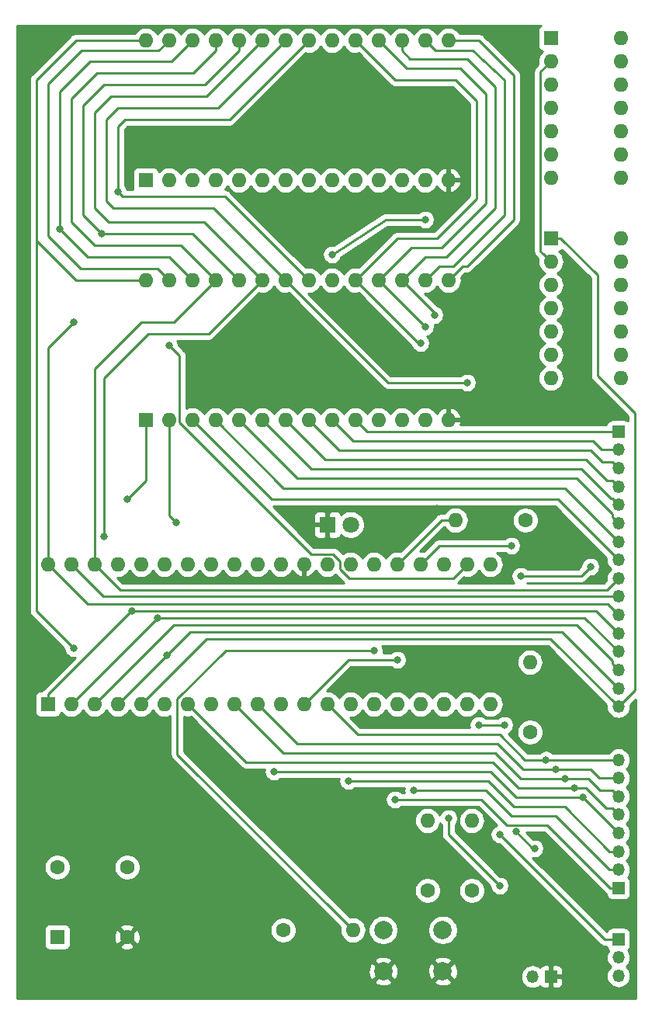
<source format=gbr>
G04 #@! TF.GenerationSoftware,KiCad,Pcbnew,5.1.4*
G04 #@! TF.CreationDate,2019-09-16T14:45:49+01:00*
G04 #@! TF.ProjectId,z802-3,7a383032-2d33-42e6-9b69-6361645f7063,rev?*
G04 #@! TF.SameCoordinates,Original*
G04 #@! TF.FileFunction,Copper,L1,Top*
G04 #@! TF.FilePolarity,Positive*
%FSLAX46Y46*%
G04 Gerber Fmt 4.6, Leading zero omitted, Abs format (unit mm)*
G04 Created by KiCad (PCBNEW 5.1.4) date 2019-09-16 14:45:49*
%MOMM*%
%LPD*%
G04 APERTURE LIST*
%ADD10O,1.600000X1.600000*%
%ADD11R,1.600000X1.600000*%
%ADD12R,1.800000X1.800000*%
%ADD13C,1.800000*%
%ADD14R,1.350000X1.350000*%
%ADD15O,1.350000X1.350000*%
%ADD16C,1.600000*%
%ADD17C,2.000000*%
%ADD18C,0.800000*%
%ADD19C,0.250000*%
%ADD20C,0.254000*%
G04 APERTURE END LIST*
D10*
X110236000Y-102870000D03*
X143256000Y-118110000D03*
X112776000Y-102870000D03*
X140716000Y-118110000D03*
X115316000Y-102870000D03*
X138176000Y-118110000D03*
X117856000Y-102870000D03*
X135636000Y-118110000D03*
X120396000Y-102870000D03*
X133096000Y-118110000D03*
X122936000Y-102870000D03*
X130556000Y-118110000D03*
X125476000Y-102870000D03*
X128016000Y-118110000D03*
X128016000Y-102870000D03*
X125476000Y-118110000D03*
X130556000Y-102870000D03*
X122936000Y-118110000D03*
X133096000Y-102870000D03*
X120396000Y-118110000D03*
X135636000Y-102870000D03*
X117856000Y-118110000D03*
X138176000Y-102870000D03*
X115316000Y-118110000D03*
X140716000Y-102870000D03*
X112776000Y-118110000D03*
X143256000Y-102870000D03*
D11*
X110236000Y-118110000D03*
D12*
X130048000Y-129540000D03*
D13*
X132588000Y-129540000D03*
D14*
X161798000Y-174752000D03*
D15*
X161798000Y-176752000D03*
X161798000Y-178752000D03*
D14*
X161798000Y-169164000D03*
D15*
X161798000Y-167164000D03*
X161798000Y-165164000D03*
X161798000Y-163164000D03*
X161798000Y-161164000D03*
X161798000Y-159164000D03*
X161798000Y-157164000D03*
X161798000Y-155164000D03*
D14*
X161798000Y-119380000D03*
D15*
X161798000Y-121380000D03*
X161798000Y-123380000D03*
X161798000Y-125380000D03*
X161798000Y-127380000D03*
X161798000Y-129380000D03*
X161798000Y-131380000D03*
X161798000Y-133380000D03*
X161798000Y-135380000D03*
X161798000Y-137380000D03*
X161798000Y-139380000D03*
X161798000Y-141380000D03*
X161798000Y-143380000D03*
X161798000Y-145380000D03*
X161798000Y-147380000D03*
X161798000Y-149380000D03*
D14*
X154432000Y-178816000D03*
D15*
X152432000Y-178816000D03*
D16*
X151638000Y-129032000D03*
D10*
X144018000Y-129032000D03*
X140970000Y-161798000D03*
D16*
X140970000Y-169418000D03*
X145796000Y-169418000D03*
D10*
X145796000Y-161798000D03*
X152146000Y-144526000D03*
D16*
X152146000Y-152146000D03*
X125222000Y-173736000D03*
D10*
X132842000Y-173736000D03*
D17*
X136144000Y-178236000D03*
X136144000Y-173736000D03*
X142644000Y-178236000D03*
X142644000Y-173736000D03*
D11*
X99568000Y-149098000D03*
D10*
X147828000Y-133858000D03*
X102108000Y-149098000D03*
X145288000Y-133858000D03*
X104648000Y-149098000D03*
X142748000Y-133858000D03*
X107188000Y-149098000D03*
X140208000Y-133858000D03*
X109728000Y-149098000D03*
X137668000Y-133858000D03*
X112268000Y-149098000D03*
X135128000Y-133858000D03*
X114808000Y-149098000D03*
X132588000Y-133858000D03*
X117348000Y-149098000D03*
X130048000Y-133858000D03*
X119888000Y-149098000D03*
X127508000Y-133858000D03*
X122428000Y-149098000D03*
X124968000Y-133858000D03*
X124968000Y-149098000D03*
X122428000Y-133858000D03*
X127508000Y-149098000D03*
X119888000Y-133858000D03*
X130048000Y-149098000D03*
X117348000Y-133858000D03*
X132588000Y-149098000D03*
X114808000Y-133858000D03*
X135128000Y-149098000D03*
X112268000Y-133858000D03*
X137668000Y-149098000D03*
X109728000Y-133858000D03*
X140208000Y-149098000D03*
X107188000Y-133858000D03*
X142748000Y-149098000D03*
X104648000Y-133858000D03*
X145288000Y-149098000D03*
X102108000Y-133858000D03*
X147828000Y-149098000D03*
X99568000Y-133858000D03*
D11*
X154432000Y-76454000D03*
D10*
X162052000Y-91694000D03*
X154432000Y-78994000D03*
X162052000Y-89154000D03*
X154432000Y-81534000D03*
X162052000Y-86614000D03*
X154432000Y-84074000D03*
X162052000Y-84074000D03*
X154432000Y-86614000D03*
X162052000Y-81534000D03*
X154432000Y-89154000D03*
X162052000Y-78994000D03*
X154432000Y-91694000D03*
X162052000Y-76454000D03*
X162052000Y-98298000D03*
X154432000Y-113538000D03*
X162052000Y-100838000D03*
X154432000Y-110998000D03*
X162052000Y-103378000D03*
X154432000Y-108458000D03*
X162052000Y-105918000D03*
X154432000Y-105918000D03*
X162052000Y-108458000D03*
X154432000Y-103378000D03*
X162052000Y-110998000D03*
X154432000Y-100838000D03*
X162052000Y-113538000D03*
D11*
X154432000Y-98298000D03*
D10*
X110236000Y-76708000D03*
X143256000Y-91948000D03*
X112776000Y-76708000D03*
X140716000Y-91948000D03*
X115316000Y-76708000D03*
X138176000Y-91948000D03*
X117856000Y-76708000D03*
X135636000Y-91948000D03*
X120396000Y-76708000D03*
X133096000Y-91948000D03*
X122936000Y-76708000D03*
X130556000Y-91948000D03*
X125476000Y-76708000D03*
X128016000Y-91948000D03*
X128016000Y-76708000D03*
X125476000Y-91948000D03*
X130556000Y-76708000D03*
X122936000Y-91948000D03*
X133096000Y-76708000D03*
X120396000Y-91948000D03*
X135636000Y-76708000D03*
X117856000Y-91948000D03*
X138176000Y-76708000D03*
X115316000Y-91948000D03*
X140716000Y-76708000D03*
X112776000Y-91948000D03*
X143256000Y-76708000D03*
D11*
X110236000Y-91948000D03*
X100584000Y-174498000D03*
D16*
X100584000Y-166878000D03*
X108204000Y-166878000D03*
X108204000Y-174498000D03*
D18*
X141986000Y-127762000D03*
X148844000Y-163322000D03*
X112776000Y-109982000D03*
X148844000Y-168910000D03*
X143256000Y-161544000D03*
X145288000Y-114046000D03*
X146558000Y-151384000D03*
X149352000Y-151384000D03*
X150622000Y-163031000D03*
X152654000Y-164846000D03*
X137414000Y-159512000D03*
X139446000Y-158496000D03*
X132334000Y-157480000D03*
X137668000Y-144272000D03*
X124206000Y-156464000D03*
X157940000Y-159306000D03*
X156972000Y-158242000D03*
X141732000Y-106680000D03*
X155956000Y-157226000D03*
X140716000Y-107950000D03*
X154940000Y-156210000D03*
X140208000Y-109728000D03*
X153894000Y-155164000D03*
X105410000Y-97790000D03*
X102362000Y-107442000D03*
X107188000Y-93218000D03*
X105664000Y-130810000D03*
X108712000Y-138938000D03*
X113538000Y-129286000D03*
X111506000Y-139700000D03*
X100838000Y-97282000D03*
X108204000Y-126746000D03*
X112522000Y-143764000D03*
X102362000Y-143002000D03*
X150114000Y-131826000D03*
X135128000Y-143256000D03*
X140716000Y-96266000D03*
X130556000Y-100076000D03*
X158750000Y-134112000D03*
X151130000Y-135128000D03*
D19*
X130048000Y-128390000D02*
X130048000Y-129540000D01*
X130676000Y-127762000D02*
X130048000Y-128390000D01*
X141986000Y-127762000D02*
X130676000Y-127762000D01*
X160274000Y-174752000D02*
X161798000Y-174752000D01*
X148844000Y-163322000D02*
X160274000Y-174752000D01*
X111650999Y-77833001D02*
X103233001Y-77833001D01*
X112776000Y-76708000D02*
X111650999Y-77833001D01*
X103233001Y-77833001D02*
X99568000Y-81498002D01*
X99568000Y-81498002D02*
X99568000Y-98044000D01*
X111506000Y-101600000D02*
X112776000Y-102870000D01*
X103124000Y-101600000D02*
X111506000Y-101600000D01*
X99568000Y-98044000D02*
X103124000Y-101600000D01*
X131462999Y-134398001D02*
X132446998Y-135382000D01*
X131462999Y-133494999D02*
X131462999Y-134398001D01*
X113901001Y-111107001D02*
X113901001Y-118360003D01*
X112776000Y-109982000D02*
X113901001Y-111107001D01*
X113901001Y-118360003D02*
X128273997Y-132732999D01*
X128273997Y-132732999D02*
X130700999Y-132732999D01*
X130700999Y-132732999D02*
X131462999Y-133494999D01*
X143764000Y-135382000D02*
X145288000Y-133858000D01*
X132446998Y-135382000D02*
X143764000Y-135382000D01*
X148844000Y-168910000D02*
X143256000Y-163322000D01*
X143256000Y-163322000D02*
X143256000Y-161544000D01*
X125476000Y-76708000D02*
X118110000Y-84074000D01*
X118110000Y-84074000D02*
X107188000Y-84074000D01*
X107188000Y-84074000D02*
X105918000Y-85344000D01*
X105918000Y-85344000D02*
X105918000Y-94234000D01*
X105918000Y-94234000D02*
X106680000Y-94996000D01*
X117602000Y-94996000D02*
X125476000Y-102870000D01*
X106680000Y-94996000D02*
X117602000Y-94996000D01*
X137526998Y-114046000D02*
X145288000Y-114046000D01*
X125476000Y-102870000D02*
X136652000Y-114046000D01*
X136652000Y-114046000D02*
X137526998Y-114046000D01*
X146558000Y-151384000D02*
X149352000Y-151384000D01*
X150622000Y-163031000D02*
X152437000Y-164846000D01*
X152437000Y-164846000D02*
X152654000Y-164846000D01*
X160873000Y-169164000D02*
X154015000Y-162306000D01*
X161798000Y-169164000D02*
X160873000Y-169164000D01*
X154015000Y-162306000D02*
X149606000Y-162306000D01*
X149606000Y-162306000D02*
X146812000Y-159512000D01*
X146812000Y-159512000D02*
X137414000Y-159512000D01*
X161798000Y-167164000D02*
X160814000Y-167164000D01*
X160814000Y-167164000D02*
X154940000Y-161290000D01*
X154940000Y-161290000D02*
X150114000Y-161290000D01*
X150114000Y-161290000D02*
X147320000Y-158496000D01*
X147320000Y-158496000D02*
X139446000Y-158496000D01*
X160843406Y-165164000D02*
X161798000Y-165164000D01*
X132334000Y-157480000D02*
X147574000Y-157480000D01*
X147574000Y-157480000D02*
X150368000Y-160274000D01*
X150368000Y-160274000D02*
X155953406Y-160274000D01*
X155953406Y-160274000D02*
X160843406Y-165164000D01*
X132334000Y-144272000D02*
X127508000Y-149098000D01*
X137668000Y-144272000D02*
X132334000Y-144272000D01*
X144780000Y-101346000D02*
X143256000Y-102870000D01*
X146558000Y-76708000D02*
X150368000Y-80518000D01*
X143256000Y-76708000D02*
X146558000Y-76708000D01*
X150368000Y-80518000D02*
X150368000Y-96266000D01*
X150368000Y-96266000D02*
X145288000Y-101346000D01*
X145288000Y-101346000D02*
X144780000Y-101346000D01*
X150622000Y-159258000D02*
X157892000Y-159258000D01*
X147828000Y-156464000D02*
X150622000Y-159258000D01*
X124206000Y-156464000D02*
X147828000Y-156464000D01*
X157892000Y-159258000D02*
X157940000Y-159306000D01*
X157940000Y-159306000D02*
X161798000Y-163164000D01*
X142240000Y-101346000D02*
X140716000Y-102870000D01*
X143764000Y-101346000D02*
X142240000Y-101346000D01*
X141841001Y-77833001D02*
X145940999Y-77833001D01*
X140716000Y-76708000D02*
X141841001Y-77833001D01*
X149352000Y-81026000D02*
X149352000Y-95758000D01*
X145940999Y-77833001D02*
X149352000Y-81026000D01*
X149352000Y-95758000D02*
X143764000Y-101346000D01*
X161123001Y-160489001D02*
X160489001Y-160489001D01*
X161798000Y-161164000D02*
X161123001Y-160489001D01*
X160489001Y-160489001D02*
X158242000Y-158242000D01*
X150876000Y-158242000D02*
X148082000Y-155448000D01*
X121158000Y-155448000D02*
X114808000Y-149098000D01*
X148082000Y-155448000D02*
X121158000Y-155448000D01*
X156972000Y-158242000D02*
X150876000Y-158242000D01*
X158242000Y-158242000D02*
X156972000Y-158242000D01*
X140716000Y-100330000D02*
X138176000Y-102870000D01*
X143002000Y-100330000D02*
X140716000Y-100330000D01*
X148336000Y-94996000D02*
X143002000Y-100330000D01*
X138176000Y-77839370D02*
X139076630Y-78740000D01*
X139076630Y-78740000D02*
X145288000Y-78740000D01*
X138176000Y-76708000D02*
X138176000Y-77839370D01*
X145288000Y-78740000D02*
X148336000Y-81788000D01*
X148336000Y-81788000D02*
X148336000Y-94996000D01*
X161123001Y-158489001D02*
X159759001Y-158489001D01*
X161798000Y-159164000D02*
X161123001Y-158489001D01*
X159759001Y-158489001D02*
X158496000Y-157226000D01*
X151130000Y-157226000D02*
X148336000Y-154432000D01*
X125222000Y-154432000D02*
X119888000Y-149098000D01*
X148336000Y-154432000D02*
X125222000Y-154432000D01*
X138176000Y-102870000D02*
X141732000Y-106426000D01*
X141732000Y-106426000D02*
X141732000Y-106680000D01*
X155956000Y-157226000D02*
X151130000Y-157226000D01*
X158496000Y-157226000D02*
X155956000Y-157226000D01*
X139192000Y-99314000D02*
X135636000Y-102870000D01*
X142494000Y-99314000D02*
X139192000Y-99314000D01*
X138684000Y-79756000D02*
X144526000Y-79756000D01*
X135636000Y-76708000D02*
X138684000Y-79756000D01*
X144526000Y-79756000D02*
X147320000Y-82550000D01*
X147320000Y-82550000D02*
X147320000Y-94488000D01*
X147320000Y-94488000D02*
X142494000Y-99314000D01*
X161798000Y-157164000D02*
X159704000Y-157164000D01*
X126746000Y-153416000D02*
X122428000Y-149098000D01*
X159704000Y-157164000D02*
X158750000Y-156210000D01*
X151384000Y-156210000D02*
X148590000Y-153416000D01*
X148590000Y-153416000D02*
X126746000Y-153416000D01*
X135636000Y-102870000D02*
X140716000Y-107950000D01*
X154940000Y-156210000D02*
X151384000Y-156210000D01*
X158750000Y-156210000D02*
X154940000Y-156210000D01*
X137668000Y-98298000D02*
X133096000Y-102870000D01*
X141986000Y-98298000D02*
X137668000Y-98298000D01*
X137414000Y-81026000D02*
X144018000Y-81026000D01*
X133096000Y-76708000D02*
X137414000Y-81026000D01*
X146304000Y-93980000D02*
X141986000Y-98298000D01*
X144018000Y-81026000D02*
X146304000Y-83312000D01*
X146304000Y-83312000D02*
X146304000Y-93980000D01*
X151608000Y-155164000D02*
X148844000Y-152400000D01*
X133350000Y-152400000D02*
X130048000Y-149098000D01*
X148844000Y-152400000D02*
X133350000Y-152400000D01*
X133096000Y-102870000D02*
X139954000Y-109728000D01*
X139954000Y-109728000D02*
X140208000Y-109728000D01*
X153894000Y-155164000D02*
X151608000Y-155164000D01*
X161798000Y-155164000D02*
X153894000Y-155164000D01*
X134366000Y-119380000D02*
X133096000Y-118110000D01*
X161798000Y-119380000D02*
X134366000Y-119380000D01*
X161798000Y-121380000D02*
X159988000Y-121380000D01*
X159988000Y-121380000D02*
X159004000Y-120396000D01*
X132842000Y-120396000D02*
X130556000Y-118110000D01*
X159004000Y-120396000D02*
X132842000Y-120396000D01*
X161123001Y-122705001D02*
X160043001Y-122705001D01*
X161798000Y-123380000D02*
X161123001Y-122705001D01*
X160043001Y-122705001D02*
X158750000Y-121412000D01*
X131318000Y-121412000D02*
X128016000Y-118110000D01*
X158750000Y-121412000D02*
X131318000Y-121412000D01*
X158242000Y-122428000D02*
X129794000Y-122428000D01*
X129794000Y-122428000D02*
X125476000Y-118110000D01*
X161798000Y-125380000D02*
X161123001Y-124705001D01*
X160519001Y-124705001D02*
X158242000Y-122428000D01*
X161123001Y-124705001D02*
X160519001Y-124705001D01*
X161123001Y-126705001D02*
X160995001Y-126705001D01*
X161798000Y-127380000D02*
X161123001Y-126705001D01*
X160995001Y-126705001D02*
X157734000Y-123444000D01*
X128270000Y-123444000D02*
X122936000Y-118110000D01*
X157734000Y-123444000D02*
X128270000Y-123444000D01*
X161123001Y-128705001D02*
X161123001Y-128357001D01*
X161798000Y-129380000D02*
X161123001Y-128705001D01*
X161123001Y-128357001D02*
X157226000Y-124460000D01*
X126746000Y-124460000D02*
X120396000Y-118110000D01*
X157226000Y-124460000D02*
X126746000Y-124460000D01*
X161798000Y-131380000D02*
X155956000Y-125538000D01*
X125284000Y-125538000D02*
X117856000Y-118110000D01*
X155956000Y-125538000D02*
X125284000Y-125538000D01*
X161798000Y-133380000D02*
X155194000Y-126776000D01*
X123982000Y-126776000D02*
X115316000Y-118110000D01*
X155194000Y-126776000D02*
X123982000Y-126776000D01*
X117856000Y-77839370D02*
X115431370Y-80264000D01*
X117856000Y-76708000D02*
X117856000Y-77839370D01*
X115431370Y-80264000D02*
X104902000Y-80264000D01*
X104902000Y-80264000D02*
X102108000Y-83058000D01*
X102108000Y-83058000D02*
X102108000Y-96520000D01*
X102108000Y-96520000D02*
X104648000Y-99060000D01*
X114046000Y-99060000D02*
X117856000Y-102870000D01*
X104648000Y-99060000D02*
X106426000Y-99060000D01*
X106426000Y-99060000D02*
X114046000Y-99060000D01*
X161798000Y-135380000D02*
X160526000Y-136652000D01*
X107442000Y-136652000D02*
X104648000Y-133858000D01*
X160526000Y-136652000D02*
X107442000Y-136652000D01*
X113284000Y-107442000D02*
X109728000Y-107442000D01*
X117856000Y-102870000D02*
X113284000Y-107442000D01*
X104648000Y-112522000D02*
X104648000Y-133858000D01*
X109728000Y-107442000D02*
X104648000Y-112522000D01*
X105410000Y-97790000D02*
X115316000Y-97790000D01*
X103378000Y-95758000D02*
X105410000Y-97790000D01*
X120396000Y-77839370D02*
X116701370Y-81534000D01*
X115316000Y-97790000D02*
X120396000Y-102870000D01*
X116701370Y-81534000D02*
X105664000Y-81534000D01*
X105664000Y-81534000D02*
X103378000Y-83820000D01*
X120396000Y-76708000D02*
X120396000Y-77839370D01*
X103378000Y-83820000D02*
X103378000Y-95758000D01*
X105630000Y-137380000D02*
X102108000Y-133858000D01*
X161798000Y-137380000D02*
X105630000Y-137380000D01*
X118872000Y-93726000D02*
X128016000Y-102870000D01*
X107696000Y-93726000D02*
X118872000Y-93726000D01*
X119380000Y-85344000D02*
X107950000Y-85344000D01*
X107188000Y-93218000D02*
X107696000Y-93726000D01*
X128016000Y-76708000D02*
X119380000Y-85344000D01*
X107950000Y-85344000D02*
X107188000Y-86106000D01*
X107188000Y-86106000D02*
X107188000Y-93218000D01*
X161798000Y-139380000D02*
X160594000Y-138176000D01*
X103886000Y-138176000D02*
X99568000Y-133858000D01*
X160594000Y-138176000D02*
X103886000Y-138176000D01*
X99568000Y-133858000D02*
X99568000Y-110998000D01*
X99568000Y-110998000D02*
X99568000Y-110236000D01*
X99568000Y-110236000D02*
X102362000Y-107442000D01*
X122936000Y-76708000D02*
X116840000Y-82804000D01*
X116840000Y-82804000D02*
X106426000Y-82804000D01*
X106426000Y-82804000D02*
X104648000Y-84582000D01*
X104648000Y-84582000D02*
X104648000Y-94996000D01*
X104648000Y-94996000D02*
X106172000Y-96520000D01*
X116586000Y-96520000D02*
X122936000Y-102870000D01*
X106172000Y-96520000D02*
X116586000Y-96520000D01*
X161798000Y-141380000D02*
X159356000Y-138938000D01*
X99568000Y-148048000D02*
X99568000Y-149098000D01*
X108678000Y-138938000D02*
X99568000Y-148048000D01*
X117094000Y-108712000D02*
X110490000Y-108712000D01*
X122936000Y-102870000D02*
X117094000Y-108712000D01*
X110490000Y-108712000D02*
X105664000Y-113538000D01*
X105664000Y-113538000D02*
X105664000Y-130810000D01*
X108712000Y-138938000D02*
X108678000Y-138938000D01*
X159356000Y-138938000D02*
X108712000Y-138938000D01*
X161798000Y-143380000D02*
X158118000Y-139700000D01*
X111506000Y-139700000D02*
X102108000Y-149098000D01*
X158118000Y-139700000D02*
X111506000Y-139700000D01*
X112776000Y-118110000D02*
X112776000Y-128524000D01*
X112776000Y-128524000D02*
X113538000Y-129286000D01*
X115316000Y-76708000D02*
X113030000Y-78994000D01*
X113030000Y-78994000D02*
X104140000Y-78994000D01*
X104140000Y-78994000D02*
X100838000Y-82296000D01*
X100838000Y-82296000D02*
X100838000Y-97282000D01*
X100838000Y-97282000D02*
X103886000Y-100330000D01*
X112776000Y-100330000D02*
X115316000Y-102870000D01*
X103886000Y-100330000D02*
X112776000Y-100330000D01*
X161123001Y-144705001D02*
X161123001Y-144359001D01*
X161798000Y-145380000D02*
X161123001Y-144705001D01*
X161123001Y-144359001D02*
X157226000Y-140462000D01*
X113284000Y-140462000D02*
X104648000Y-149098000D01*
X157226000Y-140462000D02*
X113284000Y-140462000D01*
X161798000Y-147380000D02*
X155642000Y-141224000D01*
X155642000Y-141224000D02*
X115062000Y-141224000D01*
X110236000Y-118110000D02*
X110236000Y-124714000D01*
X110236000Y-124714000D02*
X108204000Y-126746000D01*
X115062000Y-141224000D02*
X112522000Y-143764000D01*
X112522000Y-143764000D02*
X107188000Y-149098000D01*
X161798000Y-149380000D02*
X154404000Y-141986000D01*
X116840000Y-141986000D02*
X109728000Y-149098000D01*
X154404000Y-141986000D02*
X116840000Y-141986000D01*
X155482000Y-98298000D02*
X159512000Y-102328000D01*
X154432000Y-98298000D02*
X155482000Y-98298000D01*
X159512000Y-102328000D02*
X159512000Y-113284000D01*
X159512000Y-113284000D02*
X163576000Y-117348000D01*
X163576000Y-147602000D02*
X161798000Y-149380000D01*
X163576000Y-117348000D02*
X163576000Y-147602000D01*
X102616000Y-102870000D02*
X110236000Y-102870000D01*
X98298000Y-81026000D02*
X98298000Y-98552000D01*
X110236000Y-76708000D02*
X102616000Y-76708000D01*
X102616000Y-76708000D02*
X98298000Y-81026000D01*
X98298000Y-98552000D02*
X102616000Y-102870000D01*
X98298000Y-98552000D02*
X98298000Y-138938000D01*
X98298000Y-138938000D02*
X102362000Y-143002000D01*
X142494000Y-129032000D02*
X137668000Y-133858000D01*
X144018000Y-129032000D02*
X142494000Y-129032000D01*
X150114000Y-131826000D02*
X142240000Y-131826000D01*
X142240000Y-131826000D02*
X140208000Y-133858000D01*
X132042001Y-172936001D02*
X132842000Y-173736000D01*
X113682999Y-154576999D02*
X132042001Y-172936001D01*
X118984998Y-143256000D02*
X113682999Y-148557999D01*
X113682999Y-148557999D02*
X113682999Y-154576999D01*
X135128000Y-143256000D02*
X118984998Y-143256000D01*
X136398000Y-96266000D02*
X140716000Y-96266000D01*
X130556000Y-100076000D02*
X136398000Y-96266000D01*
X151130000Y-135128000D02*
X157734000Y-135128000D01*
X157734000Y-135128000D02*
X158750000Y-134112000D01*
X153306999Y-99712999D02*
X153632001Y-100038001D01*
X153632001Y-100038001D02*
X154432000Y-100838000D01*
X153306999Y-80119001D02*
X153306999Y-99712999D01*
X154432000Y-78994000D02*
X153306999Y-80119001D01*
D20*
G36*
X153277506Y-75123463D02*
G01*
X153180815Y-75202815D01*
X153101463Y-75299506D01*
X153042498Y-75409820D01*
X153006188Y-75529518D01*
X152993928Y-75654000D01*
X152993928Y-77254000D01*
X153006188Y-77378482D01*
X153042498Y-77498180D01*
X153101463Y-77608494D01*
X153180815Y-77705185D01*
X153277506Y-77784537D01*
X153387820Y-77843502D01*
X153507518Y-77879812D01*
X153525482Y-77881581D01*
X153412392Y-77974392D01*
X153233068Y-78192899D01*
X153099818Y-78442192D01*
X153017764Y-78712691D01*
X152990057Y-78994000D01*
X153017764Y-79275309D01*
X153031292Y-79319906D01*
X152796001Y-79555197D01*
X152766998Y-79579000D01*
X152725986Y-79628974D01*
X152672025Y-79694725D01*
X152640342Y-79754000D01*
X152601453Y-79826755D01*
X152557996Y-79970016D01*
X152546999Y-80081669D01*
X152546999Y-80081679D01*
X152543323Y-80119001D01*
X152546999Y-80156323D01*
X152547000Y-99675666D01*
X152543323Y-99712999D01*
X152547000Y-99750332D01*
X152548499Y-99765546D01*
X152557997Y-99861984D01*
X152601453Y-100005245D01*
X152672025Y-100137275D01*
X152737148Y-100216627D01*
X152766999Y-100253000D01*
X152795997Y-100276798D01*
X153031292Y-100512093D01*
X153017764Y-100556691D01*
X152990057Y-100838000D01*
X153017764Y-101119309D01*
X153099818Y-101389808D01*
X153233068Y-101639101D01*
X153412392Y-101857608D01*
X153630899Y-102036932D01*
X153763858Y-102108000D01*
X153630899Y-102179068D01*
X153412392Y-102358392D01*
X153233068Y-102576899D01*
X153099818Y-102826192D01*
X153017764Y-103096691D01*
X152990057Y-103378000D01*
X153017764Y-103659309D01*
X153099818Y-103929808D01*
X153233068Y-104179101D01*
X153412392Y-104397608D01*
X153630899Y-104576932D01*
X153763858Y-104648000D01*
X153630899Y-104719068D01*
X153412392Y-104898392D01*
X153233068Y-105116899D01*
X153099818Y-105366192D01*
X153017764Y-105636691D01*
X152990057Y-105918000D01*
X153017764Y-106199309D01*
X153099818Y-106469808D01*
X153233068Y-106719101D01*
X153412392Y-106937608D01*
X153630899Y-107116932D01*
X153763858Y-107188000D01*
X153630899Y-107259068D01*
X153412392Y-107438392D01*
X153233068Y-107656899D01*
X153099818Y-107906192D01*
X153017764Y-108176691D01*
X152990057Y-108458000D01*
X153017764Y-108739309D01*
X153099818Y-109009808D01*
X153233068Y-109259101D01*
X153412392Y-109477608D01*
X153630899Y-109656932D01*
X153763858Y-109728000D01*
X153630899Y-109799068D01*
X153412392Y-109978392D01*
X153233068Y-110196899D01*
X153099818Y-110446192D01*
X153017764Y-110716691D01*
X152990057Y-110998000D01*
X153017764Y-111279309D01*
X153099818Y-111549808D01*
X153233068Y-111799101D01*
X153412392Y-112017608D01*
X153630899Y-112196932D01*
X153763858Y-112268000D01*
X153630899Y-112339068D01*
X153412392Y-112518392D01*
X153233068Y-112736899D01*
X153099818Y-112986192D01*
X153017764Y-113256691D01*
X152990057Y-113538000D01*
X153017764Y-113819309D01*
X153099818Y-114089808D01*
X153233068Y-114339101D01*
X153412392Y-114557608D01*
X153630899Y-114736932D01*
X153880192Y-114870182D01*
X154150691Y-114952236D01*
X154361508Y-114973000D01*
X154502492Y-114973000D01*
X154713309Y-114952236D01*
X154983808Y-114870182D01*
X155233101Y-114736932D01*
X155451608Y-114557608D01*
X155630932Y-114339101D01*
X155764182Y-114089808D01*
X155846236Y-113819309D01*
X155873943Y-113538000D01*
X155846236Y-113256691D01*
X155764182Y-112986192D01*
X155630932Y-112736899D01*
X155451608Y-112518392D01*
X155233101Y-112339068D01*
X155100142Y-112268000D01*
X155233101Y-112196932D01*
X155451608Y-112017608D01*
X155630932Y-111799101D01*
X155764182Y-111549808D01*
X155846236Y-111279309D01*
X155873943Y-110998000D01*
X155846236Y-110716691D01*
X155764182Y-110446192D01*
X155630932Y-110196899D01*
X155451608Y-109978392D01*
X155233101Y-109799068D01*
X155100142Y-109728000D01*
X155233101Y-109656932D01*
X155451608Y-109477608D01*
X155630932Y-109259101D01*
X155764182Y-109009808D01*
X155846236Y-108739309D01*
X155873943Y-108458000D01*
X155846236Y-108176691D01*
X155764182Y-107906192D01*
X155630932Y-107656899D01*
X155451608Y-107438392D01*
X155233101Y-107259068D01*
X155100142Y-107188000D01*
X155233101Y-107116932D01*
X155451608Y-106937608D01*
X155630932Y-106719101D01*
X155764182Y-106469808D01*
X155846236Y-106199309D01*
X155873943Y-105918000D01*
X155846236Y-105636691D01*
X155764182Y-105366192D01*
X155630932Y-105116899D01*
X155451608Y-104898392D01*
X155233101Y-104719068D01*
X155100142Y-104648000D01*
X155233101Y-104576932D01*
X155451608Y-104397608D01*
X155630932Y-104179101D01*
X155764182Y-103929808D01*
X155846236Y-103659309D01*
X155873943Y-103378000D01*
X155846236Y-103096691D01*
X155764182Y-102826192D01*
X155630932Y-102576899D01*
X155451608Y-102358392D01*
X155233101Y-102179068D01*
X155100142Y-102108000D01*
X155233101Y-102036932D01*
X155451608Y-101857608D01*
X155630932Y-101639101D01*
X155764182Y-101389808D01*
X155846236Y-101119309D01*
X155873943Y-100838000D01*
X155846236Y-100556691D01*
X155764182Y-100286192D01*
X155630932Y-100036899D01*
X155451608Y-99818392D01*
X155338518Y-99725581D01*
X155356482Y-99723812D01*
X155476180Y-99687502D01*
X155586494Y-99628537D01*
X155669563Y-99560364D01*
X158752000Y-102642802D01*
X158752001Y-113246668D01*
X158748324Y-113284000D01*
X158752001Y-113321333D01*
X158758393Y-113386226D01*
X158762998Y-113432985D01*
X158806454Y-113576246D01*
X158877026Y-113708276D01*
X158948201Y-113795002D01*
X158972000Y-113824001D01*
X159000998Y-113847799D01*
X162816000Y-117662802D01*
X162816000Y-118168319D01*
X162717180Y-118115498D01*
X162597482Y-118079188D01*
X162473000Y-118066928D01*
X161123000Y-118066928D01*
X160998518Y-118079188D01*
X160878820Y-118115498D01*
X160768506Y-118174463D01*
X160671815Y-118253815D01*
X160592463Y-118350506D01*
X160533498Y-118460820D01*
X160497188Y-118580518D01*
X160493299Y-118620000D01*
X144590270Y-118620000D01*
X144647909Y-118459040D01*
X144526624Y-118237000D01*
X143383000Y-118237000D01*
X143383000Y-118257000D01*
X143129000Y-118257000D01*
X143129000Y-118237000D01*
X143109000Y-118237000D01*
X143109000Y-117983000D01*
X143129000Y-117983000D01*
X143129000Y-116840085D01*
X143383000Y-116840085D01*
X143383000Y-117983000D01*
X144526624Y-117983000D01*
X144647909Y-117760960D01*
X144553070Y-117496119D01*
X144408385Y-117254869D01*
X144219414Y-117046481D01*
X143993420Y-116878963D01*
X143739087Y-116758754D01*
X143605039Y-116718096D01*
X143383000Y-116840085D01*
X143129000Y-116840085D01*
X142906961Y-116718096D01*
X142772913Y-116758754D01*
X142518580Y-116878963D01*
X142292586Y-117046481D01*
X142103615Y-117254869D01*
X141988579Y-117446682D01*
X141914932Y-117308899D01*
X141735608Y-117090392D01*
X141517101Y-116911068D01*
X141267808Y-116777818D01*
X140997309Y-116695764D01*
X140786492Y-116675000D01*
X140645508Y-116675000D01*
X140434691Y-116695764D01*
X140164192Y-116777818D01*
X139914899Y-116911068D01*
X139696392Y-117090392D01*
X139517068Y-117308899D01*
X139446000Y-117441858D01*
X139374932Y-117308899D01*
X139195608Y-117090392D01*
X138977101Y-116911068D01*
X138727808Y-116777818D01*
X138457309Y-116695764D01*
X138246492Y-116675000D01*
X138105508Y-116675000D01*
X137894691Y-116695764D01*
X137624192Y-116777818D01*
X137374899Y-116911068D01*
X137156392Y-117090392D01*
X136977068Y-117308899D01*
X136906000Y-117441858D01*
X136834932Y-117308899D01*
X136655608Y-117090392D01*
X136437101Y-116911068D01*
X136187808Y-116777818D01*
X135917309Y-116695764D01*
X135706492Y-116675000D01*
X135565508Y-116675000D01*
X135354691Y-116695764D01*
X135084192Y-116777818D01*
X134834899Y-116911068D01*
X134616392Y-117090392D01*
X134437068Y-117308899D01*
X134366000Y-117441858D01*
X134294932Y-117308899D01*
X134115608Y-117090392D01*
X133897101Y-116911068D01*
X133647808Y-116777818D01*
X133377309Y-116695764D01*
X133166492Y-116675000D01*
X133025508Y-116675000D01*
X132814691Y-116695764D01*
X132544192Y-116777818D01*
X132294899Y-116911068D01*
X132076392Y-117090392D01*
X131897068Y-117308899D01*
X131826000Y-117441858D01*
X131754932Y-117308899D01*
X131575608Y-117090392D01*
X131357101Y-116911068D01*
X131107808Y-116777818D01*
X130837309Y-116695764D01*
X130626492Y-116675000D01*
X130485508Y-116675000D01*
X130274691Y-116695764D01*
X130004192Y-116777818D01*
X129754899Y-116911068D01*
X129536392Y-117090392D01*
X129357068Y-117308899D01*
X129286000Y-117441858D01*
X129214932Y-117308899D01*
X129035608Y-117090392D01*
X128817101Y-116911068D01*
X128567808Y-116777818D01*
X128297309Y-116695764D01*
X128086492Y-116675000D01*
X127945508Y-116675000D01*
X127734691Y-116695764D01*
X127464192Y-116777818D01*
X127214899Y-116911068D01*
X126996392Y-117090392D01*
X126817068Y-117308899D01*
X126746000Y-117441858D01*
X126674932Y-117308899D01*
X126495608Y-117090392D01*
X126277101Y-116911068D01*
X126027808Y-116777818D01*
X125757309Y-116695764D01*
X125546492Y-116675000D01*
X125405508Y-116675000D01*
X125194691Y-116695764D01*
X124924192Y-116777818D01*
X124674899Y-116911068D01*
X124456392Y-117090392D01*
X124277068Y-117308899D01*
X124206000Y-117441858D01*
X124134932Y-117308899D01*
X123955608Y-117090392D01*
X123737101Y-116911068D01*
X123487808Y-116777818D01*
X123217309Y-116695764D01*
X123006492Y-116675000D01*
X122865508Y-116675000D01*
X122654691Y-116695764D01*
X122384192Y-116777818D01*
X122134899Y-116911068D01*
X121916392Y-117090392D01*
X121737068Y-117308899D01*
X121666000Y-117441858D01*
X121594932Y-117308899D01*
X121415608Y-117090392D01*
X121197101Y-116911068D01*
X120947808Y-116777818D01*
X120677309Y-116695764D01*
X120466492Y-116675000D01*
X120325508Y-116675000D01*
X120114691Y-116695764D01*
X119844192Y-116777818D01*
X119594899Y-116911068D01*
X119376392Y-117090392D01*
X119197068Y-117308899D01*
X119126000Y-117441858D01*
X119054932Y-117308899D01*
X118875608Y-117090392D01*
X118657101Y-116911068D01*
X118407808Y-116777818D01*
X118137309Y-116695764D01*
X117926492Y-116675000D01*
X117785508Y-116675000D01*
X117574691Y-116695764D01*
X117304192Y-116777818D01*
X117054899Y-116911068D01*
X116836392Y-117090392D01*
X116657068Y-117308899D01*
X116586000Y-117441858D01*
X116514932Y-117308899D01*
X116335608Y-117090392D01*
X116117101Y-116911068D01*
X115867808Y-116777818D01*
X115597309Y-116695764D01*
X115386492Y-116675000D01*
X115245508Y-116675000D01*
X115034691Y-116695764D01*
X114764192Y-116777818D01*
X114661001Y-116832975D01*
X114661001Y-111144326D01*
X114664677Y-111107001D01*
X114661001Y-111069676D01*
X114661001Y-111069668D01*
X114650004Y-110958015D01*
X114606547Y-110814754D01*
X114535975Y-110682725D01*
X114441002Y-110567000D01*
X114412005Y-110543203D01*
X113811000Y-109942199D01*
X113811000Y-109880061D01*
X113771226Y-109680102D01*
X113693205Y-109491744D01*
X113680013Y-109472000D01*
X117056678Y-109472000D01*
X117094000Y-109475676D01*
X117131322Y-109472000D01*
X117131333Y-109472000D01*
X117242986Y-109461003D01*
X117386247Y-109417546D01*
X117518276Y-109346974D01*
X117634001Y-109252001D01*
X117657804Y-109222997D01*
X122610094Y-104270708D01*
X122654691Y-104284236D01*
X122865508Y-104305000D01*
X123006492Y-104305000D01*
X123217309Y-104284236D01*
X123487808Y-104202182D01*
X123737101Y-104068932D01*
X123955608Y-103889608D01*
X124134932Y-103671101D01*
X124206000Y-103538142D01*
X124277068Y-103671101D01*
X124456392Y-103889608D01*
X124674899Y-104068932D01*
X124924192Y-104202182D01*
X125194691Y-104284236D01*
X125405508Y-104305000D01*
X125546492Y-104305000D01*
X125757309Y-104284236D01*
X125801907Y-104270708D01*
X136088201Y-114557003D01*
X136111999Y-114586001D01*
X136227724Y-114680974D01*
X136359753Y-114751546D01*
X136503014Y-114795003D01*
X136614667Y-114806000D01*
X136614675Y-114806000D01*
X136652000Y-114809676D01*
X136689325Y-114806000D01*
X144584289Y-114806000D01*
X144628226Y-114849937D01*
X144797744Y-114963205D01*
X144986102Y-115041226D01*
X145186061Y-115081000D01*
X145389939Y-115081000D01*
X145589898Y-115041226D01*
X145778256Y-114963205D01*
X145947774Y-114849937D01*
X146091937Y-114705774D01*
X146205205Y-114536256D01*
X146283226Y-114347898D01*
X146323000Y-114147939D01*
X146323000Y-113944061D01*
X146283226Y-113744102D01*
X146205205Y-113555744D01*
X146091937Y-113386226D01*
X145947774Y-113242063D01*
X145778256Y-113128795D01*
X145589898Y-113050774D01*
X145389939Y-113011000D01*
X145186061Y-113011000D01*
X144986102Y-113050774D01*
X144797744Y-113128795D01*
X144628226Y-113242063D01*
X144584289Y-113286000D01*
X136966802Y-113286000D01*
X127985801Y-104305000D01*
X128086492Y-104305000D01*
X128297309Y-104284236D01*
X128567808Y-104202182D01*
X128817101Y-104068932D01*
X129035608Y-103889608D01*
X129214932Y-103671101D01*
X129286000Y-103538142D01*
X129357068Y-103671101D01*
X129536392Y-103889608D01*
X129754899Y-104068932D01*
X130004192Y-104202182D01*
X130274691Y-104284236D01*
X130485508Y-104305000D01*
X130626492Y-104305000D01*
X130837309Y-104284236D01*
X131107808Y-104202182D01*
X131357101Y-104068932D01*
X131575608Y-103889608D01*
X131754932Y-103671101D01*
X131826000Y-103538142D01*
X131897068Y-103671101D01*
X132076392Y-103889608D01*
X132294899Y-104068932D01*
X132544192Y-104202182D01*
X132814691Y-104284236D01*
X133025508Y-104305000D01*
X133166492Y-104305000D01*
X133377309Y-104284236D01*
X133421907Y-104270708D01*
X139235174Y-110083976D01*
X139290795Y-110218256D01*
X139404063Y-110387774D01*
X139548226Y-110531937D01*
X139717744Y-110645205D01*
X139906102Y-110723226D01*
X140106061Y-110763000D01*
X140309939Y-110763000D01*
X140509898Y-110723226D01*
X140698256Y-110645205D01*
X140867774Y-110531937D01*
X141011937Y-110387774D01*
X141125205Y-110218256D01*
X141203226Y-110029898D01*
X141243000Y-109829939D01*
X141243000Y-109626061D01*
X141203226Y-109426102D01*
X141125205Y-109237744D01*
X141011937Y-109068226D01*
X140910333Y-108966622D01*
X141017898Y-108945226D01*
X141206256Y-108867205D01*
X141375774Y-108753937D01*
X141519937Y-108609774D01*
X141633205Y-108440256D01*
X141711226Y-108251898D01*
X141751000Y-108051939D01*
X141751000Y-107848061D01*
X141724533Y-107715000D01*
X141833939Y-107715000D01*
X142033898Y-107675226D01*
X142222256Y-107597205D01*
X142391774Y-107483937D01*
X142535937Y-107339774D01*
X142649205Y-107170256D01*
X142727226Y-106981898D01*
X142767000Y-106781939D01*
X142767000Y-106578061D01*
X142727226Y-106378102D01*
X142649205Y-106189744D01*
X142535937Y-106020226D01*
X142391774Y-105876063D01*
X142222256Y-105762795D01*
X142087978Y-105707175D01*
X140685802Y-104305000D01*
X140786492Y-104305000D01*
X140997309Y-104284236D01*
X141267808Y-104202182D01*
X141517101Y-104068932D01*
X141735608Y-103889608D01*
X141914932Y-103671101D01*
X141986000Y-103538142D01*
X142057068Y-103671101D01*
X142236392Y-103889608D01*
X142454899Y-104068932D01*
X142704192Y-104202182D01*
X142974691Y-104284236D01*
X143185508Y-104305000D01*
X143326492Y-104305000D01*
X143537309Y-104284236D01*
X143807808Y-104202182D01*
X144057101Y-104068932D01*
X144275608Y-103889608D01*
X144454932Y-103671101D01*
X144588182Y-103421808D01*
X144670236Y-103151309D01*
X144697943Y-102870000D01*
X144670236Y-102588691D01*
X144656708Y-102544094D01*
X145094803Y-102106000D01*
X145250678Y-102106000D01*
X145288000Y-102109676D01*
X145325322Y-102106000D01*
X145325333Y-102106000D01*
X145436986Y-102095003D01*
X145580247Y-102051546D01*
X145712276Y-101980974D01*
X145828001Y-101886001D01*
X145851804Y-101856997D01*
X150879003Y-96829799D01*
X150908001Y-96806001D01*
X150948826Y-96756256D01*
X151002974Y-96690277D01*
X151073546Y-96558247D01*
X151097869Y-96478063D01*
X151117003Y-96414986D01*
X151128000Y-96303333D01*
X151128000Y-96303323D01*
X151131676Y-96266000D01*
X151128000Y-96228677D01*
X151128000Y-80555325D01*
X151131676Y-80518000D01*
X151128000Y-80480675D01*
X151128000Y-80480667D01*
X151117003Y-80369014D01*
X151073546Y-80225753D01*
X151002974Y-80093724D01*
X150908001Y-79977999D01*
X150879004Y-79954202D01*
X147121804Y-76197003D01*
X147098001Y-76167999D01*
X146982276Y-76073026D01*
X146850247Y-76002454D01*
X146706986Y-75958997D01*
X146595333Y-75948000D01*
X146595322Y-75948000D01*
X146558000Y-75944324D01*
X146520678Y-75948000D01*
X144476901Y-75948000D01*
X144454932Y-75906899D01*
X144275608Y-75688392D01*
X144057101Y-75509068D01*
X143807808Y-75375818D01*
X143537309Y-75293764D01*
X143326492Y-75273000D01*
X143185508Y-75273000D01*
X142974691Y-75293764D01*
X142704192Y-75375818D01*
X142454899Y-75509068D01*
X142236392Y-75688392D01*
X142057068Y-75906899D01*
X141986000Y-76039858D01*
X141914932Y-75906899D01*
X141735608Y-75688392D01*
X141517101Y-75509068D01*
X141267808Y-75375818D01*
X140997309Y-75293764D01*
X140786492Y-75273000D01*
X140645508Y-75273000D01*
X140434691Y-75293764D01*
X140164192Y-75375818D01*
X139914899Y-75509068D01*
X139696392Y-75688392D01*
X139517068Y-75906899D01*
X139446000Y-76039858D01*
X139374932Y-75906899D01*
X139195608Y-75688392D01*
X138977101Y-75509068D01*
X138727808Y-75375818D01*
X138457309Y-75293764D01*
X138246492Y-75273000D01*
X138105508Y-75273000D01*
X137894691Y-75293764D01*
X137624192Y-75375818D01*
X137374899Y-75509068D01*
X137156392Y-75688392D01*
X136977068Y-75906899D01*
X136906000Y-76039858D01*
X136834932Y-75906899D01*
X136655608Y-75688392D01*
X136437101Y-75509068D01*
X136187808Y-75375818D01*
X135917309Y-75293764D01*
X135706492Y-75273000D01*
X135565508Y-75273000D01*
X135354691Y-75293764D01*
X135084192Y-75375818D01*
X134834899Y-75509068D01*
X134616392Y-75688392D01*
X134437068Y-75906899D01*
X134366000Y-76039858D01*
X134294932Y-75906899D01*
X134115608Y-75688392D01*
X133897101Y-75509068D01*
X133647808Y-75375818D01*
X133377309Y-75293764D01*
X133166492Y-75273000D01*
X133025508Y-75273000D01*
X132814691Y-75293764D01*
X132544192Y-75375818D01*
X132294899Y-75509068D01*
X132076392Y-75688392D01*
X131897068Y-75906899D01*
X131826000Y-76039858D01*
X131754932Y-75906899D01*
X131575608Y-75688392D01*
X131357101Y-75509068D01*
X131107808Y-75375818D01*
X130837309Y-75293764D01*
X130626492Y-75273000D01*
X130485508Y-75273000D01*
X130274691Y-75293764D01*
X130004192Y-75375818D01*
X129754899Y-75509068D01*
X129536392Y-75688392D01*
X129357068Y-75906899D01*
X129286000Y-76039858D01*
X129214932Y-75906899D01*
X129035608Y-75688392D01*
X128817101Y-75509068D01*
X128567808Y-75375818D01*
X128297309Y-75293764D01*
X128086492Y-75273000D01*
X127945508Y-75273000D01*
X127734691Y-75293764D01*
X127464192Y-75375818D01*
X127214899Y-75509068D01*
X126996392Y-75688392D01*
X126817068Y-75906899D01*
X126746000Y-76039858D01*
X126674932Y-75906899D01*
X126495608Y-75688392D01*
X126277101Y-75509068D01*
X126027808Y-75375818D01*
X125757309Y-75293764D01*
X125546492Y-75273000D01*
X125405508Y-75273000D01*
X125194691Y-75293764D01*
X124924192Y-75375818D01*
X124674899Y-75509068D01*
X124456392Y-75688392D01*
X124277068Y-75906899D01*
X124206000Y-76039858D01*
X124134932Y-75906899D01*
X123955608Y-75688392D01*
X123737101Y-75509068D01*
X123487808Y-75375818D01*
X123217309Y-75293764D01*
X123006492Y-75273000D01*
X122865508Y-75273000D01*
X122654691Y-75293764D01*
X122384192Y-75375818D01*
X122134899Y-75509068D01*
X121916392Y-75688392D01*
X121737068Y-75906899D01*
X121666000Y-76039858D01*
X121594932Y-75906899D01*
X121415608Y-75688392D01*
X121197101Y-75509068D01*
X120947808Y-75375818D01*
X120677309Y-75293764D01*
X120466492Y-75273000D01*
X120325508Y-75273000D01*
X120114691Y-75293764D01*
X119844192Y-75375818D01*
X119594899Y-75509068D01*
X119376392Y-75688392D01*
X119197068Y-75906899D01*
X119126000Y-76039858D01*
X119054932Y-75906899D01*
X118875608Y-75688392D01*
X118657101Y-75509068D01*
X118407808Y-75375818D01*
X118137309Y-75293764D01*
X117926492Y-75273000D01*
X117785508Y-75273000D01*
X117574691Y-75293764D01*
X117304192Y-75375818D01*
X117054899Y-75509068D01*
X116836392Y-75688392D01*
X116657068Y-75906899D01*
X116586000Y-76039858D01*
X116514932Y-75906899D01*
X116335608Y-75688392D01*
X116117101Y-75509068D01*
X115867808Y-75375818D01*
X115597309Y-75293764D01*
X115386492Y-75273000D01*
X115245508Y-75273000D01*
X115034691Y-75293764D01*
X114764192Y-75375818D01*
X114514899Y-75509068D01*
X114296392Y-75688392D01*
X114117068Y-75906899D01*
X114046000Y-76039858D01*
X113974932Y-75906899D01*
X113795608Y-75688392D01*
X113577101Y-75509068D01*
X113327808Y-75375818D01*
X113057309Y-75293764D01*
X112846492Y-75273000D01*
X112705508Y-75273000D01*
X112494691Y-75293764D01*
X112224192Y-75375818D01*
X111974899Y-75509068D01*
X111756392Y-75688392D01*
X111577068Y-75906899D01*
X111506000Y-76039858D01*
X111434932Y-75906899D01*
X111255608Y-75688392D01*
X111037101Y-75509068D01*
X110787808Y-75375818D01*
X110517309Y-75293764D01*
X110306492Y-75273000D01*
X110165508Y-75273000D01*
X109954691Y-75293764D01*
X109684192Y-75375818D01*
X109434899Y-75509068D01*
X109216392Y-75688392D01*
X109037068Y-75906899D01*
X109015099Y-75948000D01*
X102653322Y-75948000D01*
X102615999Y-75944324D01*
X102578676Y-75948000D01*
X102578667Y-75948000D01*
X102467014Y-75958997D01*
X102323753Y-76002454D01*
X102191724Y-76073026D01*
X102075999Y-76167999D01*
X102052201Y-76196997D01*
X97787003Y-80462196D01*
X97757999Y-80485999D01*
X97710993Y-80543277D01*
X97663026Y-80601724D01*
X97619690Y-80682800D01*
X97592454Y-80733754D01*
X97548997Y-80877015D01*
X97538000Y-80988668D01*
X97538000Y-80988678D01*
X97534324Y-81026000D01*
X97538000Y-81063322D01*
X97538001Y-98514658D01*
X97538000Y-98514668D01*
X97538000Y-98514678D01*
X97534324Y-98552000D01*
X97538000Y-98589322D01*
X97538001Y-138900667D01*
X97534324Y-138938000D01*
X97538001Y-138975333D01*
X97544393Y-139040226D01*
X97548998Y-139086985D01*
X97592454Y-139230246D01*
X97663026Y-139362276D01*
X97717175Y-139428256D01*
X97758000Y-139478001D01*
X97786998Y-139501799D01*
X101327000Y-143041802D01*
X101327000Y-143103939D01*
X101366774Y-143303898D01*
X101444795Y-143492256D01*
X101558063Y-143661774D01*
X101702226Y-143805937D01*
X101871744Y-143919205D01*
X102060102Y-143997226D01*
X102260061Y-144037000D01*
X102463939Y-144037000D01*
X102514195Y-144027004D01*
X99057003Y-147484196D01*
X99027999Y-147507999D01*
X98972871Y-147575174D01*
X98933026Y-147623724D01*
X98913674Y-147659928D01*
X98768000Y-147659928D01*
X98643518Y-147672188D01*
X98523820Y-147708498D01*
X98413506Y-147767463D01*
X98316815Y-147846815D01*
X98237463Y-147943506D01*
X98178498Y-148053820D01*
X98142188Y-148173518D01*
X98129928Y-148298000D01*
X98129928Y-149898000D01*
X98142188Y-150022482D01*
X98178498Y-150142180D01*
X98237463Y-150252494D01*
X98316815Y-150349185D01*
X98413506Y-150428537D01*
X98523820Y-150487502D01*
X98643518Y-150523812D01*
X98768000Y-150536072D01*
X100368000Y-150536072D01*
X100492482Y-150523812D01*
X100612180Y-150487502D01*
X100722494Y-150428537D01*
X100819185Y-150349185D01*
X100898537Y-150252494D01*
X100957502Y-150142180D01*
X100993812Y-150022482D01*
X100995581Y-150004518D01*
X101088392Y-150117608D01*
X101306899Y-150296932D01*
X101556192Y-150430182D01*
X101826691Y-150512236D01*
X102037508Y-150533000D01*
X102178492Y-150533000D01*
X102389309Y-150512236D01*
X102659808Y-150430182D01*
X102909101Y-150296932D01*
X103127608Y-150117608D01*
X103306932Y-149899101D01*
X103378000Y-149766142D01*
X103449068Y-149899101D01*
X103628392Y-150117608D01*
X103846899Y-150296932D01*
X104096192Y-150430182D01*
X104366691Y-150512236D01*
X104577508Y-150533000D01*
X104718492Y-150533000D01*
X104929309Y-150512236D01*
X105199808Y-150430182D01*
X105449101Y-150296932D01*
X105667608Y-150117608D01*
X105846932Y-149899101D01*
X105918000Y-149766142D01*
X105989068Y-149899101D01*
X106168392Y-150117608D01*
X106386899Y-150296932D01*
X106636192Y-150430182D01*
X106906691Y-150512236D01*
X107117508Y-150533000D01*
X107258492Y-150533000D01*
X107469309Y-150512236D01*
X107739808Y-150430182D01*
X107989101Y-150296932D01*
X108207608Y-150117608D01*
X108386932Y-149899101D01*
X108458000Y-149766142D01*
X108529068Y-149899101D01*
X108708392Y-150117608D01*
X108926899Y-150296932D01*
X109176192Y-150430182D01*
X109446691Y-150512236D01*
X109657508Y-150533000D01*
X109798492Y-150533000D01*
X110009309Y-150512236D01*
X110279808Y-150430182D01*
X110529101Y-150296932D01*
X110747608Y-150117608D01*
X110926932Y-149899101D01*
X110998000Y-149766142D01*
X111069068Y-149899101D01*
X111248392Y-150117608D01*
X111466899Y-150296932D01*
X111716192Y-150430182D01*
X111986691Y-150512236D01*
X112197508Y-150533000D01*
X112338492Y-150533000D01*
X112549309Y-150512236D01*
X112819808Y-150430182D01*
X112922999Y-150375025D01*
X112923000Y-154539667D01*
X112919323Y-154576999D01*
X112923000Y-154614332D01*
X112933997Y-154725985D01*
X112938165Y-154739724D01*
X112977453Y-154869245D01*
X113048025Y-155001275D01*
X113119200Y-155088001D01*
X113142999Y-155117000D01*
X113171997Y-155140798D01*
X131441292Y-173410094D01*
X131427764Y-173454691D01*
X131400057Y-173736000D01*
X131427764Y-174017309D01*
X131509818Y-174287808D01*
X131643068Y-174537101D01*
X131822392Y-174755608D01*
X132040899Y-174934932D01*
X132290192Y-175068182D01*
X132560691Y-175150236D01*
X132771508Y-175171000D01*
X132912492Y-175171000D01*
X133123309Y-175150236D01*
X133393808Y-175068182D01*
X133643101Y-174934932D01*
X133861608Y-174755608D01*
X134040932Y-174537101D01*
X134174182Y-174287808D01*
X134256236Y-174017309D01*
X134283943Y-173736000D01*
X134268083Y-173574967D01*
X134509000Y-173574967D01*
X134509000Y-173897033D01*
X134571832Y-174212912D01*
X134695082Y-174510463D01*
X134874013Y-174778252D01*
X135101748Y-175005987D01*
X135369537Y-175184918D01*
X135667088Y-175308168D01*
X135982967Y-175371000D01*
X136305033Y-175371000D01*
X136620912Y-175308168D01*
X136918463Y-175184918D01*
X137186252Y-175005987D01*
X137413987Y-174778252D01*
X137592918Y-174510463D01*
X137716168Y-174212912D01*
X137779000Y-173897033D01*
X137779000Y-173574967D01*
X141009000Y-173574967D01*
X141009000Y-173897033D01*
X141071832Y-174212912D01*
X141195082Y-174510463D01*
X141374013Y-174778252D01*
X141601748Y-175005987D01*
X141869537Y-175184918D01*
X142167088Y-175308168D01*
X142482967Y-175371000D01*
X142805033Y-175371000D01*
X143120912Y-175308168D01*
X143418463Y-175184918D01*
X143686252Y-175005987D01*
X143913987Y-174778252D01*
X144092918Y-174510463D01*
X144216168Y-174212912D01*
X144279000Y-173897033D01*
X144279000Y-173574967D01*
X144216168Y-173259088D01*
X144092918Y-172961537D01*
X143913987Y-172693748D01*
X143686252Y-172466013D01*
X143418463Y-172287082D01*
X143120912Y-172163832D01*
X142805033Y-172101000D01*
X142482967Y-172101000D01*
X142167088Y-172163832D01*
X141869537Y-172287082D01*
X141601748Y-172466013D01*
X141374013Y-172693748D01*
X141195082Y-172961537D01*
X141071832Y-173259088D01*
X141009000Y-173574967D01*
X137779000Y-173574967D01*
X137716168Y-173259088D01*
X137592918Y-172961537D01*
X137413987Y-172693748D01*
X137186252Y-172466013D01*
X136918463Y-172287082D01*
X136620912Y-172163832D01*
X136305033Y-172101000D01*
X135982967Y-172101000D01*
X135667088Y-172163832D01*
X135369537Y-172287082D01*
X135101748Y-172466013D01*
X134874013Y-172693748D01*
X134695082Y-172961537D01*
X134571832Y-173259088D01*
X134509000Y-173574967D01*
X134268083Y-173574967D01*
X134256236Y-173454691D01*
X134174182Y-173184192D01*
X134040932Y-172934899D01*
X133861608Y-172716392D01*
X133643101Y-172537068D01*
X133393808Y-172403818D01*
X133123309Y-172321764D01*
X132912492Y-172301000D01*
X132771508Y-172301000D01*
X132560691Y-172321764D01*
X132516094Y-172335292D01*
X129457467Y-169276665D01*
X139535000Y-169276665D01*
X139535000Y-169559335D01*
X139590147Y-169836574D01*
X139698320Y-170097727D01*
X139855363Y-170332759D01*
X140055241Y-170532637D01*
X140290273Y-170689680D01*
X140551426Y-170797853D01*
X140828665Y-170853000D01*
X141111335Y-170853000D01*
X141388574Y-170797853D01*
X141649727Y-170689680D01*
X141884759Y-170532637D01*
X142084637Y-170332759D01*
X142241680Y-170097727D01*
X142349853Y-169836574D01*
X142405000Y-169559335D01*
X142405000Y-169276665D01*
X144361000Y-169276665D01*
X144361000Y-169559335D01*
X144416147Y-169836574D01*
X144524320Y-170097727D01*
X144681363Y-170332759D01*
X144881241Y-170532637D01*
X145116273Y-170689680D01*
X145377426Y-170797853D01*
X145654665Y-170853000D01*
X145937335Y-170853000D01*
X146214574Y-170797853D01*
X146475727Y-170689680D01*
X146710759Y-170532637D01*
X146910637Y-170332759D01*
X147067680Y-170097727D01*
X147175853Y-169836574D01*
X147231000Y-169559335D01*
X147231000Y-169276665D01*
X147175853Y-168999426D01*
X147067680Y-168738273D01*
X146910637Y-168503241D01*
X146710759Y-168303363D01*
X146475727Y-168146320D01*
X146214574Y-168038147D01*
X145937335Y-167983000D01*
X145654665Y-167983000D01*
X145377426Y-168038147D01*
X145116273Y-168146320D01*
X144881241Y-168303363D01*
X144681363Y-168503241D01*
X144524320Y-168738273D01*
X144416147Y-168999426D01*
X144361000Y-169276665D01*
X142405000Y-169276665D01*
X142349853Y-168999426D01*
X142241680Y-168738273D01*
X142084637Y-168503241D01*
X141884759Y-168303363D01*
X141649727Y-168146320D01*
X141388574Y-168038147D01*
X141111335Y-167983000D01*
X140828665Y-167983000D01*
X140551426Y-168038147D01*
X140290273Y-168146320D01*
X140055241Y-168303363D01*
X139855363Y-168503241D01*
X139698320Y-168738273D01*
X139590147Y-168999426D01*
X139535000Y-169276665D01*
X129457467Y-169276665D01*
X121978802Y-161798000D01*
X139528057Y-161798000D01*
X139555764Y-162079309D01*
X139637818Y-162349808D01*
X139771068Y-162599101D01*
X139950392Y-162817608D01*
X140168899Y-162996932D01*
X140418192Y-163130182D01*
X140688691Y-163212236D01*
X140899508Y-163233000D01*
X141040492Y-163233000D01*
X141251309Y-163212236D01*
X141521808Y-163130182D01*
X141771101Y-162996932D01*
X141989608Y-162817608D01*
X142168932Y-162599101D01*
X142302182Y-162349808D01*
X142379447Y-162095096D01*
X142452063Y-162203774D01*
X142496001Y-162247712D01*
X142496000Y-163284677D01*
X142492324Y-163322000D01*
X142496000Y-163359322D01*
X142496000Y-163359332D01*
X142506997Y-163470985D01*
X142542576Y-163588276D01*
X142550454Y-163614246D01*
X142621026Y-163746276D01*
X142660871Y-163794826D01*
X142715999Y-163862001D01*
X142745003Y-163885804D01*
X147809000Y-168949803D01*
X147809000Y-169011939D01*
X147848774Y-169211898D01*
X147926795Y-169400256D01*
X148040063Y-169569774D01*
X148184226Y-169713937D01*
X148353744Y-169827205D01*
X148542102Y-169905226D01*
X148742061Y-169945000D01*
X148945939Y-169945000D01*
X149145898Y-169905226D01*
X149334256Y-169827205D01*
X149503774Y-169713937D01*
X149647937Y-169569774D01*
X149761205Y-169400256D01*
X149839226Y-169211898D01*
X149879000Y-169011939D01*
X149879000Y-168808061D01*
X149839226Y-168608102D01*
X149761205Y-168419744D01*
X149647937Y-168250226D01*
X149503774Y-168106063D01*
X149334256Y-167992795D01*
X149145898Y-167914774D01*
X148945939Y-167875000D01*
X148883803Y-167875000D01*
X144016000Y-163007199D01*
X144016000Y-162247711D01*
X144059937Y-162203774D01*
X144173205Y-162034256D01*
X144251226Y-161845898D01*
X144260753Y-161798000D01*
X144354057Y-161798000D01*
X144381764Y-162079309D01*
X144463818Y-162349808D01*
X144597068Y-162599101D01*
X144776392Y-162817608D01*
X144994899Y-162996932D01*
X145244192Y-163130182D01*
X145514691Y-163212236D01*
X145725508Y-163233000D01*
X145866492Y-163233000D01*
X146077309Y-163212236D01*
X146347808Y-163130182D01*
X146597101Y-162996932D01*
X146815608Y-162817608D01*
X146994932Y-162599101D01*
X147128182Y-162349808D01*
X147210236Y-162079309D01*
X147237943Y-161798000D01*
X147210236Y-161516691D01*
X147128182Y-161246192D01*
X146994932Y-160996899D01*
X146815608Y-160778392D01*
X146597101Y-160599068D01*
X146347808Y-160465818D01*
X146077309Y-160383764D01*
X145866492Y-160363000D01*
X145725508Y-160363000D01*
X145514691Y-160383764D01*
X145244192Y-160465818D01*
X144994899Y-160599068D01*
X144776392Y-160778392D01*
X144597068Y-160996899D01*
X144463818Y-161246192D01*
X144381764Y-161516691D01*
X144354057Y-161798000D01*
X144260753Y-161798000D01*
X144291000Y-161645939D01*
X144291000Y-161442061D01*
X144251226Y-161242102D01*
X144173205Y-161053744D01*
X144059937Y-160884226D01*
X143915774Y-160740063D01*
X143746256Y-160626795D01*
X143557898Y-160548774D01*
X143357939Y-160509000D01*
X143154061Y-160509000D01*
X142954102Y-160548774D01*
X142765744Y-160626795D01*
X142596226Y-160740063D01*
X142452063Y-160884226D01*
X142338795Y-161053744D01*
X142277898Y-161200760D01*
X142168932Y-160996899D01*
X141989608Y-160778392D01*
X141771101Y-160599068D01*
X141521808Y-160465818D01*
X141251309Y-160383764D01*
X141040492Y-160363000D01*
X140899508Y-160363000D01*
X140688691Y-160383764D01*
X140418192Y-160465818D01*
X140168899Y-160599068D01*
X139950392Y-160778392D01*
X139771068Y-160996899D01*
X139637818Y-161246192D01*
X139555764Y-161516691D01*
X139528057Y-161798000D01*
X121978802Y-161798000D01*
X114442999Y-154262198D01*
X114442999Y-150486849D01*
X114526691Y-150512236D01*
X114737508Y-150533000D01*
X114878492Y-150533000D01*
X115089309Y-150512236D01*
X115133907Y-150498708D01*
X120594200Y-155959002D01*
X120617999Y-155988001D01*
X120646997Y-156011799D01*
X120733723Y-156082974D01*
X120865753Y-156153546D01*
X121009014Y-156197003D01*
X121120667Y-156208000D01*
X121120676Y-156208000D01*
X121157999Y-156211676D01*
X121195322Y-156208000D01*
X123201644Y-156208000D01*
X123171000Y-156362061D01*
X123171000Y-156565939D01*
X123210774Y-156765898D01*
X123288795Y-156954256D01*
X123402063Y-157123774D01*
X123546226Y-157267937D01*
X123715744Y-157381205D01*
X123904102Y-157459226D01*
X124104061Y-157499000D01*
X124307939Y-157499000D01*
X124507898Y-157459226D01*
X124696256Y-157381205D01*
X124865774Y-157267937D01*
X124909711Y-157224000D01*
X131329644Y-157224000D01*
X131299000Y-157378061D01*
X131299000Y-157581939D01*
X131338774Y-157781898D01*
X131416795Y-157970256D01*
X131530063Y-158139774D01*
X131674226Y-158283937D01*
X131843744Y-158397205D01*
X132032102Y-158475226D01*
X132232061Y-158515000D01*
X132435939Y-158515000D01*
X132635898Y-158475226D01*
X132824256Y-158397205D01*
X132993774Y-158283937D01*
X133037711Y-158240000D01*
X138441644Y-158240000D01*
X138411000Y-158394061D01*
X138411000Y-158597939D01*
X138441644Y-158752000D01*
X138117711Y-158752000D01*
X138073774Y-158708063D01*
X137904256Y-158594795D01*
X137715898Y-158516774D01*
X137515939Y-158477000D01*
X137312061Y-158477000D01*
X137112102Y-158516774D01*
X136923744Y-158594795D01*
X136754226Y-158708063D01*
X136610063Y-158852226D01*
X136496795Y-159021744D01*
X136418774Y-159210102D01*
X136379000Y-159410061D01*
X136379000Y-159613939D01*
X136418774Y-159813898D01*
X136496795Y-160002256D01*
X136610063Y-160171774D01*
X136754226Y-160315937D01*
X136923744Y-160429205D01*
X137112102Y-160507226D01*
X137312061Y-160547000D01*
X137515939Y-160547000D01*
X137715898Y-160507226D01*
X137904256Y-160429205D01*
X138073774Y-160315937D01*
X138117711Y-160272000D01*
X146497199Y-160272000D01*
X148550335Y-162325136D01*
X148542102Y-162326774D01*
X148353744Y-162404795D01*
X148184226Y-162518063D01*
X148040063Y-162662226D01*
X147926795Y-162831744D01*
X147848774Y-163020102D01*
X147809000Y-163220061D01*
X147809000Y-163423939D01*
X147848774Y-163623898D01*
X147926795Y-163812256D01*
X148040063Y-163981774D01*
X148184226Y-164125937D01*
X148353744Y-164239205D01*
X148542102Y-164317226D01*
X148742061Y-164357000D01*
X148804199Y-164357000D01*
X159710201Y-175263003D01*
X159733999Y-175292001D01*
X159762997Y-175315799D01*
X159849723Y-175386974D01*
X159924606Y-175427000D01*
X159981753Y-175457546D01*
X160125014Y-175501003D01*
X160236667Y-175512000D01*
X160236677Y-175512000D01*
X160273999Y-175515676D01*
X160311322Y-175512000D01*
X160493299Y-175512000D01*
X160497188Y-175551482D01*
X160533498Y-175671180D01*
X160592463Y-175781494D01*
X160671815Y-175878185D01*
X160760631Y-175951074D01*
X160703505Y-176020682D01*
X160581862Y-176248259D01*
X160506955Y-176495195D01*
X160481662Y-176752000D01*
X160506955Y-177008805D01*
X160581862Y-177255741D01*
X160703505Y-177483318D01*
X160867208Y-177682792D01*
X160951539Y-177752000D01*
X160867208Y-177821208D01*
X160703505Y-178020682D01*
X160581862Y-178248259D01*
X160506955Y-178495195D01*
X160481662Y-178752000D01*
X160506955Y-179008805D01*
X160581862Y-179255741D01*
X160703505Y-179483318D01*
X160867208Y-179682792D01*
X161066682Y-179846495D01*
X161294259Y-179968138D01*
X161541195Y-180043045D01*
X161733649Y-180062000D01*
X161862351Y-180062000D01*
X162054805Y-180043045D01*
X162301741Y-179968138D01*
X162529318Y-179846495D01*
X162728792Y-179682792D01*
X162892495Y-179483318D01*
X163014138Y-179255741D01*
X163089045Y-179008805D01*
X163114338Y-178752000D01*
X163089045Y-178495195D01*
X163014138Y-178248259D01*
X162892495Y-178020682D01*
X162728792Y-177821208D01*
X162644461Y-177752000D01*
X162728792Y-177682792D01*
X162892495Y-177483318D01*
X163014138Y-177255741D01*
X163089045Y-177008805D01*
X163114338Y-176752000D01*
X163089045Y-176495195D01*
X163014138Y-176248259D01*
X162892495Y-176020682D01*
X162835369Y-175951074D01*
X162924185Y-175878185D01*
X163003537Y-175781494D01*
X163062502Y-175671180D01*
X163098812Y-175551482D01*
X163111072Y-175427000D01*
X163111072Y-174077000D01*
X163098812Y-173952518D01*
X163062502Y-173832820D01*
X163003537Y-173722506D01*
X162924185Y-173625815D01*
X162827494Y-173546463D01*
X162717180Y-173487498D01*
X162597482Y-173451188D01*
X162473000Y-173438928D01*
X161123000Y-173438928D01*
X160998518Y-173451188D01*
X160878820Y-173487498D01*
X160768506Y-173546463D01*
X160671815Y-173625815D01*
X160592463Y-173722506D01*
X160533498Y-173832820D01*
X160509321Y-173912519D01*
X152459363Y-165862561D01*
X152552061Y-165881000D01*
X152755939Y-165881000D01*
X152955898Y-165841226D01*
X153144256Y-165763205D01*
X153313774Y-165649937D01*
X153457937Y-165505774D01*
X153571205Y-165336256D01*
X153649226Y-165147898D01*
X153689000Y-164947939D01*
X153689000Y-164744061D01*
X153649226Y-164544102D01*
X153571205Y-164355744D01*
X153457937Y-164186226D01*
X153313774Y-164042063D01*
X153144256Y-163928795D01*
X152955898Y-163850774D01*
X152755939Y-163811000D01*
X152552061Y-163811000D01*
X152489288Y-163823486D01*
X151731801Y-163066000D01*
X153700199Y-163066000D01*
X160309201Y-169675003D01*
X160332999Y-169704001D01*
X160361997Y-169727799D01*
X160448724Y-169798974D01*
X160484928Y-169818326D01*
X160484928Y-169839000D01*
X160497188Y-169963482D01*
X160533498Y-170083180D01*
X160592463Y-170193494D01*
X160671815Y-170290185D01*
X160768506Y-170369537D01*
X160878820Y-170428502D01*
X160998518Y-170464812D01*
X161123000Y-170477072D01*
X162473000Y-170477072D01*
X162597482Y-170464812D01*
X162717180Y-170428502D01*
X162827494Y-170369537D01*
X162924185Y-170290185D01*
X163003537Y-170193494D01*
X163062502Y-170083180D01*
X163098812Y-169963482D01*
X163111072Y-169839000D01*
X163111072Y-168489000D01*
X163098812Y-168364518D01*
X163062502Y-168244820D01*
X163003537Y-168134506D01*
X162924185Y-168037815D01*
X162835369Y-167964926D01*
X162892495Y-167895318D01*
X163014138Y-167667741D01*
X163089045Y-167420805D01*
X163114338Y-167164000D01*
X163089045Y-166907195D01*
X163014138Y-166660259D01*
X162892495Y-166432682D01*
X162728792Y-166233208D01*
X162644461Y-166164000D01*
X162728792Y-166094792D01*
X162892495Y-165895318D01*
X163014138Y-165667741D01*
X163089045Y-165420805D01*
X163114338Y-165164000D01*
X163089045Y-164907195D01*
X163014138Y-164660259D01*
X162892495Y-164432682D01*
X162728792Y-164233208D01*
X162644461Y-164164000D01*
X162728792Y-164094792D01*
X162892495Y-163895318D01*
X163014138Y-163667741D01*
X163089045Y-163420805D01*
X163114338Y-163164000D01*
X163089045Y-162907195D01*
X163014138Y-162660259D01*
X162892495Y-162432682D01*
X162728792Y-162233208D01*
X162644461Y-162164000D01*
X162728792Y-162094792D01*
X162892495Y-161895318D01*
X163014138Y-161667741D01*
X163089045Y-161420805D01*
X163114338Y-161164000D01*
X163089045Y-160907195D01*
X163014138Y-160660259D01*
X162892495Y-160432682D01*
X162728792Y-160233208D01*
X162644461Y-160164000D01*
X162728792Y-160094792D01*
X162892495Y-159895318D01*
X163014138Y-159667741D01*
X163089045Y-159420805D01*
X163114338Y-159164000D01*
X163089045Y-158907195D01*
X163014138Y-158660259D01*
X162892495Y-158432682D01*
X162728792Y-158233208D01*
X162644461Y-158164000D01*
X162728792Y-158094792D01*
X162892495Y-157895318D01*
X163014138Y-157667741D01*
X163089045Y-157420805D01*
X163114338Y-157164000D01*
X163089045Y-156907195D01*
X163014138Y-156660259D01*
X162892495Y-156432682D01*
X162728792Y-156233208D01*
X162644461Y-156164000D01*
X162728792Y-156094792D01*
X162892495Y-155895318D01*
X163014138Y-155667741D01*
X163089045Y-155420805D01*
X163114338Y-155164000D01*
X163089045Y-154907195D01*
X163014138Y-154660259D01*
X162892495Y-154432682D01*
X162728792Y-154233208D01*
X162529318Y-154069505D01*
X162301741Y-153947862D01*
X162054805Y-153872955D01*
X161862351Y-153854000D01*
X161733649Y-153854000D01*
X161541195Y-153872955D01*
X161294259Y-153947862D01*
X161066682Y-154069505D01*
X160867208Y-154233208D01*
X160727044Y-154404000D01*
X154597711Y-154404000D01*
X154553774Y-154360063D01*
X154384256Y-154246795D01*
X154195898Y-154168774D01*
X153995939Y-154129000D01*
X153792061Y-154129000D01*
X153592102Y-154168774D01*
X153403744Y-154246795D01*
X153234226Y-154360063D01*
X153190289Y-154404000D01*
X151922802Y-154404000D01*
X149826523Y-152307722D01*
X149842256Y-152301205D01*
X150011774Y-152187937D01*
X150155937Y-152043774D01*
X150182068Y-152004665D01*
X150711000Y-152004665D01*
X150711000Y-152287335D01*
X150766147Y-152564574D01*
X150874320Y-152825727D01*
X151031363Y-153060759D01*
X151231241Y-153260637D01*
X151466273Y-153417680D01*
X151727426Y-153525853D01*
X152004665Y-153581000D01*
X152287335Y-153581000D01*
X152564574Y-153525853D01*
X152825727Y-153417680D01*
X153060759Y-153260637D01*
X153260637Y-153060759D01*
X153417680Y-152825727D01*
X153525853Y-152564574D01*
X153581000Y-152287335D01*
X153581000Y-152004665D01*
X153525853Y-151727426D01*
X153417680Y-151466273D01*
X153260637Y-151231241D01*
X153060759Y-151031363D01*
X152825727Y-150874320D01*
X152564574Y-150766147D01*
X152287335Y-150711000D01*
X152004665Y-150711000D01*
X151727426Y-150766147D01*
X151466273Y-150874320D01*
X151231241Y-151031363D01*
X151031363Y-151231241D01*
X150874320Y-151466273D01*
X150766147Y-151727426D01*
X150711000Y-152004665D01*
X150182068Y-152004665D01*
X150269205Y-151874256D01*
X150347226Y-151685898D01*
X150387000Y-151485939D01*
X150387000Y-151282061D01*
X150347226Y-151082102D01*
X150269205Y-150893744D01*
X150155937Y-150724226D01*
X150011774Y-150580063D01*
X149842256Y-150466795D01*
X149653898Y-150388774D01*
X149453939Y-150349000D01*
X149250061Y-150349000D01*
X149050102Y-150388774D01*
X148861744Y-150466795D01*
X148692226Y-150580063D01*
X148648289Y-150624000D01*
X147261711Y-150624000D01*
X147217774Y-150580063D01*
X147048256Y-150466795D01*
X146859898Y-150388774D01*
X146659939Y-150349000D01*
X146456061Y-150349000D01*
X146256102Y-150388774D01*
X146067744Y-150466795D01*
X145898226Y-150580063D01*
X145754063Y-150724226D01*
X145640795Y-150893744D01*
X145562774Y-151082102D01*
X145523000Y-151282061D01*
X145523000Y-151485939D01*
X145553644Y-151640000D01*
X133664802Y-151640000D01*
X132557802Y-150533000D01*
X132658492Y-150533000D01*
X132869309Y-150512236D01*
X133139808Y-150430182D01*
X133389101Y-150296932D01*
X133607608Y-150117608D01*
X133786932Y-149899101D01*
X133858000Y-149766142D01*
X133929068Y-149899101D01*
X134108392Y-150117608D01*
X134326899Y-150296932D01*
X134576192Y-150430182D01*
X134846691Y-150512236D01*
X135057508Y-150533000D01*
X135198492Y-150533000D01*
X135409309Y-150512236D01*
X135679808Y-150430182D01*
X135929101Y-150296932D01*
X136147608Y-150117608D01*
X136326932Y-149899101D01*
X136398000Y-149766142D01*
X136469068Y-149899101D01*
X136648392Y-150117608D01*
X136866899Y-150296932D01*
X137116192Y-150430182D01*
X137386691Y-150512236D01*
X137597508Y-150533000D01*
X137738492Y-150533000D01*
X137949309Y-150512236D01*
X138219808Y-150430182D01*
X138469101Y-150296932D01*
X138687608Y-150117608D01*
X138866932Y-149899101D01*
X138938000Y-149766142D01*
X139009068Y-149899101D01*
X139188392Y-150117608D01*
X139406899Y-150296932D01*
X139656192Y-150430182D01*
X139926691Y-150512236D01*
X140137508Y-150533000D01*
X140278492Y-150533000D01*
X140489309Y-150512236D01*
X140759808Y-150430182D01*
X141009101Y-150296932D01*
X141227608Y-150117608D01*
X141406932Y-149899101D01*
X141478000Y-149766142D01*
X141549068Y-149899101D01*
X141728392Y-150117608D01*
X141946899Y-150296932D01*
X142196192Y-150430182D01*
X142466691Y-150512236D01*
X142677508Y-150533000D01*
X142818492Y-150533000D01*
X143029309Y-150512236D01*
X143299808Y-150430182D01*
X143549101Y-150296932D01*
X143767608Y-150117608D01*
X143946932Y-149899101D01*
X144018000Y-149766142D01*
X144089068Y-149899101D01*
X144268392Y-150117608D01*
X144486899Y-150296932D01*
X144736192Y-150430182D01*
X145006691Y-150512236D01*
X145217508Y-150533000D01*
X145358492Y-150533000D01*
X145569309Y-150512236D01*
X145839808Y-150430182D01*
X146089101Y-150296932D01*
X146307608Y-150117608D01*
X146486932Y-149899101D01*
X146558000Y-149766142D01*
X146629068Y-149899101D01*
X146808392Y-150117608D01*
X147026899Y-150296932D01*
X147276192Y-150430182D01*
X147546691Y-150512236D01*
X147757508Y-150533000D01*
X147898492Y-150533000D01*
X148109309Y-150512236D01*
X148379808Y-150430182D01*
X148629101Y-150296932D01*
X148847608Y-150117608D01*
X149026932Y-149899101D01*
X149160182Y-149649808D01*
X149242236Y-149379309D01*
X149269943Y-149098000D01*
X149242236Y-148816691D01*
X149160182Y-148546192D01*
X149026932Y-148296899D01*
X148847608Y-148078392D01*
X148629101Y-147899068D01*
X148379808Y-147765818D01*
X148109309Y-147683764D01*
X147898492Y-147663000D01*
X147757508Y-147663000D01*
X147546691Y-147683764D01*
X147276192Y-147765818D01*
X147026899Y-147899068D01*
X146808392Y-148078392D01*
X146629068Y-148296899D01*
X146558000Y-148429858D01*
X146486932Y-148296899D01*
X146307608Y-148078392D01*
X146089101Y-147899068D01*
X145839808Y-147765818D01*
X145569309Y-147683764D01*
X145358492Y-147663000D01*
X145217508Y-147663000D01*
X145006691Y-147683764D01*
X144736192Y-147765818D01*
X144486899Y-147899068D01*
X144268392Y-148078392D01*
X144089068Y-148296899D01*
X144018000Y-148429858D01*
X143946932Y-148296899D01*
X143767608Y-148078392D01*
X143549101Y-147899068D01*
X143299808Y-147765818D01*
X143029309Y-147683764D01*
X142818492Y-147663000D01*
X142677508Y-147663000D01*
X142466691Y-147683764D01*
X142196192Y-147765818D01*
X141946899Y-147899068D01*
X141728392Y-148078392D01*
X141549068Y-148296899D01*
X141478000Y-148429858D01*
X141406932Y-148296899D01*
X141227608Y-148078392D01*
X141009101Y-147899068D01*
X140759808Y-147765818D01*
X140489309Y-147683764D01*
X140278492Y-147663000D01*
X140137508Y-147663000D01*
X139926691Y-147683764D01*
X139656192Y-147765818D01*
X139406899Y-147899068D01*
X139188392Y-148078392D01*
X139009068Y-148296899D01*
X138938000Y-148429858D01*
X138866932Y-148296899D01*
X138687608Y-148078392D01*
X138469101Y-147899068D01*
X138219808Y-147765818D01*
X137949309Y-147683764D01*
X137738492Y-147663000D01*
X137597508Y-147663000D01*
X137386691Y-147683764D01*
X137116192Y-147765818D01*
X136866899Y-147899068D01*
X136648392Y-148078392D01*
X136469068Y-148296899D01*
X136398000Y-148429858D01*
X136326932Y-148296899D01*
X136147608Y-148078392D01*
X135929101Y-147899068D01*
X135679808Y-147765818D01*
X135409309Y-147683764D01*
X135198492Y-147663000D01*
X135057508Y-147663000D01*
X134846691Y-147683764D01*
X134576192Y-147765818D01*
X134326899Y-147899068D01*
X134108392Y-148078392D01*
X133929068Y-148296899D01*
X133858000Y-148429858D01*
X133786932Y-148296899D01*
X133607608Y-148078392D01*
X133389101Y-147899068D01*
X133139808Y-147765818D01*
X132869309Y-147683764D01*
X132658492Y-147663000D01*
X132517508Y-147663000D01*
X132306691Y-147683764D01*
X132036192Y-147765818D01*
X131786899Y-147899068D01*
X131568392Y-148078392D01*
X131389068Y-148296899D01*
X131318000Y-148429858D01*
X131246932Y-148296899D01*
X131067608Y-148078392D01*
X130849101Y-147899068D01*
X130599808Y-147765818D01*
X130329309Y-147683764D01*
X130118492Y-147663000D01*
X130017801Y-147663000D01*
X132648802Y-145032000D01*
X136964289Y-145032000D01*
X137008226Y-145075937D01*
X137177744Y-145189205D01*
X137366102Y-145267226D01*
X137566061Y-145307000D01*
X137769939Y-145307000D01*
X137969898Y-145267226D01*
X138158256Y-145189205D01*
X138327774Y-145075937D01*
X138471937Y-144931774D01*
X138585205Y-144762256D01*
X138663226Y-144573898D01*
X138672753Y-144526000D01*
X150704057Y-144526000D01*
X150731764Y-144807309D01*
X150813818Y-145077808D01*
X150947068Y-145327101D01*
X151126392Y-145545608D01*
X151344899Y-145724932D01*
X151594192Y-145858182D01*
X151864691Y-145940236D01*
X152075508Y-145961000D01*
X152216492Y-145961000D01*
X152427309Y-145940236D01*
X152697808Y-145858182D01*
X152947101Y-145724932D01*
X153165608Y-145545608D01*
X153344932Y-145327101D01*
X153478182Y-145077808D01*
X153560236Y-144807309D01*
X153587943Y-144526000D01*
X153560236Y-144244691D01*
X153478182Y-143974192D01*
X153344932Y-143724899D01*
X153165608Y-143506392D01*
X152947101Y-143327068D01*
X152697808Y-143193818D01*
X152427309Y-143111764D01*
X152216492Y-143091000D01*
X152075508Y-143091000D01*
X151864691Y-143111764D01*
X151594192Y-143193818D01*
X151344899Y-143327068D01*
X151126392Y-143506392D01*
X150947068Y-143724899D01*
X150813818Y-143974192D01*
X150731764Y-144244691D01*
X150704057Y-144526000D01*
X138672753Y-144526000D01*
X138703000Y-144373939D01*
X138703000Y-144170061D01*
X138663226Y-143970102D01*
X138585205Y-143781744D01*
X138471937Y-143612226D01*
X138327774Y-143468063D01*
X138158256Y-143354795D01*
X137969898Y-143276774D01*
X137769939Y-143237000D01*
X137566061Y-143237000D01*
X137366102Y-143276774D01*
X137177744Y-143354795D01*
X137008226Y-143468063D01*
X136964289Y-143512000D01*
X136132356Y-143512000D01*
X136163000Y-143357939D01*
X136163000Y-143154061D01*
X136123226Y-142954102D01*
X136045205Y-142765744D01*
X136032013Y-142746000D01*
X154089199Y-142746000D01*
X160503318Y-149160120D01*
X160481662Y-149380000D01*
X160506955Y-149636805D01*
X160581862Y-149883741D01*
X160703505Y-150111318D01*
X160867208Y-150310792D01*
X161066682Y-150474495D01*
X161294259Y-150596138D01*
X161541195Y-150671045D01*
X161733649Y-150690000D01*
X161862351Y-150690000D01*
X162054805Y-150671045D01*
X162301741Y-150596138D01*
X162529318Y-150474495D01*
X162728792Y-150310792D01*
X162892495Y-150111318D01*
X163014138Y-149883741D01*
X163089045Y-149636805D01*
X163114338Y-149380000D01*
X163092682Y-149160120D01*
X163678001Y-148574801D01*
X163678001Y-181204000D01*
X96164000Y-181204000D01*
X96164000Y-179371413D01*
X135188192Y-179371413D01*
X135283956Y-179635814D01*
X135573571Y-179776704D01*
X135885108Y-179858384D01*
X136206595Y-179877718D01*
X136525675Y-179833961D01*
X136830088Y-179728795D01*
X137004044Y-179635814D01*
X137099808Y-179371413D01*
X141688192Y-179371413D01*
X141783956Y-179635814D01*
X142073571Y-179776704D01*
X142385108Y-179858384D01*
X142706595Y-179877718D01*
X143025675Y-179833961D01*
X143330088Y-179728795D01*
X143504044Y-179635814D01*
X143599808Y-179371413D01*
X142644000Y-178415605D01*
X141688192Y-179371413D01*
X137099808Y-179371413D01*
X136144000Y-178415605D01*
X135188192Y-179371413D01*
X96164000Y-179371413D01*
X96164000Y-178298595D01*
X134502282Y-178298595D01*
X134546039Y-178617675D01*
X134651205Y-178922088D01*
X134744186Y-179096044D01*
X135008587Y-179191808D01*
X135964395Y-178236000D01*
X136323605Y-178236000D01*
X137279413Y-179191808D01*
X137543814Y-179096044D01*
X137684704Y-178806429D01*
X137766384Y-178494892D01*
X137778189Y-178298595D01*
X141002282Y-178298595D01*
X141046039Y-178617675D01*
X141151205Y-178922088D01*
X141244186Y-179096044D01*
X141508587Y-179191808D01*
X142464395Y-178236000D01*
X142823605Y-178236000D01*
X143779413Y-179191808D01*
X144043814Y-179096044D01*
X144180047Y-178816000D01*
X151115662Y-178816000D01*
X151140955Y-179072805D01*
X151215862Y-179319741D01*
X151337505Y-179547318D01*
X151501208Y-179746792D01*
X151700682Y-179910495D01*
X151928259Y-180032138D01*
X152175195Y-180107045D01*
X152367649Y-180126000D01*
X152496351Y-180126000D01*
X152688805Y-180107045D01*
X152935741Y-180032138D01*
X153163318Y-179910495D01*
X153232926Y-179853369D01*
X153305815Y-179942185D01*
X153402506Y-180021537D01*
X153512820Y-180080502D01*
X153632518Y-180116812D01*
X153757000Y-180129072D01*
X154146250Y-180126000D01*
X154305000Y-179967250D01*
X154305000Y-178943000D01*
X154559000Y-178943000D01*
X154559000Y-179967250D01*
X154717750Y-180126000D01*
X155107000Y-180129072D01*
X155231482Y-180116812D01*
X155351180Y-180080502D01*
X155461494Y-180021537D01*
X155558185Y-179942185D01*
X155637537Y-179845494D01*
X155696502Y-179735180D01*
X155732812Y-179615482D01*
X155745072Y-179491000D01*
X155742000Y-179101750D01*
X155583250Y-178943000D01*
X154559000Y-178943000D01*
X154305000Y-178943000D01*
X154285000Y-178943000D01*
X154285000Y-178689000D01*
X154305000Y-178689000D01*
X154305000Y-177664750D01*
X154559000Y-177664750D01*
X154559000Y-178689000D01*
X155583250Y-178689000D01*
X155742000Y-178530250D01*
X155745072Y-178141000D01*
X155732812Y-178016518D01*
X155696502Y-177896820D01*
X155637537Y-177786506D01*
X155558185Y-177689815D01*
X155461494Y-177610463D01*
X155351180Y-177551498D01*
X155231482Y-177515188D01*
X155107000Y-177502928D01*
X154717750Y-177506000D01*
X154559000Y-177664750D01*
X154305000Y-177664750D01*
X154146250Y-177506000D01*
X153757000Y-177502928D01*
X153632518Y-177515188D01*
X153512820Y-177551498D01*
X153402506Y-177610463D01*
X153305815Y-177689815D01*
X153232926Y-177778631D01*
X153163318Y-177721505D01*
X152935741Y-177599862D01*
X152688805Y-177524955D01*
X152496351Y-177506000D01*
X152367649Y-177506000D01*
X152175195Y-177524955D01*
X151928259Y-177599862D01*
X151700682Y-177721505D01*
X151501208Y-177885208D01*
X151337505Y-178084682D01*
X151215862Y-178312259D01*
X151140955Y-178559195D01*
X151115662Y-178816000D01*
X144180047Y-178816000D01*
X144184704Y-178806429D01*
X144266384Y-178494892D01*
X144285718Y-178173405D01*
X144241961Y-177854325D01*
X144136795Y-177549912D01*
X144043814Y-177375956D01*
X143779413Y-177280192D01*
X142823605Y-178236000D01*
X142464395Y-178236000D01*
X141508587Y-177280192D01*
X141244186Y-177375956D01*
X141103296Y-177665571D01*
X141021616Y-177977108D01*
X141002282Y-178298595D01*
X137778189Y-178298595D01*
X137785718Y-178173405D01*
X137741961Y-177854325D01*
X137636795Y-177549912D01*
X137543814Y-177375956D01*
X137279413Y-177280192D01*
X136323605Y-178236000D01*
X135964395Y-178236000D01*
X135008587Y-177280192D01*
X134744186Y-177375956D01*
X134603296Y-177665571D01*
X134521616Y-177977108D01*
X134502282Y-178298595D01*
X96164000Y-178298595D01*
X96164000Y-177100587D01*
X135188192Y-177100587D01*
X136144000Y-178056395D01*
X137099808Y-177100587D01*
X141688192Y-177100587D01*
X142644000Y-178056395D01*
X143599808Y-177100587D01*
X143504044Y-176836186D01*
X143214429Y-176695296D01*
X142902892Y-176613616D01*
X142581405Y-176594282D01*
X142262325Y-176638039D01*
X141957912Y-176743205D01*
X141783956Y-176836186D01*
X141688192Y-177100587D01*
X137099808Y-177100587D01*
X137004044Y-176836186D01*
X136714429Y-176695296D01*
X136402892Y-176613616D01*
X136081405Y-176594282D01*
X135762325Y-176638039D01*
X135457912Y-176743205D01*
X135283956Y-176836186D01*
X135188192Y-177100587D01*
X96164000Y-177100587D01*
X96164000Y-173698000D01*
X99145928Y-173698000D01*
X99145928Y-175298000D01*
X99158188Y-175422482D01*
X99194498Y-175542180D01*
X99253463Y-175652494D01*
X99332815Y-175749185D01*
X99429506Y-175828537D01*
X99539820Y-175887502D01*
X99659518Y-175923812D01*
X99784000Y-175936072D01*
X101384000Y-175936072D01*
X101508482Y-175923812D01*
X101628180Y-175887502D01*
X101738494Y-175828537D01*
X101835185Y-175749185D01*
X101914537Y-175652494D01*
X101973502Y-175542180D01*
X101989117Y-175490702D01*
X107390903Y-175490702D01*
X107462486Y-175734671D01*
X107717996Y-175855571D01*
X107992184Y-175924300D01*
X108274512Y-175938217D01*
X108554130Y-175896787D01*
X108820292Y-175801603D01*
X108945514Y-175734671D01*
X109017097Y-175490702D01*
X108204000Y-174677605D01*
X107390903Y-175490702D01*
X101989117Y-175490702D01*
X102009812Y-175422482D01*
X102022072Y-175298000D01*
X102022072Y-174568512D01*
X106763783Y-174568512D01*
X106805213Y-174848130D01*
X106900397Y-175114292D01*
X106967329Y-175239514D01*
X107211298Y-175311097D01*
X108024395Y-174498000D01*
X108383605Y-174498000D01*
X109196702Y-175311097D01*
X109440671Y-175239514D01*
X109561571Y-174984004D01*
X109630300Y-174709816D01*
X109644217Y-174427488D01*
X109602787Y-174147870D01*
X109507603Y-173881708D01*
X109440671Y-173756486D01*
X109196702Y-173684903D01*
X108383605Y-174498000D01*
X108024395Y-174498000D01*
X107211298Y-173684903D01*
X106967329Y-173756486D01*
X106846429Y-174011996D01*
X106777700Y-174286184D01*
X106763783Y-174568512D01*
X102022072Y-174568512D01*
X102022072Y-173698000D01*
X102009812Y-173573518D01*
X101989118Y-173505298D01*
X107390903Y-173505298D01*
X108204000Y-174318395D01*
X108927730Y-173594665D01*
X123787000Y-173594665D01*
X123787000Y-173877335D01*
X123842147Y-174154574D01*
X123950320Y-174415727D01*
X124107363Y-174650759D01*
X124307241Y-174850637D01*
X124542273Y-175007680D01*
X124803426Y-175115853D01*
X125080665Y-175171000D01*
X125363335Y-175171000D01*
X125640574Y-175115853D01*
X125901727Y-175007680D01*
X126136759Y-174850637D01*
X126336637Y-174650759D01*
X126493680Y-174415727D01*
X126601853Y-174154574D01*
X126657000Y-173877335D01*
X126657000Y-173594665D01*
X126601853Y-173317426D01*
X126493680Y-173056273D01*
X126336637Y-172821241D01*
X126136759Y-172621363D01*
X125901727Y-172464320D01*
X125640574Y-172356147D01*
X125363335Y-172301000D01*
X125080665Y-172301000D01*
X124803426Y-172356147D01*
X124542273Y-172464320D01*
X124307241Y-172621363D01*
X124107363Y-172821241D01*
X123950320Y-173056273D01*
X123842147Y-173317426D01*
X123787000Y-173594665D01*
X108927730Y-173594665D01*
X109017097Y-173505298D01*
X108945514Y-173261329D01*
X108690004Y-173140429D01*
X108415816Y-173071700D01*
X108133488Y-173057783D01*
X107853870Y-173099213D01*
X107587708Y-173194397D01*
X107462486Y-173261329D01*
X107390903Y-173505298D01*
X101989118Y-173505298D01*
X101973502Y-173453820D01*
X101914537Y-173343506D01*
X101835185Y-173246815D01*
X101738494Y-173167463D01*
X101628180Y-173108498D01*
X101508482Y-173072188D01*
X101384000Y-173059928D01*
X99784000Y-173059928D01*
X99659518Y-173072188D01*
X99539820Y-173108498D01*
X99429506Y-173167463D01*
X99332815Y-173246815D01*
X99253463Y-173343506D01*
X99194498Y-173453820D01*
X99158188Y-173573518D01*
X99145928Y-173698000D01*
X96164000Y-173698000D01*
X96164000Y-166736665D01*
X99149000Y-166736665D01*
X99149000Y-167019335D01*
X99204147Y-167296574D01*
X99312320Y-167557727D01*
X99469363Y-167792759D01*
X99669241Y-167992637D01*
X99904273Y-168149680D01*
X100165426Y-168257853D01*
X100442665Y-168313000D01*
X100725335Y-168313000D01*
X101002574Y-168257853D01*
X101263727Y-168149680D01*
X101498759Y-167992637D01*
X101698637Y-167792759D01*
X101855680Y-167557727D01*
X101963853Y-167296574D01*
X102019000Y-167019335D01*
X102019000Y-166736665D01*
X106769000Y-166736665D01*
X106769000Y-167019335D01*
X106824147Y-167296574D01*
X106932320Y-167557727D01*
X107089363Y-167792759D01*
X107289241Y-167992637D01*
X107524273Y-168149680D01*
X107785426Y-168257853D01*
X108062665Y-168313000D01*
X108345335Y-168313000D01*
X108622574Y-168257853D01*
X108883727Y-168149680D01*
X109118759Y-167992637D01*
X109318637Y-167792759D01*
X109475680Y-167557727D01*
X109583853Y-167296574D01*
X109639000Y-167019335D01*
X109639000Y-166736665D01*
X109583853Y-166459426D01*
X109475680Y-166198273D01*
X109318637Y-165963241D01*
X109118759Y-165763363D01*
X108883727Y-165606320D01*
X108622574Y-165498147D01*
X108345335Y-165443000D01*
X108062665Y-165443000D01*
X107785426Y-165498147D01*
X107524273Y-165606320D01*
X107289241Y-165763363D01*
X107089363Y-165963241D01*
X106932320Y-166198273D01*
X106824147Y-166459426D01*
X106769000Y-166736665D01*
X102019000Y-166736665D01*
X101963853Y-166459426D01*
X101855680Y-166198273D01*
X101698637Y-165963241D01*
X101498759Y-165763363D01*
X101263727Y-165606320D01*
X101002574Y-165498147D01*
X100725335Y-165443000D01*
X100442665Y-165443000D01*
X100165426Y-165498147D01*
X99904273Y-165606320D01*
X99669241Y-165763363D01*
X99469363Y-165963241D01*
X99312320Y-166198273D01*
X99204147Y-166459426D01*
X99149000Y-166736665D01*
X96164000Y-166736665D01*
X96164000Y-75082000D01*
X153355077Y-75082000D01*
X153277506Y-75123463D01*
X153277506Y-75123463D01*
G37*
X153277506Y-75123463D02*
X153180815Y-75202815D01*
X153101463Y-75299506D01*
X153042498Y-75409820D01*
X153006188Y-75529518D01*
X152993928Y-75654000D01*
X152993928Y-77254000D01*
X153006188Y-77378482D01*
X153042498Y-77498180D01*
X153101463Y-77608494D01*
X153180815Y-77705185D01*
X153277506Y-77784537D01*
X153387820Y-77843502D01*
X153507518Y-77879812D01*
X153525482Y-77881581D01*
X153412392Y-77974392D01*
X153233068Y-78192899D01*
X153099818Y-78442192D01*
X153017764Y-78712691D01*
X152990057Y-78994000D01*
X153017764Y-79275309D01*
X153031292Y-79319906D01*
X152796001Y-79555197D01*
X152766998Y-79579000D01*
X152725986Y-79628974D01*
X152672025Y-79694725D01*
X152640342Y-79754000D01*
X152601453Y-79826755D01*
X152557996Y-79970016D01*
X152546999Y-80081669D01*
X152546999Y-80081679D01*
X152543323Y-80119001D01*
X152546999Y-80156323D01*
X152547000Y-99675666D01*
X152543323Y-99712999D01*
X152547000Y-99750332D01*
X152548499Y-99765546D01*
X152557997Y-99861984D01*
X152601453Y-100005245D01*
X152672025Y-100137275D01*
X152737148Y-100216627D01*
X152766999Y-100253000D01*
X152795997Y-100276798D01*
X153031292Y-100512093D01*
X153017764Y-100556691D01*
X152990057Y-100838000D01*
X153017764Y-101119309D01*
X153099818Y-101389808D01*
X153233068Y-101639101D01*
X153412392Y-101857608D01*
X153630899Y-102036932D01*
X153763858Y-102108000D01*
X153630899Y-102179068D01*
X153412392Y-102358392D01*
X153233068Y-102576899D01*
X153099818Y-102826192D01*
X153017764Y-103096691D01*
X152990057Y-103378000D01*
X153017764Y-103659309D01*
X153099818Y-103929808D01*
X153233068Y-104179101D01*
X153412392Y-104397608D01*
X153630899Y-104576932D01*
X153763858Y-104648000D01*
X153630899Y-104719068D01*
X153412392Y-104898392D01*
X153233068Y-105116899D01*
X153099818Y-105366192D01*
X153017764Y-105636691D01*
X152990057Y-105918000D01*
X153017764Y-106199309D01*
X153099818Y-106469808D01*
X153233068Y-106719101D01*
X153412392Y-106937608D01*
X153630899Y-107116932D01*
X153763858Y-107188000D01*
X153630899Y-107259068D01*
X153412392Y-107438392D01*
X153233068Y-107656899D01*
X153099818Y-107906192D01*
X153017764Y-108176691D01*
X152990057Y-108458000D01*
X153017764Y-108739309D01*
X153099818Y-109009808D01*
X153233068Y-109259101D01*
X153412392Y-109477608D01*
X153630899Y-109656932D01*
X153763858Y-109728000D01*
X153630899Y-109799068D01*
X153412392Y-109978392D01*
X153233068Y-110196899D01*
X153099818Y-110446192D01*
X153017764Y-110716691D01*
X152990057Y-110998000D01*
X153017764Y-111279309D01*
X153099818Y-111549808D01*
X153233068Y-111799101D01*
X153412392Y-112017608D01*
X153630899Y-112196932D01*
X153763858Y-112268000D01*
X153630899Y-112339068D01*
X153412392Y-112518392D01*
X153233068Y-112736899D01*
X153099818Y-112986192D01*
X153017764Y-113256691D01*
X152990057Y-113538000D01*
X153017764Y-113819309D01*
X153099818Y-114089808D01*
X153233068Y-114339101D01*
X153412392Y-114557608D01*
X153630899Y-114736932D01*
X153880192Y-114870182D01*
X154150691Y-114952236D01*
X154361508Y-114973000D01*
X154502492Y-114973000D01*
X154713309Y-114952236D01*
X154983808Y-114870182D01*
X155233101Y-114736932D01*
X155451608Y-114557608D01*
X155630932Y-114339101D01*
X155764182Y-114089808D01*
X155846236Y-113819309D01*
X155873943Y-113538000D01*
X155846236Y-113256691D01*
X155764182Y-112986192D01*
X155630932Y-112736899D01*
X155451608Y-112518392D01*
X155233101Y-112339068D01*
X155100142Y-112268000D01*
X155233101Y-112196932D01*
X155451608Y-112017608D01*
X155630932Y-111799101D01*
X155764182Y-111549808D01*
X155846236Y-111279309D01*
X155873943Y-110998000D01*
X155846236Y-110716691D01*
X155764182Y-110446192D01*
X155630932Y-110196899D01*
X155451608Y-109978392D01*
X155233101Y-109799068D01*
X155100142Y-109728000D01*
X155233101Y-109656932D01*
X155451608Y-109477608D01*
X155630932Y-109259101D01*
X155764182Y-109009808D01*
X155846236Y-108739309D01*
X155873943Y-108458000D01*
X155846236Y-108176691D01*
X155764182Y-107906192D01*
X155630932Y-107656899D01*
X155451608Y-107438392D01*
X155233101Y-107259068D01*
X155100142Y-107188000D01*
X155233101Y-107116932D01*
X155451608Y-106937608D01*
X155630932Y-106719101D01*
X155764182Y-106469808D01*
X155846236Y-106199309D01*
X155873943Y-105918000D01*
X155846236Y-105636691D01*
X155764182Y-105366192D01*
X155630932Y-105116899D01*
X155451608Y-104898392D01*
X155233101Y-104719068D01*
X155100142Y-104648000D01*
X155233101Y-104576932D01*
X155451608Y-104397608D01*
X155630932Y-104179101D01*
X155764182Y-103929808D01*
X155846236Y-103659309D01*
X155873943Y-103378000D01*
X155846236Y-103096691D01*
X155764182Y-102826192D01*
X155630932Y-102576899D01*
X155451608Y-102358392D01*
X155233101Y-102179068D01*
X155100142Y-102108000D01*
X155233101Y-102036932D01*
X155451608Y-101857608D01*
X155630932Y-101639101D01*
X155764182Y-101389808D01*
X155846236Y-101119309D01*
X155873943Y-100838000D01*
X155846236Y-100556691D01*
X155764182Y-100286192D01*
X155630932Y-100036899D01*
X155451608Y-99818392D01*
X155338518Y-99725581D01*
X155356482Y-99723812D01*
X155476180Y-99687502D01*
X155586494Y-99628537D01*
X155669563Y-99560364D01*
X158752000Y-102642802D01*
X158752001Y-113246668D01*
X158748324Y-113284000D01*
X158752001Y-113321333D01*
X158758393Y-113386226D01*
X158762998Y-113432985D01*
X158806454Y-113576246D01*
X158877026Y-113708276D01*
X158948201Y-113795002D01*
X158972000Y-113824001D01*
X159000998Y-113847799D01*
X162816000Y-117662802D01*
X162816000Y-118168319D01*
X162717180Y-118115498D01*
X162597482Y-118079188D01*
X162473000Y-118066928D01*
X161123000Y-118066928D01*
X160998518Y-118079188D01*
X160878820Y-118115498D01*
X160768506Y-118174463D01*
X160671815Y-118253815D01*
X160592463Y-118350506D01*
X160533498Y-118460820D01*
X160497188Y-118580518D01*
X160493299Y-118620000D01*
X144590270Y-118620000D01*
X144647909Y-118459040D01*
X144526624Y-118237000D01*
X143383000Y-118237000D01*
X143383000Y-118257000D01*
X143129000Y-118257000D01*
X143129000Y-118237000D01*
X143109000Y-118237000D01*
X143109000Y-117983000D01*
X143129000Y-117983000D01*
X143129000Y-116840085D01*
X143383000Y-116840085D01*
X143383000Y-117983000D01*
X144526624Y-117983000D01*
X144647909Y-117760960D01*
X144553070Y-117496119D01*
X144408385Y-117254869D01*
X144219414Y-117046481D01*
X143993420Y-116878963D01*
X143739087Y-116758754D01*
X143605039Y-116718096D01*
X143383000Y-116840085D01*
X143129000Y-116840085D01*
X142906961Y-116718096D01*
X142772913Y-116758754D01*
X142518580Y-116878963D01*
X142292586Y-117046481D01*
X142103615Y-117254869D01*
X141988579Y-117446682D01*
X141914932Y-117308899D01*
X141735608Y-117090392D01*
X141517101Y-116911068D01*
X141267808Y-116777818D01*
X140997309Y-116695764D01*
X140786492Y-116675000D01*
X140645508Y-116675000D01*
X140434691Y-116695764D01*
X140164192Y-116777818D01*
X139914899Y-116911068D01*
X139696392Y-117090392D01*
X139517068Y-117308899D01*
X139446000Y-117441858D01*
X139374932Y-117308899D01*
X139195608Y-117090392D01*
X138977101Y-116911068D01*
X138727808Y-116777818D01*
X138457309Y-116695764D01*
X138246492Y-116675000D01*
X138105508Y-116675000D01*
X137894691Y-116695764D01*
X137624192Y-116777818D01*
X137374899Y-116911068D01*
X137156392Y-117090392D01*
X136977068Y-117308899D01*
X136906000Y-117441858D01*
X136834932Y-117308899D01*
X136655608Y-117090392D01*
X136437101Y-116911068D01*
X136187808Y-116777818D01*
X135917309Y-116695764D01*
X135706492Y-116675000D01*
X135565508Y-116675000D01*
X135354691Y-116695764D01*
X135084192Y-116777818D01*
X134834899Y-116911068D01*
X134616392Y-117090392D01*
X134437068Y-117308899D01*
X134366000Y-117441858D01*
X134294932Y-117308899D01*
X134115608Y-117090392D01*
X133897101Y-116911068D01*
X133647808Y-116777818D01*
X133377309Y-116695764D01*
X133166492Y-116675000D01*
X133025508Y-116675000D01*
X132814691Y-116695764D01*
X132544192Y-116777818D01*
X132294899Y-116911068D01*
X132076392Y-117090392D01*
X131897068Y-117308899D01*
X131826000Y-117441858D01*
X131754932Y-117308899D01*
X131575608Y-117090392D01*
X131357101Y-116911068D01*
X131107808Y-116777818D01*
X130837309Y-116695764D01*
X130626492Y-116675000D01*
X130485508Y-116675000D01*
X130274691Y-116695764D01*
X130004192Y-116777818D01*
X129754899Y-116911068D01*
X129536392Y-117090392D01*
X129357068Y-117308899D01*
X129286000Y-117441858D01*
X129214932Y-117308899D01*
X129035608Y-117090392D01*
X128817101Y-116911068D01*
X128567808Y-116777818D01*
X128297309Y-116695764D01*
X128086492Y-116675000D01*
X127945508Y-116675000D01*
X127734691Y-116695764D01*
X127464192Y-116777818D01*
X127214899Y-116911068D01*
X126996392Y-117090392D01*
X126817068Y-117308899D01*
X126746000Y-117441858D01*
X126674932Y-117308899D01*
X126495608Y-117090392D01*
X126277101Y-116911068D01*
X126027808Y-116777818D01*
X125757309Y-116695764D01*
X125546492Y-116675000D01*
X125405508Y-116675000D01*
X125194691Y-116695764D01*
X124924192Y-116777818D01*
X124674899Y-116911068D01*
X124456392Y-117090392D01*
X124277068Y-117308899D01*
X124206000Y-117441858D01*
X124134932Y-117308899D01*
X123955608Y-117090392D01*
X123737101Y-116911068D01*
X123487808Y-116777818D01*
X123217309Y-116695764D01*
X123006492Y-116675000D01*
X122865508Y-116675000D01*
X122654691Y-116695764D01*
X122384192Y-116777818D01*
X122134899Y-116911068D01*
X121916392Y-117090392D01*
X121737068Y-117308899D01*
X121666000Y-117441858D01*
X121594932Y-117308899D01*
X121415608Y-117090392D01*
X121197101Y-116911068D01*
X120947808Y-116777818D01*
X120677309Y-116695764D01*
X120466492Y-116675000D01*
X120325508Y-116675000D01*
X120114691Y-116695764D01*
X119844192Y-116777818D01*
X119594899Y-116911068D01*
X119376392Y-117090392D01*
X119197068Y-117308899D01*
X119126000Y-117441858D01*
X119054932Y-117308899D01*
X118875608Y-117090392D01*
X118657101Y-116911068D01*
X118407808Y-116777818D01*
X118137309Y-116695764D01*
X117926492Y-116675000D01*
X117785508Y-116675000D01*
X117574691Y-116695764D01*
X117304192Y-116777818D01*
X117054899Y-116911068D01*
X116836392Y-117090392D01*
X116657068Y-117308899D01*
X116586000Y-117441858D01*
X116514932Y-117308899D01*
X116335608Y-117090392D01*
X116117101Y-116911068D01*
X115867808Y-116777818D01*
X115597309Y-116695764D01*
X115386492Y-116675000D01*
X115245508Y-116675000D01*
X115034691Y-116695764D01*
X114764192Y-116777818D01*
X114661001Y-116832975D01*
X114661001Y-111144326D01*
X114664677Y-111107001D01*
X114661001Y-111069676D01*
X114661001Y-111069668D01*
X114650004Y-110958015D01*
X114606547Y-110814754D01*
X114535975Y-110682725D01*
X114441002Y-110567000D01*
X114412005Y-110543203D01*
X113811000Y-109942199D01*
X113811000Y-109880061D01*
X113771226Y-109680102D01*
X113693205Y-109491744D01*
X113680013Y-109472000D01*
X117056678Y-109472000D01*
X117094000Y-109475676D01*
X117131322Y-109472000D01*
X117131333Y-109472000D01*
X117242986Y-109461003D01*
X117386247Y-109417546D01*
X117518276Y-109346974D01*
X117634001Y-109252001D01*
X117657804Y-109222997D01*
X122610094Y-104270708D01*
X122654691Y-104284236D01*
X122865508Y-104305000D01*
X123006492Y-104305000D01*
X123217309Y-104284236D01*
X123487808Y-104202182D01*
X123737101Y-104068932D01*
X123955608Y-103889608D01*
X124134932Y-103671101D01*
X124206000Y-103538142D01*
X124277068Y-103671101D01*
X124456392Y-103889608D01*
X124674899Y-104068932D01*
X124924192Y-104202182D01*
X125194691Y-104284236D01*
X125405508Y-104305000D01*
X125546492Y-104305000D01*
X125757309Y-104284236D01*
X125801907Y-104270708D01*
X136088201Y-114557003D01*
X136111999Y-114586001D01*
X136227724Y-114680974D01*
X136359753Y-114751546D01*
X136503014Y-114795003D01*
X136614667Y-114806000D01*
X136614675Y-114806000D01*
X136652000Y-114809676D01*
X136689325Y-114806000D01*
X144584289Y-114806000D01*
X144628226Y-114849937D01*
X144797744Y-114963205D01*
X144986102Y-115041226D01*
X145186061Y-115081000D01*
X145389939Y-115081000D01*
X145589898Y-115041226D01*
X145778256Y-114963205D01*
X145947774Y-114849937D01*
X146091937Y-114705774D01*
X146205205Y-114536256D01*
X146283226Y-114347898D01*
X146323000Y-114147939D01*
X146323000Y-113944061D01*
X146283226Y-113744102D01*
X146205205Y-113555744D01*
X146091937Y-113386226D01*
X145947774Y-113242063D01*
X145778256Y-113128795D01*
X145589898Y-113050774D01*
X145389939Y-113011000D01*
X145186061Y-113011000D01*
X144986102Y-113050774D01*
X144797744Y-113128795D01*
X144628226Y-113242063D01*
X144584289Y-113286000D01*
X136966802Y-113286000D01*
X127985801Y-104305000D01*
X128086492Y-104305000D01*
X128297309Y-104284236D01*
X128567808Y-104202182D01*
X128817101Y-104068932D01*
X129035608Y-103889608D01*
X129214932Y-103671101D01*
X129286000Y-103538142D01*
X129357068Y-103671101D01*
X129536392Y-103889608D01*
X129754899Y-104068932D01*
X130004192Y-104202182D01*
X130274691Y-104284236D01*
X130485508Y-104305000D01*
X130626492Y-104305000D01*
X130837309Y-104284236D01*
X131107808Y-104202182D01*
X131357101Y-104068932D01*
X131575608Y-103889608D01*
X131754932Y-103671101D01*
X131826000Y-103538142D01*
X131897068Y-103671101D01*
X132076392Y-103889608D01*
X132294899Y-104068932D01*
X132544192Y-104202182D01*
X132814691Y-104284236D01*
X133025508Y-104305000D01*
X133166492Y-104305000D01*
X133377309Y-104284236D01*
X133421907Y-104270708D01*
X139235174Y-110083976D01*
X139290795Y-110218256D01*
X139404063Y-110387774D01*
X139548226Y-110531937D01*
X139717744Y-110645205D01*
X139906102Y-110723226D01*
X140106061Y-110763000D01*
X140309939Y-110763000D01*
X140509898Y-110723226D01*
X140698256Y-110645205D01*
X140867774Y-110531937D01*
X141011937Y-110387774D01*
X141125205Y-110218256D01*
X141203226Y-110029898D01*
X141243000Y-109829939D01*
X141243000Y-109626061D01*
X141203226Y-109426102D01*
X141125205Y-109237744D01*
X141011937Y-109068226D01*
X140910333Y-108966622D01*
X141017898Y-108945226D01*
X141206256Y-108867205D01*
X141375774Y-108753937D01*
X141519937Y-108609774D01*
X141633205Y-108440256D01*
X141711226Y-108251898D01*
X141751000Y-108051939D01*
X141751000Y-107848061D01*
X141724533Y-107715000D01*
X141833939Y-107715000D01*
X142033898Y-107675226D01*
X142222256Y-107597205D01*
X142391774Y-107483937D01*
X142535937Y-107339774D01*
X142649205Y-107170256D01*
X142727226Y-106981898D01*
X142767000Y-106781939D01*
X142767000Y-106578061D01*
X142727226Y-106378102D01*
X142649205Y-106189744D01*
X142535937Y-106020226D01*
X142391774Y-105876063D01*
X142222256Y-105762795D01*
X142087978Y-105707175D01*
X140685802Y-104305000D01*
X140786492Y-104305000D01*
X140997309Y-104284236D01*
X141267808Y-104202182D01*
X141517101Y-104068932D01*
X141735608Y-103889608D01*
X141914932Y-103671101D01*
X141986000Y-103538142D01*
X142057068Y-103671101D01*
X142236392Y-103889608D01*
X142454899Y-104068932D01*
X142704192Y-104202182D01*
X142974691Y-104284236D01*
X143185508Y-104305000D01*
X143326492Y-104305000D01*
X143537309Y-104284236D01*
X143807808Y-104202182D01*
X144057101Y-104068932D01*
X144275608Y-103889608D01*
X144454932Y-103671101D01*
X144588182Y-103421808D01*
X144670236Y-103151309D01*
X144697943Y-102870000D01*
X144670236Y-102588691D01*
X144656708Y-102544094D01*
X145094803Y-102106000D01*
X145250678Y-102106000D01*
X145288000Y-102109676D01*
X145325322Y-102106000D01*
X145325333Y-102106000D01*
X145436986Y-102095003D01*
X145580247Y-102051546D01*
X145712276Y-101980974D01*
X145828001Y-101886001D01*
X145851804Y-101856997D01*
X150879003Y-96829799D01*
X150908001Y-96806001D01*
X150948826Y-96756256D01*
X151002974Y-96690277D01*
X151073546Y-96558247D01*
X151097869Y-96478063D01*
X151117003Y-96414986D01*
X151128000Y-96303333D01*
X151128000Y-96303323D01*
X151131676Y-96266000D01*
X151128000Y-96228677D01*
X151128000Y-80555325D01*
X151131676Y-80518000D01*
X151128000Y-80480675D01*
X151128000Y-80480667D01*
X151117003Y-80369014D01*
X151073546Y-80225753D01*
X151002974Y-80093724D01*
X150908001Y-79977999D01*
X150879004Y-79954202D01*
X147121804Y-76197003D01*
X147098001Y-76167999D01*
X146982276Y-76073026D01*
X146850247Y-76002454D01*
X146706986Y-75958997D01*
X146595333Y-75948000D01*
X146595322Y-75948000D01*
X146558000Y-75944324D01*
X146520678Y-75948000D01*
X144476901Y-75948000D01*
X144454932Y-75906899D01*
X144275608Y-75688392D01*
X144057101Y-75509068D01*
X143807808Y-75375818D01*
X143537309Y-75293764D01*
X143326492Y-75273000D01*
X143185508Y-75273000D01*
X142974691Y-75293764D01*
X142704192Y-75375818D01*
X142454899Y-75509068D01*
X142236392Y-75688392D01*
X142057068Y-75906899D01*
X141986000Y-76039858D01*
X141914932Y-75906899D01*
X141735608Y-75688392D01*
X141517101Y-75509068D01*
X141267808Y-75375818D01*
X140997309Y-75293764D01*
X140786492Y-75273000D01*
X140645508Y-75273000D01*
X140434691Y-75293764D01*
X140164192Y-75375818D01*
X139914899Y-75509068D01*
X139696392Y-75688392D01*
X139517068Y-75906899D01*
X139446000Y-76039858D01*
X139374932Y-75906899D01*
X139195608Y-75688392D01*
X138977101Y-75509068D01*
X138727808Y-75375818D01*
X138457309Y-75293764D01*
X138246492Y-75273000D01*
X138105508Y-75273000D01*
X137894691Y-75293764D01*
X137624192Y-75375818D01*
X137374899Y-75509068D01*
X137156392Y-75688392D01*
X136977068Y-75906899D01*
X136906000Y-76039858D01*
X136834932Y-75906899D01*
X136655608Y-75688392D01*
X136437101Y-75509068D01*
X136187808Y-75375818D01*
X135917309Y-75293764D01*
X135706492Y-75273000D01*
X135565508Y-75273000D01*
X135354691Y-75293764D01*
X135084192Y-75375818D01*
X134834899Y-75509068D01*
X134616392Y-75688392D01*
X134437068Y-75906899D01*
X134366000Y-76039858D01*
X134294932Y-75906899D01*
X134115608Y-75688392D01*
X133897101Y-75509068D01*
X133647808Y-75375818D01*
X133377309Y-75293764D01*
X133166492Y-75273000D01*
X133025508Y-75273000D01*
X132814691Y-75293764D01*
X132544192Y-75375818D01*
X132294899Y-75509068D01*
X132076392Y-75688392D01*
X131897068Y-75906899D01*
X131826000Y-76039858D01*
X131754932Y-75906899D01*
X131575608Y-75688392D01*
X131357101Y-75509068D01*
X131107808Y-75375818D01*
X130837309Y-75293764D01*
X130626492Y-75273000D01*
X130485508Y-75273000D01*
X130274691Y-75293764D01*
X130004192Y-75375818D01*
X129754899Y-75509068D01*
X129536392Y-75688392D01*
X129357068Y-75906899D01*
X129286000Y-76039858D01*
X129214932Y-75906899D01*
X129035608Y-75688392D01*
X128817101Y-75509068D01*
X128567808Y-75375818D01*
X128297309Y-75293764D01*
X128086492Y-75273000D01*
X127945508Y-75273000D01*
X127734691Y-75293764D01*
X127464192Y-75375818D01*
X127214899Y-75509068D01*
X126996392Y-75688392D01*
X126817068Y-75906899D01*
X126746000Y-76039858D01*
X126674932Y-75906899D01*
X126495608Y-75688392D01*
X126277101Y-75509068D01*
X126027808Y-75375818D01*
X125757309Y-75293764D01*
X125546492Y-75273000D01*
X125405508Y-75273000D01*
X125194691Y-75293764D01*
X124924192Y-75375818D01*
X124674899Y-75509068D01*
X124456392Y-75688392D01*
X124277068Y-75906899D01*
X124206000Y-76039858D01*
X124134932Y-75906899D01*
X123955608Y-75688392D01*
X123737101Y-75509068D01*
X123487808Y-75375818D01*
X123217309Y-75293764D01*
X123006492Y-75273000D01*
X122865508Y-75273000D01*
X122654691Y-75293764D01*
X122384192Y-75375818D01*
X122134899Y-75509068D01*
X121916392Y-75688392D01*
X121737068Y-75906899D01*
X121666000Y-76039858D01*
X121594932Y-75906899D01*
X121415608Y-75688392D01*
X121197101Y-75509068D01*
X120947808Y-75375818D01*
X120677309Y-75293764D01*
X120466492Y-75273000D01*
X120325508Y-75273000D01*
X120114691Y-75293764D01*
X119844192Y-75375818D01*
X119594899Y-75509068D01*
X119376392Y-75688392D01*
X119197068Y-75906899D01*
X119126000Y-76039858D01*
X119054932Y-75906899D01*
X118875608Y-75688392D01*
X118657101Y-75509068D01*
X118407808Y-75375818D01*
X118137309Y-75293764D01*
X117926492Y-75273000D01*
X117785508Y-75273000D01*
X117574691Y-75293764D01*
X117304192Y-75375818D01*
X117054899Y-75509068D01*
X116836392Y-75688392D01*
X116657068Y-75906899D01*
X116586000Y-76039858D01*
X116514932Y-75906899D01*
X116335608Y-75688392D01*
X116117101Y-75509068D01*
X115867808Y-75375818D01*
X115597309Y-75293764D01*
X115386492Y-75273000D01*
X115245508Y-75273000D01*
X115034691Y-75293764D01*
X114764192Y-75375818D01*
X114514899Y-75509068D01*
X114296392Y-75688392D01*
X114117068Y-75906899D01*
X114046000Y-76039858D01*
X113974932Y-75906899D01*
X113795608Y-75688392D01*
X113577101Y-75509068D01*
X113327808Y-75375818D01*
X113057309Y-75293764D01*
X112846492Y-75273000D01*
X112705508Y-75273000D01*
X112494691Y-75293764D01*
X112224192Y-75375818D01*
X111974899Y-75509068D01*
X111756392Y-75688392D01*
X111577068Y-75906899D01*
X111506000Y-76039858D01*
X111434932Y-75906899D01*
X111255608Y-75688392D01*
X111037101Y-75509068D01*
X110787808Y-75375818D01*
X110517309Y-75293764D01*
X110306492Y-75273000D01*
X110165508Y-75273000D01*
X109954691Y-75293764D01*
X109684192Y-75375818D01*
X109434899Y-75509068D01*
X109216392Y-75688392D01*
X109037068Y-75906899D01*
X109015099Y-75948000D01*
X102653322Y-75948000D01*
X102615999Y-75944324D01*
X102578676Y-75948000D01*
X102578667Y-75948000D01*
X102467014Y-75958997D01*
X102323753Y-76002454D01*
X102191724Y-76073026D01*
X102075999Y-76167999D01*
X102052201Y-76196997D01*
X97787003Y-80462196D01*
X97757999Y-80485999D01*
X97710993Y-80543277D01*
X97663026Y-80601724D01*
X97619690Y-80682800D01*
X97592454Y-80733754D01*
X97548997Y-80877015D01*
X97538000Y-80988668D01*
X97538000Y-80988678D01*
X97534324Y-81026000D01*
X97538000Y-81063322D01*
X97538001Y-98514658D01*
X97538000Y-98514668D01*
X97538000Y-98514678D01*
X97534324Y-98552000D01*
X97538000Y-98589322D01*
X97538001Y-138900667D01*
X97534324Y-138938000D01*
X97538001Y-138975333D01*
X97544393Y-139040226D01*
X97548998Y-139086985D01*
X97592454Y-139230246D01*
X97663026Y-139362276D01*
X97717175Y-139428256D01*
X97758000Y-139478001D01*
X97786998Y-139501799D01*
X101327000Y-143041802D01*
X101327000Y-143103939D01*
X101366774Y-143303898D01*
X101444795Y-143492256D01*
X101558063Y-143661774D01*
X101702226Y-143805937D01*
X101871744Y-143919205D01*
X102060102Y-143997226D01*
X102260061Y-144037000D01*
X102463939Y-144037000D01*
X102514195Y-144027004D01*
X99057003Y-147484196D01*
X99027999Y-147507999D01*
X98972871Y-147575174D01*
X98933026Y-147623724D01*
X98913674Y-147659928D01*
X98768000Y-147659928D01*
X98643518Y-147672188D01*
X98523820Y-147708498D01*
X98413506Y-147767463D01*
X98316815Y-147846815D01*
X98237463Y-147943506D01*
X98178498Y-148053820D01*
X98142188Y-148173518D01*
X98129928Y-148298000D01*
X98129928Y-149898000D01*
X98142188Y-150022482D01*
X98178498Y-150142180D01*
X98237463Y-150252494D01*
X98316815Y-150349185D01*
X98413506Y-150428537D01*
X98523820Y-150487502D01*
X98643518Y-150523812D01*
X98768000Y-150536072D01*
X100368000Y-150536072D01*
X100492482Y-150523812D01*
X100612180Y-150487502D01*
X100722494Y-150428537D01*
X100819185Y-150349185D01*
X100898537Y-150252494D01*
X100957502Y-150142180D01*
X100993812Y-150022482D01*
X100995581Y-150004518D01*
X101088392Y-150117608D01*
X101306899Y-150296932D01*
X101556192Y-150430182D01*
X101826691Y-150512236D01*
X102037508Y-150533000D01*
X102178492Y-150533000D01*
X102389309Y-150512236D01*
X102659808Y-150430182D01*
X102909101Y-150296932D01*
X103127608Y-150117608D01*
X103306932Y-149899101D01*
X103378000Y-149766142D01*
X103449068Y-149899101D01*
X103628392Y-150117608D01*
X103846899Y-150296932D01*
X104096192Y-150430182D01*
X104366691Y-150512236D01*
X104577508Y-150533000D01*
X104718492Y-150533000D01*
X104929309Y-150512236D01*
X105199808Y-150430182D01*
X105449101Y-150296932D01*
X105667608Y-150117608D01*
X105846932Y-149899101D01*
X105918000Y-149766142D01*
X105989068Y-149899101D01*
X106168392Y-150117608D01*
X106386899Y-150296932D01*
X106636192Y-150430182D01*
X106906691Y-150512236D01*
X107117508Y-150533000D01*
X107258492Y-150533000D01*
X107469309Y-150512236D01*
X107739808Y-150430182D01*
X107989101Y-150296932D01*
X108207608Y-150117608D01*
X108386932Y-149899101D01*
X108458000Y-149766142D01*
X108529068Y-149899101D01*
X108708392Y-150117608D01*
X108926899Y-150296932D01*
X109176192Y-150430182D01*
X109446691Y-150512236D01*
X109657508Y-150533000D01*
X109798492Y-150533000D01*
X110009309Y-150512236D01*
X110279808Y-150430182D01*
X110529101Y-150296932D01*
X110747608Y-150117608D01*
X110926932Y-149899101D01*
X110998000Y-149766142D01*
X111069068Y-149899101D01*
X111248392Y-150117608D01*
X111466899Y-150296932D01*
X111716192Y-150430182D01*
X111986691Y-150512236D01*
X112197508Y-150533000D01*
X112338492Y-150533000D01*
X112549309Y-150512236D01*
X112819808Y-150430182D01*
X112922999Y-150375025D01*
X112923000Y-154539667D01*
X112919323Y-154576999D01*
X112923000Y-154614332D01*
X112933997Y-154725985D01*
X112938165Y-154739724D01*
X112977453Y-154869245D01*
X113048025Y-155001275D01*
X113119200Y-155088001D01*
X113142999Y-155117000D01*
X113171997Y-155140798D01*
X131441292Y-173410094D01*
X131427764Y-173454691D01*
X131400057Y-173736000D01*
X131427764Y-174017309D01*
X131509818Y-174287808D01*
X131643068Y-174537101D01*
X131822392Y-174755608D01*
X132040899Y-174934932D01*
X132290192Y-175068182D01*
X132560691Y-175150236D01*
X132771508Y-175171000D01*
X132912492Y-175171000D01*
X133123309Y-175150236D01*
X133393808Y-175068182D01*
X133643101Y-174934932D01*
X133861608Y-174755608D01*
X134040932Y-174537101D01*
X134174182Y-174287808D01*
X134256236Y-174017309D01*
X134283943Y-173736000D01*
X134268083Y-173574967D01*
X134509000Y-173574967D01*
X134509000Y-173897033D01*
X134571832Y-174212912D01*
X134695082Y-174510463D01*
X134874013Y-174778252D01*
X135101748Y-175005987D01*
X135369537Y-175184918D01*
X135667088Y-175308168D01*
X135982967Y-175371000D01*
X136305033Y-175371000D01*
X136620912Y-175308168D01*
X136918463Y-175184918D01*
X137186252Y-175005987D01*
X137413987Y-174778252D01*
X137592918Y-174510463D01*
X137716168Y-174212912D01*
X137779000Y-173897033D01*
X137779000Y-173574967D01*
X141009000Y-173574967D01*
X141009000Y-173897033D01*
X141071832Y-174212912D01*
X141195082Y-174510463D01*
X141374013Y-174778252D01*
X141601748Y-175005987D01*
X141869537Y-175184918D01*
X142167088Y-175308168D01*
X142482967Y-175371000D01*
X142805033Y-175371000D01*
X143120912Y-175308168D01*
X143418463Y-175184918D01*
X143686252Y-175005987D01*
X143913987Y-174778252D01*
X144092918Y-174510463D01*
X144216168Y-174212912D01*
X144279000Y-173897033D01*
X144279000Y-173574967D01*
X144216168Y-173259088D01*
X144092918Y-172961537D01*
X143913987Y-172693748D01*
X143686252Y-172466013D01*
X143418463Y-172287082D01*
X143120912Y-172163832D01*
X142805033Y-172101000D01*
X142482967Y-172101000D01*
X142167088Y-172163832D01*
X141869537Y-172287082D01*
X141601748Y-172466013D01*
X141374013Y-172693748D01*
X141195082Y-172961537D01*
X141071832Y-173259088D01*
X141009000Y-173574967D01*
X137779000Y-173574967D01*
X137716168Y-173259088D01*
X137592918Y-172961537D01*
X137413987Y-172693748D01*
X137186252Y-172466013D01*
X136918463Y-172287082D01*
X136620912Y-172163832D01*
X136305033Y-172101000D01*
X135982967Y-172101000D01*
X135667088Y-172163832D01*
X135369537Y-172287082D01*
X135101748Y-172466013D01*
X134874013Y-172693748D01*
X134695082Y-172961537D01*
X134571832Y-173259088D01*
X134509000Y-173574967D01*
X134268083Y-173574967D01*
X134256236Y-173454691D01*
X134174182Y-173184192D01*
X134040932Y-172934899D01*
X133861608Y-172716392D01*
X133643101Y-172537068D01*
X133393808Y-172403818D01*
X133123309Y-172321764D01*
X132912492Y-172301000D01*
X132771508Y-172301000D01*
X132560691Y-172321764D01*
X132516094Y-172335292D01*
X129457467Y-169276665D01*
X139535000Y-169276665D01*
X139535000Y-169559335D01*
X139590147Y-169836574D01*
X139698320Y-170097727D01*
X139855363Y-170332759D01*
X140055241Y-170532637D01*
X140290273Y-170689680D01*
X140551426Y-170797853D01*
X140828665Y-170853000D01*
X141111335Y-170853000D01*
X141388574Y-170797853D01*
X141649727Y-170689680D01*
X141884759Y-170532637D01*
X142084637Y-170332759D01*
X142241680Y-170097727D01*
X142349853Y-169836574D01*
X142405000Y-169559335D01*
X142405000Y-169276665D01*
X144361000Y-169276665D01*
X144361000Y-169559335D01*
X144416147Y-169836574D01*
X144524320Y-170097727D01*
X144681363Y-170332759D01*
X144881241Y-170532637D01*
X145116273Y-170689680D01*
X145377426Y-170797853D01*
X145654665Y-170853000D01*
X145937335Y-170853000D01*
X146214574Y-170797853D01*
X146475727Y-170689680D01*
X146710759Y-170532637D01*
X146910637Y-170332759D01*
X147067680Y-170097727D01*
X147175853Y-169836574D01*
X147231000Y-169559335D01*
X147231000Y-169276665D01*
X147175853Y-168999426D01*
X147067680Y-168738273D01*
X146910637Y-168503241D01*
X146710759Y-168303363D01*
X146475727Y-168146320D01*
X146214574Y-168038147D01*
X145937335Y-167983000D01*
X145654665Y-167983000D01*
X145377426Y-168038147D01*
X145116273Y-168146320D01*
X144881241Y-168303363D01*
X144681363Y-168503241D01*
X144524320Y-168738273D01*
X144416147Y-168999426D01*
X144361000Y-169276665D01*
X142405000Y-169276665D01*
X142349853Y-168999426D01*
X142241680Y-168738273D01*
X142084637Y-168503241D01*
X141884759Y-168303363D01*
X141649727Y-168146320D01*
X141388574Y-168038147D01*
X141111335Y-167983000D01*
X140828665Y-167983000D01*
X140551426Y-168038147D01*
X140290273Y-168146320D01*
X140055241Y-168303363D01*
X139855363Y-168503241D01*
X139698320Y-168738273D01*
X139590147Y-168999426D01*
X139535000Y-169276665D01*
X129457467Y-169276665D01*
X121978802Y-161798000D01*
X139528057Y-161798000D01*
X139555764Y-162079309D01*
X139637818Y-162349808D01*
X139771068Y-162599101D01*
X139950392Y-162817608D01*
X140168899Y-162996932D01*
X140418192Y-163130182D01*
X140688691Y-163212236D01*
X140899508Y-163233000D01*
X141040492Y-163233000D01*
X141251309Y-163212236D01*
X141521808Y-163130182D01*
X141771101Y-162996932D01*
X141989608Y-162817608D01*
X142168932Y-162599101D01*
X142302182Y-162349808D01*
X142379447Y-162095096D01*
X142452063Y-162203774D01*
X142496001Y-162247712D01*
X142496000Y-163284677D01*
X142492324Y-163322000D01*
X142496000Y-163359322D01*
X142496000Y-163359332D01*
X142506997Y-163470985D01*
X142542576Y-163588276D01*
X142550454Y-163614246D01*
X142621026Y-163746276D01*
X142660871Y-163794826D01*
X142715999Y-163862001D01*
X142745003Y-163885804D01*
X147809000Y-168949803D01*
X147809000Y-169011939D01*
X147848774Y-169211898D01*
X147926795Y-169400256D01*
X148040063Y-169569774D01*
X148184226Y-169713937D01*
X148353744Y-169827205D01*
X148542102Y-169905226D01*
X148742061Y-169945000D01*
X148945939Y-169945000D01*
X149145898Y-169905226D01*
X149334256Y-169827205D01*
X149503774Y-169713937D01*
X149647937Y-169569774D01*
X149761205Y-169400256D01*
X149839226Y-169211898D01*
X149879000Y-169011939D01*
X149879000Y-168808061D01*
X149839226Y-168608102D01*
X149761205Y-168419744D01*
X149647937Y-168250226D01*
X149503774Y-168106063D01*
X149334256Y-167992795D01*
X149145898Y-167914774D01*
X148945939Y-167875000D01*
X148883803Y-167875000D01*
X144016000Y-163007199D01*
X144016000Y-162247711D01*
X144059937Y-162203774D01*
X144173205Y-162034256D01*
X144251226Y-161845898D01*
X144260753Y-161798000D01*
X144354057Y-161798000D01*
X144381764Y-162079309D01*
X144463818Y-162349808D01*
X144597068Y-162599101D01*
X144776392Y-162817608D01*
X144994899Y-162996932D01*
X145244192Y-163130182D01*
X145514691Y-163212236D01*
X145725508Y-163233000D01*
X145866492Y-163233000D01*
X146077309Y-163212236D01*
X146347808Y-163130182D01*
X146597101Y-162996932D01*
X146815608Y-162817608D01*
X146994932Y-162599101D01*
X147128182Y-162349808D01*
X147210236Y-162079309D01*
X147237943Y-161798000D01*
X147210236Y-161516691D01*
X147128182Y-161246192D01*
X146994932Y-160996899D01*
X146815608Y-160778392D01*
X146597101Y-160599068D01*
X146347808Y-160465818D01*
X146077309Y-160383764D01*
X145866492Y-160363000D01*
X145725508Y-160363000D01*
X145514691Y-160383764D01*
X145244192Y-160465818D01*
X144994899Y-160599068D01*
X144776392Y-160778392D01*
X144597068Y-160996899D01*
X144463818Y-161246192D01*
X144381764Y-161516691D01*
X144354057Y-161798000D01*
X144260753Y-161798000D01*
X144291000Y-161645939D01*
X144291000Y-161442061D01*
X144251226Y-161242102D01*
X144173205Y-161053744D01*
X144059937Y-160884226D01*
X143915774Y-160740063D01*
X143746256Y-160626795D01*
X143557898Y-160548774D01*
X143357939Y-160509000D01*
X143154061Y-160509000D01*
X142954102Y-160548774D01*
X142765744Y-160626795D01*
X142596226Y-160740063D01*
X142452063Y-160884226D01*
X142338795Y-161053744D01*
X142277898Y-161200760D01*
X142168932Y-160996899D01*
X141989608Y-160778392D01*
X141771101Y-160599068D01*
X141521808Y-160465818D01*
X141251309Y-160383764D01*
X141040492Y-160363000D01*
X140899508Y-160363000D01*
X140688691Y-160383764D01*
X140418192Y-160465818D01*
X140168899Y-160599068D01*
X139950392Y-160778392D01*
X139771068Y-160996899D01*
X139637818Y-161246192D01*
X139555764Y-161516691D01*
X139528057Y-161798000D01*
X121978802Y-161798000D01*
X114442999Y-154262198D01*
X114442999Y-150486849D01*
X114526691Y-150512236D01*
X114737508Y-150533000D01*
X114878492Y-150533000D01*
X115089309Y-150512236D01*
X115133907Y-150498708D01*
X120594200Y-155959002D01*
X120617999Y-155988001D01*
X120646997Y-156011799D01*
X120733723Y-156082974D01*
X120865753Y-156153546D01*
X121009014Y-156197003D01*
X121120667Y-156208000D01*
X121120676Y-156208000D01*
X121157999Y-156211676D01*
X121195322Y-156208000D01*
X123201644Y-156208000D01*
X123171000Y-156362061D01*
X123171000Y-156565939D01*
X123210774Y-156765898D01*
X123288795Y-156954256D01*
X123402063Y-157123774D01*
X123546226Y-157267937D01*
X123715744Y-157381205D01*
X123904102Y-157459226D01*
X124104061Y-157499000D01*
X124307939Y-157499000D01*
X124507898Y-157459226D01*
X124696256Y-157381205D01*
X124865774Y-157267937D01*
X124909711Y-157224000D01*
X131329644Y-157224000D01*
X131299000Y-157378061D01*
X131299000Y-157581939D01*
X131338774Y-157781898D01*
X131416795Y-157970256D01*
X131530063Y-158139774D01*
X131674226Y-158283937D01*
X131843744Y-158397205D01*
X132032102Y-158475226D01*
X132232061Y-158515000D01*
X132435939Y-158515000D01*
X132635898Y-158475226D01*
X132824256Y-158397205D01*
X132993774Y-158283937D01*
X133037711Y-158240000D01*
X138441644Y-158240000D01*
X138411000Y-158394061D01*
X138411000Y-158597939D01*
X138441644Y-158752000D01*
X138117711Y-158752000D01*
X138073774Y-158708063D01*
X137904256Y-158594795D01*
X137715898Y-158516774D01*
X137515939Y-158477000D01*
X137312061Y-158477000D01*
X137112102Y-158516774D01*
X136923744Y-158594795D01*
X136754226Y-158708063D01*
X136610063Y-158852226D01*
X136496795Y-159021744D01*
X136418774Y-159210102D01*
X136379000Y-159410061D01*
X136379000Y-159613939D01*
X136418774Y-159813898D01*
X136496795Y-160002256D01*
X136610063Y-160171774D01*
X136754226Y-160315937D01*
X136923744Y-160429205D01*
X137112102Y-160507226D01*
X137312061Y-160547000D01*
X137515939Y-160547000D01*
X137715898Y-160507226D01*
X137904256Y-160429205D01*
X138073774Y-160315937D01*
X138117711Y-160272000D01*
X146497199Y-160272000D01*
X148550335Y-162325136D01*
X148542102Y-162326774D01*
X148353744Y-162404795D01*
X148184226Y-162518063D01*
X148040063Y-162662226D01*
X147926795Y-162831744D01*
X147848774Y-163020102D01*
X147809000Y-163220061D01*
X147809000Y-163423939D01*
X147848774Y-163623898D01*
X147926795Y-163812256D01*
X148040063Y-163981774D01*
X148184226Y-164125937D01*
X148353744Y-164239205D01*
X148542102Y-164317226D01*
X148742061Y-164357000D01*
X148804199Y-164357000D01*
X159710201Y-175263003D01*
X159733999Y-175292001D01*
X159762997Y-175315799D01*
X159849723Y-175386974D01*
X159924606Y-175427000D01*
X159981753Y-175457546D01*
X160125014Y-175501003D01*
X160236667Y-175512000D01*
X160236677Y-175512000D01*
X160273999Y-175515676D01*
X160311322Y-175512000D01*
X160493299Y-175512000D01*
X160497188Y-175551482D01*
X160533498Y-175671180D01*
X160592463Y-175781494D01*
X160671815Y-175878185D01*
X160760631Y-175951074D01*
X160703505Y-176020682D01*
X160581862Y-176248259D01*
X160506955Y-176495195D01*
X160481662Y-176752000D01*
X160506955Y-177008805D01*
X160581862Y-177255741D01*
X160703505Y-177483318D01*
X160867208Y-177682792D01*
X160951539Y-177752000D01*
X160867208Y-177821208D01*
X160703505Y-178020682D01*
X160581862Y-178248259D01*
X160506955Y-178495195D01*
X160481662Y-178752000D01*
X160506955Y-179008805D01*
X160581862Y-179255741D01*
X160703505Y-179483318D01*
X160867208Y-179682792D01*
X161066682Y-179846495D01*
X161294259Y-179968138D01*
X161541195Y-180043045D01*
X161733649Y-180062000D01*
X161862351Y-180062000D01*
X162054805Y-180043045D01*
X162301741Y-179968138D01*
X162529318Y-179846495D01*
X162728792Y-179682792D01*
X162892495Y-179483318D01*
X163014138Y-179255741D01*
X163089045Y-179008805D01*
X163114338Y-178752000D01*
X163089045Y-178495195D01*
X163014138Y-178248259D01*
X162892495Y-178020682D01*
X162728792Y-177821208D01*
X162644461Y-177752000D01*
X162728792Y-177682792D01*
X162892495Y-177483318D01*
X163014138Y-177255741D01*
X163089045Y-177008805D01*
X163114338Y-176752000D01*
X163089045Y-176495195D01*
X163014138Y-176248259D01*
X162892495Y-176020682D01*
X162835369Y-175951074D01*
X162924185Y-175878185D01*
X163003537Y-175781494D01*
X163062502Y-175671180D01*
X163098812Y-175551482D01*
X163111072Y-175427000D01*
X163111072Y-174077000D01*
X163098812Y-173952518D01*
X163062502Y-173832820D01*
X163003537Y-173722506D01*
X162924185Y-173625815D01*
X162827494Y-173546463D01*
X162717180Y-173487498D01*
X162597482Y-173451188D01*
X162473000Y-173438928D01*
X161123000Y-173438928D01*
X160998518Y-173451188D01*
X160878820Y-173487498D01*
X160768506Y-173546463D01*
X160671815Y-173625815D01*
X160592463Y-173722506D01*
X160533498Y-173832820D01*
X160509321Y-173912519D01*
X152459363Y-165862561D01*
X152552061Y-165881000D01*
X152755939Y-165881000D01*
X152955898Y-165841226D01*
X153144256Y-165763205D01*
X153313774Y-165649937D01*
X153457937Y-165505774D01*
X153571205Y-165336256D01*
X153649226Y-165147898D01*
X153689000Y-164947939D01*
X153689000Y-164744061D01*
X153649226Y-164544102D01*
X153571205Y-164355744D01*
X153457937Y-164186226D01*
X153313774Y-164042063D01*
X153144256Y-163928795D01*
X152955898Y-163850774D01*
X152755939Y-163811000D01*
X152552061Y-163811000D01*
X152489288Y-163823486D01*
X151731801Y-163066000D01*
X153700199Y-163066000D01*
X160309201Y-169675003D01*
X160332999Y-169704001D01*
X160361997Y-169727799D01*
X160448724Y-169798974D01*
X160484928Y-169818326D01*
X160484928Y-169839000D01*
X160497188Y-169963482D01*
X160533498Y-170083180D01*
X160592463Y-170193494D01*
X160671815Y-170290185D01*
X160768506Y-170369537D01*
X160878820Y-170428502D01*
X160998518Y-170464812D01*
X161123000Y-170477072D01*
X162473000Y-170477072D01*
X162597482Y-170464812D01*
X162717180Y-170428502D01*
X162827494Y-170369537D01*
X162924185Y-170290185D01*
X163003537Y-170193494D01*
X163062502Y-170083180D01*
X163098812Y-169963482D01*
X163111072Y-169839000D01*
X163111072Y-168489000D01*
X163098812Y-168364518D01*
X163062502Y-168244820D01*
X163003537Y-168134506D01*
X162924185Y-168037815D01*
X162835369Y-167964926D01*
X162892495Y-167895318D01*
X163014138Y-167667741D01*
X163089045Y-167420805D01*
X163114338Y-167164000D01*
X163089045Y-166907195D01*
X163014138Y-166660259D01*
X162892495Y-166432682D01*
X162728792Y-166233208D01*
X162644461Y-166164000D01*
X162728792Y-166094792D01*
X162892495Y-165895318D01*
X163014138Y-165667741D01*
X163089045Y-165420805D01*
X163114338Y-165164000D01*
X163089045Y-164907195D01*
X163014138Y-164660259D01*
X162892495Y-164432682D01*
X162728792Y-164233208D01*
X162644461Y-164164000D01*
X162728792Y-164094792D01*
X162892495Y-163895318D01*
X163014138Y-163667741D01*
X163089045Y-163420805D01*
X163114338Y-163164000D01*
X163089045Y-162907195D01*
X163014138Y-162660259D01*
X162892495Y-162432682D01*
X162728792Y-162233208D01*
X162644461Y-162164000D01*
X162728792Y-162094792D01*
X162892495Y-161895318D01*
X163014138Y-161667741D01*
X163089045Y-161420805D01*
X163114338Y-161164000D01*
X163089045Y-160907195D01*
X163014138Y-160660259D01*
X162892495Y-160432682D01*
X162728792Y-160233208D01*
X162644461Y-160164000D01*
X162728792Y-160094792D01*
X162892495Y-159895318D01*
X163014138Y-159667741D01*
X163089045Y-159420805D01*
X163114338Y-159164000D01*
X163089045Y-158907195D01*
X163014138Y-158660259D01*
X162892495Y-158432682D01*
X162728792Y-158233208D01*
X162644461Y-158164000D01*
X162728792Y-158094792D01*
X162892495Y-157895318D01*
X163014138Y-157667741D01*
X163089045Y-157420805D01*
X163114338Y-157164000D01*
X163089045Y-156907195D01*
X163014138Y-156660259D01*
X162892495Y-156432682D01*
X162728792Y-156233208D01*
X162644461Y-156164000D01*
X162728792Y-156094792D01*
X162892495Y-155895318D01*
X163014138Y-155667741D01*
X163089045Y-155420805D01*
X163114338Y-155164000D01*
X163089045Y-154907195D01*
X163014138Y-154660259D01*
X162892495Y-154432682D01*
X162728792Y-154233208D01*
X162529318Y-154069505D01*
X162301741Y-153947862D01*
X162054805Y-153872955D01*
X161862351Y-153854000D01*
X161733649Y-153854000D01*
X161541195Y-153872955D01*
X161294259Y-153947862D01*
X161066682Y-154069505D01*
X160867208Y-154233208D01*
X160727044Y-154404000D01*
X154597711Y-154404000D01*
X154553774Y-154360063D01*
X154384256Y-154246795D01*
X154195898Y-154168774D01*
X153995939Y-154129000D01*
X153792061Y-154129000D01*
X153592102Y-154168774D01*
X153403744Y-154246795D01*
X153234226Y-154360063D01*
X153190289Y-154404000D01*
X151922802Y-154404000D01*
X149826523Y-152307722D01*
X149842256Y-152301205D01*
X150011774Y-152187937D01*
X150155937Y-152043774D01*
X150182068Y-152004665D01*
X150711000Y-152004665D01*
X150711000Y-152287335D01*
X150766147Y-152564574D01*
X150874320Y-152825727D01*
X151031363Y-153060759D01*
X151231241Y-153260637D01*
X151466273Y-153417680D01*
X151727426Y-153525853D01*
X152004665Y-153581000D01*
X152287335Y-153581000D01*
X152564574Y-153525853D01*
X152825727Y-153417680D01*
X153060759Y-153260637D01*
X153260637Y-153060759D01*
X153417680Y-152825727D01*
X153525853Y-152564574D01*
X153581000Y-152287335D01*
X153581000Y-152004665D01*
X153525853Y-151727426D01*
X153417680Y-151466273D01*
X153260637Y-151231241D01*
X153060759Y-151031363D01*
X152825727Y-150874320D01*
X152564574Y-150766147D01*
X152287335Y-150711000D01*
X152004665Y-150711000D01*
X151727426Y-150766147D01*
X151466273Y-150874320D01*
X151231241Y-151031363D01*
X151031363Y-151231241D01*
X150874320Y-151466273D01*
X150766147Y-151727426D01*
X150711000Y-152004665D01*
X150182068Y-152004665D01*
X150269205Y-151874256D01*
X150347226Y-151685898D01*
X150387000Y-151485939D01*
X150387000Y-151282061D01*
X150347226Y-151082102D01*
X150269205Y-150893744D01*
X150155937Y-150724226D01*
X150011774Y-150580063D01*
X149842256Y-150466795D01*
X149653898Y-150388774D01*
X149453939Y-150349000D01*
X149250061Y-150349000D01*
X149050102Y-150388774D01*
X148861744Y-150466795D01*
X148692226Y-150580063D01*
X148648289Y-150624000D01*
X147261711Y-150624000D01*
X147217774Y-150580063D01*
X147048256Y-150466795D01*
X146859898Y-150388774D01*
X146659939Y-150349000D01*
X146456061Y-150349000D01*
X146256102Y-150388774D01*
X146067744Y-150466795D01*
X145898226Y-150580063D01*
X145754063Y-150724226D01*
X145640795Y-150893744D01*
X145562774Y-151082102D01*
X145523000Y-151282061D01*
X145523000Y-151485939D01*
X145553644Y-151640000D01*
X133664802Y-151640000D01*
X132557802Y-150533000D01*
X132658492Y-150533000D01*
X132869309Y-150512236D01*
X133139808Y-150430182D01*
X133389101Y-150296932D01*
X133607608Y-150117608D01*
X133786932Y-149899101D01*
X133858000Y-149766142D01*
X133929068Y-149899101D01*
X134108392Y-150117608D01*
X134326899Y-150296932D01*
X134576192Y-150430182D01*
X134846691Y-150512236D01*
X135057508Y-150533000D01*
X135198492Y-150533000D01*
X135409309Y-150512236D01*
X135679808Y-150430182D01*
X135929101Y-150296932D01*
X136147608Y-150117608D01*
X136326932Y-149899101D01*
X136398000Y-149766142D01*
X136469068Y-149899101D01*
X136648392Y-150117608D01*
X136866899Y-150296932D01*
X137116192Y-150430182D01*
X137386691Y-150512236D01*
X137597508Y-150533000D01*
X137738492Y-150533000D01*
X137949309Y-150512236D01*
X138219808Y-150430182D01*
X138469101Y-150296932D01*
X138687608Y-150117608D01*
X138866932Y-149899101D01*
X138938000Y-149766142D01*
X139009068Y-149899101D01*
X139188392Y-150117608D01*
X139406899Y-150296932D01*
X139656192Y-150430182D01*
X139926691Y-150512236D01*
X140137508Y-150533000D01*
X140278492Y-150533000D01*
X140489309Y-150512236D01*
X140759808Y-150430182D01*
X141009101Y-150296932D01*
X141227608Y-150117608D01*
X141406932Y-149899101D01*
X141478000Y-149766142D01*
X141549068Y-149899101D01*
X141728392Y-150117608D01*
X141946899Y-150296932D01*
X142196192Y-150430182D01*
X142466691Y-150512236D01*
X142677508Y-150533000D01*
X142818492Y-150533000D01*
X143029309Y-150512236D01*
X143299808Y-150430182D01*
X143549101Y-150296932D01*
X143767608Y-150117608D01*
X143946932Y-149899101D01*
X144018000Y-149766142D01*
X144089068Y-149899101D01*
X144268392Y-150117608D01*
X144486899Y-150296932D01*
X144736192Y-150430182D01*
X145006691Y-150512236D01*
X145217508Y-150533000D01*
X145358492Y-150533000D01*
X145569309Y-150512236D01*
X145839808Y-150430182D01*
X146089101Y-150296932D01*
X146307608Y-150117608D01*
X146486932Y-149899101D01*
X146558000Y-149766142D01*
X146629068Y-149899101D01*
X146808392Y-150117608D01*
X147026899Y-150296932D01*
X147276192Y-150430182D01*
X147546691Y-150512236D01*
X147757508Y-150533000D01*
X147898492Y-150533000D01*
X148109309Y-150512236D01*
X148379808Y-150430182D01*
X148629101Y-150296932D01*
X148847608Y-150117608D01*
X149026932Y-149899101D01*
X149160182Y-149649808D01*
X149242236Y-149379309D01*
X149269943Y-149098000D01*
X149242236Y-148816691D01*
X149160182Y-148546192D01*
X149026932Y-148296899D01*
X148847608Y-148078392D01*
X148629101Y-147899068D01*
X148379808Y-147765818D01*
X148109309Y-147683764D01*
X147898492Y-147663000D01*
X147757508Y-147663000D01*
X147546691Y-147683764D01*
X147276192Y-147765818D01*
X147026899Y-147899068D01*
X146808392Y-148078392D01*
X146629068Y-148296899D01*
X146558000Y-148429858D01*
X146486932Y-148296899D01*
X146307608Y-148078392D01*
X146089101Y-147899068D01*
X145839808Y-147765818D01*
X145569309Y-147683764D01*
X145358492Y-147663000D01*
X145217508Y-147663000D01*
X145006691Y-147683764D01*
X144736192Y-147765818D01*
X144486899Y-147899068D01*
X144268392Y-148078392D01*
X144089068Y-148296899D01*
X144018000Y-148429858D01*
X143946932Y-148296899D01*
X143767608Y-148078392D01*
X143549101Y-147899068D01*
X143299808Y-147765818D01*
X143029309Y-147683764D01*
X142818492Y-147663000D01*
X142677508Y-147663000D01*
X142466691Y-147683764D01*
X142196192Y-147765818D01*
X141946899Y-147899068D01*
X141728392Y-148078392D01*
X141549068Y-148296899D01*
X141478000Y-148429858D01*
X141406932Y-148296899D01*
X141227608Y-148078392D01*
X141009101Y-147899068D01*
X140759808Y-147765818D01*
X140489309Y-147683764D01*
X140278492Y-147663000D01*
X140137508Y-147663000D01*
X139926691Y-147683764D01*
X139656192Y-147765818D01*
X139406899Y-147899068D01*
X139188392Y-148078392D01*
X139009068Y-148296899D01*
X138938000Y-148429858D01*
X138866932Y-148296899D01*
X138687608Y-148078392D01*
X138469101Y-147899068D01*
X138219808Y-147765818D01*
X137949309Y-147683764D01*
X137738492Y-147663000D01*
X137597508Y-147663000D01*
X137386691Y-147683764D01*
X137116192Y-147765818D01*
X136866899Y-147899068D01*
X136648392Y-148078392D01*
X136469068Y-148296899D01*
X136398000Y-148429858D01*
X136326932Y-148296899D01*
X136147608Y-148078392D01*
X135929101Y-147899068D01*
X135679808Y-147765818D01*
X135409309Y-147683764D01*
X135198492Y-147663000D01*
X135057508Y-147663000D01*
X134846691Y-147683764D01*
X134576192Y-147765818D01*
X134326899Y-147899068D01*
X134108392Y-148078392D01*
X133929068Y-148296899D01*
X133858000Y-148429858D01*
X133786932Y-148296899D01*
X133607608Y-148078392D01*
X133389101Y-147899068D01*
X133139808Y-147765818D01*
X132869309Y-147683764D01*
X132658492Y-147663000D01*
X132517508Y-147663000D01*
X132306691Y-147683764D01*
X132036192Y-147765818D01*
X131786899Y-147899068D01*
X131568392Y-148078392D01*
X131389068Y-148296899D01*
X131318000Y-148429858D01*
X131246932Y-148296899D01*
X131067608Y-148078392D01*
X130849101Y-147899068D01*
X130599808Y-147765818D01*
X130329309Y-147683764D01*
X130118492Y-147663000D01*
X130017801Y-147663000D01*
X132648802Y-145032000D01*
X136964289Y-145032000D01*
X137008226Y-145075937D01*
X137177744Y-145189205D01*
X137366102Y-145267226D01*
X137566061Y-145307000D01*
X137769939Y-145307000D01*
X137969898Y-145267226D01*
X138158256Y-145189205D01*
X138327774Y-145075937D01*
X138471937Y-144931774D01*
X138585205Y-144762256D01*
X138663226Y-144573898D01*
X138672753Y-144526000D01*
X150704057Y-144526000D01*
X150731764Y-144807309D01*
X150813818Y-145077808D01*
X150947068Y-145327101D01*
X151126392Y-145545608D01*
X151344899Y-145724932D01*
X151594192Y-145858182D01*
X151864691Y-145940236D01*
X152075508Y-145961000D01*
X152216492Y-145961000D01*
X152427309Y-145940236D01*
X152697808Y-145858182D01*
X152947101Y-145724932D01*
X153165608Y-145545608D01*
X153344932Y-145327101D01*
X153478182Y-145077808D01*
X153560236Y-144807309D01*
X153587943Y-144526000D01*
X153560236Y-144244691D01*
X153478182Y-143974192D01*
X153344932Y-143724899D01*
X153165608Y-143506392D01*
X152947101Y-143327068D01*
X152697808Y-143193818D01*
X152427309Y-143111764D01*
X152216492Y-143091000D01*
X152075508Y-143091000D01*
X151864691Y-143111764D01*
X151594192Y-143193818D01*
X151344899Y-143327068D01*
X151126392Y-143506392D01*
X150947068Y-143724899D01*
X150813818Y-143974192D01*
X150731764Y-144244691D01*
X150704057Y-144526000D01*
X138672753Y-144526000D01*
X138703000Y-144373939D01*
X138703000Y-144170061D01*
X138663226Y-143970102D01*
X138585205Y-143781744D01*
X138471937Y-143612226D01*
X138327774Y-143468063D01*
X138158256Y-143354795D01*
X137969898Y-143276774D01*
X137769939Y-143237000D01*
X137566061Y-143237000D01*
X137366102Y-143276774D01*
X137177744Y-143354795D01*
X137008226Y-143468063D01*
X136964289Y-143512000D01*
X136132356Y-143512000D01*
X136163000Y-143357939D01*
X136163000Y-143154061D01*
X136123226Y-142954102D01*
X136045205Y-142765744D01*
X136032013Y-142746000D01*
X154089199Y-142746000D01*
X160503318Y-149160120D01*
X160481662Y-149380000D01*
X160506955Y-149636805D01*
X160581862Y-149883741D01*
X160703505Y-150111318D01*
X160867208Y-150310792D01*
X161066682Y-150474495D01*
X161294259Y-150596138D01*
X161541195Y-150671045D01*
X161733649Y-150690000D01*
X161862351Y-150690000D01*
X162054805Y-150671045D01*
X162301741Y-150596138D01*
X162529318Y-150474495D01*
X162728792Y-150310792D01*
X162892495Y-150111318D01*
X163014138Y-149883741D01*
X163089045Y-149636805D01*
X163114338Y-149380000D01*
X163092682Y-149160120D01*
X163678001Y-148574801D01*
X163678001Y-181204000D01*
X96164000Y-181204000D01*
X96164000Y-179371413D01*
X135188192Y-179371413D01*
X135283956Y-179635814D01*
X135573571Y-179776704D01*
X135885108Y-179858384D01*
X136206595Y-179877718D01*
X136525675Y-179833961D01*
X136830088Y-179728795D01*
X137004044Y-179635814D01*
X137099808Y-179371413D01*
X141688192Y-179371413D01*
X141783956Y-179635814D01*
X142073571Y-179776704D01*
X142385108Y-179858384D01*
X142706595Y-179877718D01*
X143025675Y-179833961D01*
X143330088Y-179728795D01*
X143504044Y-179635814D01*
X143599808Y-179371413D01*
X142644000Y-178415605D01*
X141688192Y-179371413D01*
X137099808Y-179371413D01*
X136144000Y-178415605D01*
X135188192Y-179371413D01*
X96164000Y-179371413D01*
X96164000Y-178298595D01*
X134502282Y-178298595D01*
X134546039Y-178617675D01*
X134651205Y-178922088D01*
X134744186Y-179096044D01*
X135008587Y-179191808D01*
X135964395Y-178236000D01*
X136323605Y-178236000D01*
X137279413Y-179191808D01*
X137543814Y-179096044D01*
X137684704Y-178806429D01*
X137766384Y-178494892D01*
X137778189Y-178298595D01*
X141002282Y-178298595D01*
X141046039Y-178617675D01*
X141151205Y-178922088D01*
X141244186Y-179096044D01*
X141508587Y-179191808D01*
X142464395Y-178236000D01*
X142823605Y-178236000D01*
X143779413Y-179191808D01*
X144043814Y-179096044D01*
X144180047Y-178816000D01*
X151115662Y-178816000D01*
X151140955Y-179072805D01*
X151215862Y-179319741D01*
X151337505Y-179547318D01*
X151501208Y-179746792D01*
X151700682Y-179910495D01*
X151928259Y-180032138D01*
X152175195Y-180107045D01*
X152367649Y-180126000D01*
X152496351Y-180126000D01*
X152688805Y-180107045D01*
X152935741Y-180032138D01*
X153163318Y-179910495D01*
X153232926Y-179853369D01*
X153305815Y-179942185D01*
X153402506Y-180021537D01*
X153512820Y-180080502D01*
X153632518Y-180116812D01*
X153757000Y-180129072D01*
X154146250Y-180126000D01*
X154305000Y-179967250D01*
X154305000Y-178943000D01*
X154559000Y-178943000D01*
X154559000Y-179967250D01*
X154717750Y-180126000D01*
X155107000Y-180129072D01*
X155231482Y-180116812D01*
X155351180Y-180080502D01*
X155461494Y-180021537D01*
X155558185Y-179942185D01*
X155637537Y-179845494D01*
X155696502Y-179735180D01*
X155732812Y-179615482D01*
X155745072Y-179491000D01*
X155742000Y-179101750D01*
X155583250Y-178943000D01*
X154559000Y-178943000D01*
X154305000Y-178943000D01*
X154285000Y-178943000D01*
X154285000Y-178689000D01*
X154305000Y-178689000D01*
X154305000Y-177664750D01*
X154559000Y-177664750D01*
X154559000Y-178689000D01*
X155583250Y-178689000D01*
X155742000Y-178530250D01*
X155745072Y-178141000D01*
X155732812Y-178016518D01*
X155696502Y-177896820D01*
X155637537Y-177786506D01*
X155558185Y-177689815D01*
X155461494Y-177610463D01*
X155351180Y-177551498D01*
X155231482Y-177515188D01*
X155107000Y-177502928D01*
X154717750Y-177506000D01*
X154559000Y-177664750D01*
X154305000Y-177664750D01*
X154146250Y-177506000D01*
X153757000Y-177502928D01*
X153632518Y-177515188D01*
X153512820Y-177551498D01*
X153402506Y-177610463D01*
X153305815Y-177689815D01*
X153232926Y-177778631D01*
X153163318Y-177721505D01*
X152935741Y-177599862D01*
X152688805Y-177524955D01*
X152496351Y-177506000D01*
X152367649Y-177506000D01*
X152175195Y-177524955D01*
X151928259Y-177599862D01*
X151700682Y-177721505D01*
X151501208Y-177885208D01*
X151337505Y-178084682D01*
X151215862Y-178312259D01*
X151140955Y-178559195D01*
X151115662Y-178816000D01*
X144180047Y-178816000D01*
X144184704Y-178806429D01*
X144266384Y-178494892D01*
X144285718Y-178173405D01*
X144241961Y-177854325D01*
X144136795Y-177549912D01*
X144043814Y-177375956D01*
X143779413Y-177280192D01*
X142823605Y-178236000D01*
X142464395Y-178236000D01*
X141508587Y-177280192D01*
X141244186Y-177375956D01*
X141103296Y-177665571D01*
X141021616Y-177977108D01*
X141002282Y-178298595D01*
X137778189Y-178298595D01*
X137785718Y-178173405D01*
X137741961Y-177854325D01*
X137636795Y-177549912D01*
X137543814Y-177375956D01*
X137279413Y-177280192D01*
X136323605Y-178236000D01*
X135964395Y-178236000D01*
X135008587Y-177280192D01*
X134744186Y-177375956D01*
X134603296Y-177665571D01*
X134521616Y-177977108D01*
X134502282Y-178298595D01*
X96164000Y-178298595D01*
X96164000Y-177100587D01*
X135188192Y-177100587D01*
X136144000Y-178056395D01*
X137099808Y-177100587D01*
X141688192Y-177100587D01*
X142644000Y-178056395D01*
X143599808Y-177100587D01*
X143504044Y-176836186D01*
X143214429Y-176695296D01*
X142902892Y-176613616D01*
X142581405Y-176594282D01*
X142262325Y-176638039D01*
X141957912Y-176743205D01*
X141783956Y-176836186D01*
X141688192Y-177100587D01*
X137099808Y-177100587D01*
X137004044Y-176836186D01*
X136714429Y-176695296D01*
X136402892Y-176613616D01*
X136081405Y-176594282D01*
X135762325Y-176638039D01*
X135457912Y-176743205D01*
X135283956Y-176836186D01*
X135188192Y-177100587D01*
X96164000Y-177100587D01*
X96164000Y-173698000D01*
X99145928Y-173698000D01*
X99145928Y-175298000D01*
X99158188Y-175422482D01*
X99194498Y-175542180D01*
X99253463Y-175652494D01*
X99332815Y-175749185D01*
X99429506Y-175828537D01*
X99539820Y-175887502D01*
X99659518Y-175923812D01*
X99784000Y-175936072D01*
X101384000Y-175936072D01*
X101508482Y-175923812D01*
X101628180Y-175887502D01*
X101738494Y-175828537D01*
X101835185Y-175749185D01*
X101914537Y-175652494D01*
X101973502Y-175542180D01*
X101989117Y-175490702D01*
X107390903Y-175490702D01*
X107462486Y-175734671D01*
X107717996Y-175855571D01*
X107992184Y-175924300D01*
X108274512Y-175938217D01*
X108554130Y-175896787D01*
X108820292Y-175801603D01*
X108945514Y-175734671D01*
X109017097Y-175490702D01*
X108204000Y-174677605D01*
X107390903Y-175490702D01*
X101989117Y-175490702D01*
X102009812Y-175422482D01*
X102022072Y-175298000D01*
X102022072Y-174568512D01*
X106763783Y-174568512D01*
X106805213Y-174848130D01*
X106900397Y-175114292D01*
X106967329Y-175239514D01*
X107211298Y-175311097D01*
X108024395Y-174498000D01*
X108383605Y-174498000D01*
X109196702Y-175311097D01*
X109440671Y-175239514D01*
X109561571Y-174984004D01*
X109630300Y-174709816D01*
X109644217Y-174427488D01*
X109602787Y-174147870D01*
X109507603Y-173881708D01*
X109440671Y-173756486D01*
X109196702Y-173684903D01*
X108383605Y-174498000D01*
X108024395Y-174498000D01*
X107211298Y-173684903D01*
X106967329Y-173756486D01*
X106846429Y-174011996D01*
X106777700Y-174286184D01*
X106763783Y-174568512D01*
X102022072Y-174568512D01*
X102022072Y-173698000D01*
X102009812Y-173573518D01*
X101989118Y-173505298D01*
X107390903Y-173505298D01*
X108204000Y-174318395D01*
X108927730Y-173594665D01*
X123787000Y-173594665D01*
X123787000Y-173877335D01*
X123842147Y-174154574D01*
X123950320Y-174415727D01*
X124107363Y-174650759D01*
X124307241Y-174850637D01*
X124542273Y-175007680D01*
X124803426Y-175115853D01*
X125080665Y-175171000D01*
X125363335Y-175171000D01*
X125640574Y-175115853D01*
X125901727Y-175007680D01*
X126136759Y-174850637D01*
X126336637Y-174650759D01*
X126493680Y-174415727D01*
X126601853Y-174154574D01*
X126657000Y-173877335D01*
X126657000Y-173594665D01*
X126601853Y-173317426D01*
X126493680Y-173056273D01*
X126336637Y-172821241D01*
X126136759Y-172621363D01*
X125901727Y-172464320D01*
X125640574Y-172356147D01*
X125363335Y-172301000D01*
X125080665Y-172301000D01*
X124803426Y-172356147D01*
X124542273Y-172464320D01*
X124307241Y-172621363D01*
X124107363Y-172821241D01*
X123950320Y-173056273D01*
X123842147Y-173317426D01*
X123787000Y-173594665D01*
X108927730Y-173594665D01*
X109017097Y-173505298D01*
X108945514Y-173261329D01*
X108690004Y-173140429D01*
X108415816Y-173071700D01*
X108133488Y-173057783D01*
X107853870Y-173099213D01*
X107587708Y-173194397D01*
X107462486Y-173261329D01*
X107390903Y-173505298D01*
X101989118Y-173505298D01*
X101973502Y-173453820D01*
X101914537Y-173343506D01*
X101835185Y-173246815D01*
X101738494Y-173167463D01*
X101628180Y-173108498D01*
X101508482Y-173072188D01*
X101384000Y-173059928D01*
X99784000Y-173059928D01*
X99659518Y-173072188D01*
X99539820Y-173108498D01*
X99429506Y-173167463D01*
X99332815Y-173246815D01*
X99253463Y-173343506D01*
X99194498Y-173453820D01*
X99158188Y-173573518D01*
X99145928Y-173698000D01*
X96164000Y-173698000D01*
X96164000Y-166736665D01*
X99149000Y-166736665D01*
X99149000Y-167019335D01*
X99204147Y-167296574D01*
X99312320Y-167557727D01*
X99469363Y-167792759D01*
X99669241Y-167992637D01*
X99904273Y-168149680D01*
X100165426Y-168257853D01*
X100442665Y-168313000D01*
X100725335Y-168313000D01*
X101002574Y-168257853D01*
X101263727Y-168149680D01*
X101498759Y-167992637D01*
X101698637Y-167792759D01*
X101855680Y-167557727D01*
X101963853Y-167296574D01*
X102019000Y-167019335D01*
X102019000Y-166736665D01*
X106769000Y-166736665D01*
X106769000Y-167019335D01*
X106824147Y-167296574D01*
X106932320Y-167557727D01*
X107089363Y-167792759D01*
X107289241Y-167992637D01*
X107524273Y-168149680D01*
X107785426Y-168257853D01*
X108062665Y-168313000D01*
X108345335Y-168313000D01*
X108622574Y-168257853D01*
X108883727Y-168149680D01*
X109118759Y-167992637D01*
X109318637Y-167792759D01*
X109475680Y-167557727D01*
X109583853Y-167296574D01*
X109639000Y-167019335D01*
X109639000Y-166736665D01*
X109583853Y-166459426D01*
X109475680Y-166198273D01*
X109318637Y-165963241D01*
X109118759Y-165763363D01*
X108883727Y-165606320D01*
X108622574Y-165498147D01*
X108345335Y-165443000D01*
X108062665Y-165443000D01*
X107785426Y-165498147D01*
X107524273Y-165606320D01*
X107289241Y-165763363D01*
X107089363Y-165963241D01*
X106932320Y-166198273D01*
X106824147Y-166459426D01*
X106769000Y-166736665D01*
X102019000Y-166736665D01*
X101963853Y-166459426D01*
X101855680Y-166198273D01*
X101698637Y-165963241D01*
X101498759Y-165763363D01*
X101263727Y-165606320D01*
X101002574Y-165498147D01*
X100725335Y-165443000D01*
X100442665Y-165443000D01*
X100165426Y-165498147D01*
X99904273Y-165606320D01*
X99669241Y-165763363D01*
X99469363Y-165963241D01*
X99312320Y-166198273D01*
X99204147Y-166459426D01*
X99149000Y-166736665D01*
X96164000Y-166736665D01*
X96164000Y-75082000D01*
X153355077Y-75082000D01*
X153277506Y-75123463D01*
G36*
X160503318Y-133160120D02*
G01*
X160481662Y-133380000D01*
X160506955Y-133636805D01*
X160581862Y-133883741D01*
X160703505Y-134111318D01*
X160867208Y-134310792D01*
X160951539Y-134380000D01*
X160867208Y-134449208D01*
X160703505Y-134648682D01*
X160581862Y-134876259D01*
X160506955Y-135123195D01*
X160481662Y-135380000D01*
X160503318Y-135599880D01*
X160211199Y-135892000D01*
X151829711Y-135892000D01*
X151833711Y-135888000D01*
X157696678Y-135888000D01*
X157734000Y-135891676D01*
X157771322Y-135888000D01*
X157771333Y-135888000D01*
X157882986Y-135877003D01*
X158026247Y-135833546D01*
X158158276Y-135762974D01*
X158274001Y-135668001D01*
X158297804Y-135638998D01*
X158789802Y-135147000D01*
X158851939Y-135147000D01*
X159051898Y-135107226D01*
X159240256Y-135029205D01*
X159409774Y-134915937D01*
X159553937Y-134771774D01*
X159667205Y-134602256D01*
X159745226Y-134413898D01*
X159785000Y-134213939D01*
X159785000Y-134010061D01*
X159745226Y-133810102D01*
X159667205Y-133621744D01*
X159553937Y-133452226D01*
X159409774Y-133308063D01*
X159240256Y-133194795D01*
X159051898Y-133116774D01*
X158851939Y-133077000D01*
X158648061Y-133077000D01*
X158448102Y-133116774D01*
X158259744Y-133194795D01*
X158090226Y-133308063D01*
X157946063Y-133452226D01*
X157832795Y-133621744D01*
X157754774Y-133810102D01*
X157715000Y-134010061D01*
X157715000Y-134072198D01*
X157419199Y-134368000D01*
X151833711Y-134368000D01*
X151789774Y-134324063D01*
X151620256Y-134210795D01*
X151431898Y-134132774D01*
X151231939Y-134093000D01*
X151028061Y-134093000D01*
X150828102Y-134132774D01*
X150639744Y-134210795D01*
X150470226Y-134324063D01*
X150326063Y-134468226D01*
X150212795Y-134637744D01*
X150134774Y-134826102D01*
X150095000Y-135026061D01*
X150095000Y-135229939D01*
X150134774Y-135429898D01*
X150212795Y-135618256D01*
X150326063Y-135787774D01*
X150430289Y-135892000D01*
X144328801Y-135892000D01*
X144962094Y-135258708D01*
X145006691Y-135272236D01*
X145217508Y-135293000D01*
X145358492Y-135293000D01*
X145569309Y-135272236D01*
X145839808Y-135190182D01*
X146089101Y-135056932D01*
X146307608Y-134877608D01*
X146486932Y-134659101D01*
X146558000Y-134526142D01*
X146629068Y-134659101D01*
X146808392Y-134877608D01*
X147026899Y-135056932D01*
X147276192Y-135190182D01*
X147546691Y-135272236D01*
X147757508Y-135293000D01*
X147898492Y-135293000D01*
X148109309Y-135272236D01*
X148379808Y-135190182D01*
X148629101Y-135056932D01*
X148847608Y-134877608D01*
X149026932Y-134659101D01*
X149160182Y-134409808D01*
X149242236Y-134139309D01*
X149269943Y-133858000D01*
X149242236Y-133576691D01*
X149160182Y-133306192D01*
X149026932Y-133056899D01*
X148847608Y-132838392D01*
X148629101Y-132659068D01*
X148492401Y-132586000D01*
X149410289Y-132586000D01*
X149454226Y-132629937D01*
X149623744Y-132743205D01*
X149812102Y-132821226D01*
X150012061Y-132861000D01*
X150215939Y-132861000D01*
X150415898Y-132821226D01*
X150604256Y-132743205D01*
X150773774Y-132629937D01*
X150917937Y-132485774D01*
X151031205Y-132316256D01*
X151109226Y-132127898D01*
X151149000Y-131927939D01*
X151149000Y-131724061D01*
X151109226Y-131524102D01*
X151031205Y-131335744D01*
X150917937Y-131166226D01*
X150773774Y-131022063D01*
X150604256Y-130908795D01*
X150415898Y-130830774D01*
X150215939Y-130791000D01*
X150012061Y-130791000D01*
X149812102Y-130830774D01*
X149623744Y-130908795D01*
X149454226Y-131022063D01*
X149410289Y-131066000D01*
X142277323Y-131066000D01*
X142240000Y-131062324D01*
X142202677Y-131066000D01*
X142202667Y-131066000D01*
X142091014Y-131076997D01*
X141975959Y-131111898D01*
X141947753Y-131120454D01*
X141815723Y-131191026D01*
X141732083Y-131259668D01*
X141699999Y-131285999D01*
X141676201Y-131314997D01*
X140533906Y-132457292D01*
X140489309Y-132443764D01*
X140278492Y-132423000D01*
X140177801Y-132423000D01*
X142801175Y-129799626D01*
X142819068Y-129833101D01*
X142998392Y-130051608D01*
X143216899Y-130230932D01*
X143466192Y-130364182D01*
X143736691Y-130446236D01*
X143947508Y-130467000D01*
X144088492Y-130467000D01*
X144299309Y-130446236D01*
X144569808Y-130364182D01*
X144819101Y-130230932D01*
X145037608Y-130051608D01*
X145216932Y-129833101D01*
X145350182Y-129583808D01*
X145432236Y-129313309D01*
X145459943Y-129032000D01*
X145446023Y-128890665D01*
X150203000Y-128890665D01*
X150203000Y-129173335D01*
X150258147Y-129450574D01*
X150366320Y-129711727D01*
X150523363Y-129946759D01*
X150723241Y-130146637D01*
X150958273Y-130303680D01*
X151219426Y-130411853D01*
X151496665Y-130467000D01*
X151779335Y-130467000D01*
X152056574Y-130411853D01*
X152317727Y-130303680D01*
X152552759Y-130146637D01*
X152752637Y-129946759D01*
X152909680Y-129711727D01*
X153017853Y-129450574D01*
X153073000Y-129173335D01*
X153073000Y-128890665D01*
X153017853Y-128613426D01*
X152909680Y-128352273D01*
X152752637Y-128117241D01*
X152552759Y-127917363D01*
X152317727Y-127760320D01*
X152056574Y-127652147D01*
X151779335Y-127597000D01*
X151496665Y-127597000D01*
X151219426Y-127652147D01*
X150958273Y-127760320D01*
X150723241Y-127917363D01*
X150523363Y-128117241D01*
X150366320Y-128352273D01*
X150258147Y-128613426D01*
X150203000Y-128890665D01*
X145446023Y-128890665D01*
X145432236Y-128750691D01*
X145350182Y-128480192D01*
X145216932Y-128230899D01*
X145037608Y-128012392D01*
X144819101Y-127833068D01*
X144569808Y-127699818D01*
X144299309Y-127617764D01*
X144088492Y-127597000D01*
X143947508Y-127597000D01*
X143736691Y-127617764D01*
X143466192Y-127699818D01*
X143216899Y-127833068D01*
X142998392Y-128012392D01*
X142819068Y-128230899D01*
X142797099Y-128272000D01*
X142531325Y-128272000D01*
X142494000Y-128268324D01*
X142456675Y-128272000D01*
X142456667Y-128272000D01*
X142345014Y-128282997D01*
X142201753Y-128326454D01*
X142069724Y-128397026D01*
X141953999Y-128491999D01*
X141930201Y-128520997D01*
X137993906Y-132457292D01*
X137949309Y-132443764D01*
X137738492Y-132423000D01*
X137597508Y-132423000D01*
X137386691Y-132443764D01*
X137116192Y-132525818D01*
X136866899Y-132659068D01*
X136648392Y-132838392D01*
X136469068Y-133056899D01*
X136398000Y-133189858D01*
X136326932Y-133056899D01*
X136147608Y-132838392D01*
X135929101Y-132659068D01*
X135679808Y-132525818D01*
X135409309Y-132443764D01*
X135198492Y-132423000D01*
X135057508Y-132423000D01*
X134846691Y-132443764D01*
X134576192Y-132525818D01*
X134326899Y-132659068D01*
X134108392Y-132838392D01*
X133929068Y-133056899D01*
X133858000Y-133189858D01*
X133786932Y-133056899D01*
X133607608Y-132838392D01*
X133389101Y-132659068D01*
X133139808Y-132525818D01*
X132869309Y-132443764D01*
X132658492Y-132423000D01*
X132517508Y-132423000D01*
X132306691Y-132443764D01*
X132036192Y-132525818D01*
X131786899Y-132659068D01*
X131740197Y-132697395D01*
X131264802Y-132222001D01*
X131241000Y-132192998D01*
X131125275Y-132098025D01*
X130993246Y-132027453D01*
X130849985Y-131983996D01*
X130738332Y-131972999D01*
X130738321Y-131972999D01*
X130700999Y-131969323D01*
X130663677Y-131972999D01*
X128588799Y-131972999D01*
X127055800Y-130440000D01*
X128509928Y-130440000D01*
X128522188Y-130564482D01*
X128558498Y-130684180D01*
X128617463Y-130794494D01*
X128696815Y-130891185D01*
X128793506Y-130970537D01*
X128903820Y-131029502D01*
X129023518Y-131065812D01*
X129148000Y-131078072D01*
X129762250Y-131075000D01*
X129921000Y-130916250D01*
X129921000Y-129667000D01*
X128671750Y-129667000D01*
X128513000Y-129825750D01*
X128509928Y-130440000D01*
X127055800Y-130440000D01*
X125255800Y-128640000D01*
X128509928Y-128640000D01*
X128513000Y-129254250D01*
X128671750Y-129413000D01*
X129921000Y-129413000D01*
X129921000Y-128163750D01*
X130175000Y-128163750D01*
X130175000Y-129413000D01*
X130195000Y-129413000D01*
X130195000Y-129667000D01*
X130175000Y-129667000D01*
X130175000Y-130916250D01*
X130333750Y-131075000D01*
X130948000Y-131078072D01*
X131072482Y-131065812D01*
X131192180Y-131029502D01*
X131302494Y-130970537D01*
X131399185Y-130891185D01*
X131478537Y-130794494D01*
X131537502Y-130684180D01*
X131543056Y-130665873D01*
X131609495Y-130732312D01*
X131860905Y-130900299D01*
X132140257Y-131016011D01*
X132436816Y-131075000D01*
X132739184Y-131075000D01*
X133035743Y-131016011D01*
X133315095Y-130900299D01*
X133566505Y-130732312D01*
X133780312Y-130518505D01*
X133948299Y-130267095D01*
X134064011Y-129987743D01*
X134123000Y-129691184D01*
X134123000Y-129388816D01*
X134064011Y-129092257D01*
X133948299Y-128812905D01*
X133780312Y-128561495D01*
X133566505Y-128347688D01*
X133315095Y-128179701D01*
X133035743Y-128063989D01*
X132739184Y-128005000D01*
X132436816Y-128005000D01*
X132140257Y-128063989D01*
X131860905Y-128179701D01*
X131609495Y-128347688D01*
X131543056Y-128414127D01*
X131537502Y-128395820D01*
X131478537Y-128285506D01*
X131399185Y-128188815D01*
X131302494Y-128109463D01*
X131192180Y-128050498D01*
X131072482Y-128014188D01*
X130948000Y-128001928D01*
X130333750Y-128005000D01*
X130175000Y-128163750D01*
X129921000Y-128163750D01*
X129762250Y-128005000D01*
X129148000Y-128001928D01*
X129023518Y-128014188D01*
X128903820Y-128050498D01*
X128793506Y-128109463D01*
X128696815Y-128188815D01*
X128617463Y-128285506D01*
X128558498Y-128395820D01*
X128522188Y-128515518D01*
X128509928Y-128640000D01*
X125255800Y-128640000D01*
X124151800Y-127536000D01*
X154879199Y-127536000D01*
X160503318Y-133160120D01*
X160503318Y-133160120D01*
G37*
X160503318Y-133160120D02*
X160481662Y-133380000D01*
X160506955Y-133636805D01*
X160581862Y-133883741D01*
X160703505Y-134111318D01*
X160867208Y-134310792D01*
X160951539Y-134380000D01*
X160867208Y-134449208D01*
X160703505Y-134648682D01*
X160581862Y-134876259D01*
X160506955Y-135123195D01*
X160481662Y-135380000D01*
X160503318Y-135599880D01*
X160211199Y-135892000D01*
X151829711Y-135892000D01*
X151833711Y-135888000D01*
X157696678Y-135888000D01*
X157734000Y-135891676D01*
X157771322Y-135888000D01*
X157771333Y-135888000D01*
X157882986Y-135877003D01*
X158026247Y-135833546D01*
X158158276Y-135762974D01*
X158274001Y-135668001D01*
X158297804Y-135638998D01*
X158789802Y-135147000D01*
X158851939Y-135147000D01*
X159051898Y-135107226D01*
X159240256Y-135029205D01*
X159409774Y-134915937D01*
X159553937Y-134771774D01*
X159667205Y-134602256D01*
X159745226Y-134413898D01*
X159785000Y-134213939D01*
X159785000Y-134010061D01*
X159745226Y-133810102D01*
X159667205Y-133621744D01*
X159553937Y-133452226D01*
X159409774Y-133308063D01*
X159240256Y-133194795D01*
X159051898Y-133116774D01*
X158851939Y-133077000D01*
X158648061Y-133077000D01*
X158448102Y-133116774D01*
X158259744Y-133194795D01*
X158090226Y-133308063D01*
X157946063Y-133452226D01*
X157832795Y-133621744D01*
X157754774Y-133810102D01*
X157715000Y-134010061D01*
X157715000Y-134072198D01*
X157419199Y-134368000D01*
X151833711Y-134368000D01*
X151789774Y-134324063D01*
X151620256Y-134210795D01*
X151431898Y-134132774D01*
X151231939Y-134093000D01*
X151028061Y-134093000D01*
X150828102Y-134132774D01*
X150639744Y-134210795D01*
X150470226Y-134324063D01*
X150326063Y-134468226D01*
X150212795Y-134637744D01*
X150134774Y-134826102D01*
X150095000Y-135026061D01*
X150095000Y-135229939D01*
X150134774Y-135429898D01*
X150212795Y-135618256D01*
X150326063Y-135787774D01*
X150430289Y-135892000D01*
X144328801Y-135892000D01*
X144962094Y-135258708D01*
X145006691Y-135272236D01*
X145217508Y-135293000D01*
X145358492Y-135293000D01*
X145569309Y-135272236D01*
X145839808Y-135190182D01*
X146089101Y-135056932D01*
X146307608Y-134877608D01*
X146486932Y-134659101D01*
X146558000Y-134526142D01*
X146629068Y-134659101D01*
X146808392Y-134877608D01*
X147026899Y-135056932D01*
X147276192Y-135190182D01*
X147546691Y-135272236D01*
X147757508Y-135293000D01*
X147898492Y-135293000D01*
X148109309Y-135272236D01*
X148379808Y-135190182D01*
X148629101Y-135056932D01*
X148847608Y-134877608D01*
X149026932Y-134659101D01*
X149160182Y-134409808D01*
X149242236Y-134139309D01*
X149269943Y-133858000D01*
X149242236Y-133576691D01*
X149160182Y-133306192D01*
X149026932Y-133056899D01*
X148847608Y-132838392D01*
X148629101Y-132659068D01*
X148492401Y-132586000D01*
X149410289Y-132586000D01*
X149454226Y-132629937D01*
X149623744Y-132743205D01*
X149812102Y-132821226D01*
X150012061Y-132861000D01*
X150215939Y-132861000D01*
X150415898Y-132821226D01*
X150604256Y-132743205D01*
X150773774Y-132629937D01*
X150917937Y-132485774D01*
X151031205Y-132316256D01*
X151109226Y-132127898D01*
X151149000Y-131927939D01*
X151149000Y-131724061D01*
X151109226Y-131524102D01*
X151031205Y-131335744D01*
X150917937Y-131166226D01*
X150773774Y-131022063D01*
X150604256Y-130908795D01*
X150415898Y-130830774D01*
X150215939Y-130791000D01*
X150012061Y-130791000D01*
X149812102Y-130830774D01*
X149623744Y-130908795D01*
X149454226Y-131022063D01*
X149410289Y-131066000D01*
X142277323Y-131066000D01*
X142240000Y-131062324D01*
X142202677Y-131066000D01*
X142202667Y-131066000D01*
X142091014Y-131076997D01*
X141975959Y-131111898D01*
X141947753Y-131120454D01*
X141815723Y-131191026D01*
X141732083Y-131259668D01*
X141699999Y-131285999D01*
X141676201Y-131314997D01*
X140533906Y-132457292D01*
X140489309Y-132443764D01*
X140278492Y-132423000D01*
X140177801Y-132423000D01*
X142801175Y-129799626D01*
X142819068Y-129833101D01*
X142998392Y-130051608D01*
X143216899Y-130230932D01*
X143466192Y-130364182D01*
X143736691Y-130446236D01*
X143947508Y-130467000D01*
X144088492Y-130467000D01*
X144299309Y-130446236D01*
X144569808Y-130364182D01*
X144819101Y-130230932D01*
X145037608Y-130051608D01*
X145216932Y-129833101D01*
X145350182Y-129583808D01*
X145432236Y-129313309D01*
X145459943Y-129032000D01*
X145446023Y-128890665D01*
X150203000Y-128890665D01*
X150203000Y-129173335D01*
X150258147Y-129450574D01*
X150366320Y-129711727D01*
X150523363Y-129946759D01*
X150723241Y-130146637D01*
X150958273Y-130303680D01*
X151219426Y-130411853D01*
X151496665Y-130467000D01*
X151779335Y-130467000D01*
X152056574Y-130411853D01*
X152317727Y-130303680D01*
X152552759Y-130146637D01*
X152752637Y-129946759D01*
X152909680Y-129711727D01*
X153017853Y-129450574D01*
X153073000Y-129173335D01*
X153073000Y-128890665D01*
X153017853Y-128613426D01*
X152909680Y-128352273D01*
X152752637Y-128117241D01*
X152552759Y-127917363D01*
X152317727Y-127760320D01*
X152056574Y-127652147D01*
X151779335Y-127597000D01*
X151496665Y-127597000D01*
X151219426Y-127652147D01*
X150958273Y-127760320D01*
X150723241Y-127917363D01*
X150523363Y-128117241D01*
X150366320Y-128352273D01*
X150258147Y-128613426D01*
X150203000Y-128890665D01*
X145446023Y-128890665D01*
X145432236Y-128750691D01*
X145350182Y-128480192D01*
X145216932Y-128230899D01*
X145037608Y-128012392D01*
X144819101Y-127833068D01*
X144569808Y-127699818D01*
X144299309Y-127617764D01*
X144088492Y-127597000D01*
X143947508Y-127597000D01*
X143736691Y-127617764D01*
X143466192Y-127699818D01*
X143216899Y-127833068D01*
X142998392Y-128012392D01*
X142819068Y-128230899D01*
X142797099Y-128272000D01*
X142531325Y-128272000D01*
X142494000Y-128268324D01*
X142456675Y-128272000D01*
X142456667Y-128272000D01*
X142345014Y-128282997D01*
X142201753Y-128326454D01*
X142069724Y-128397026D01*
X141953999Y-128491999D01*
X141930201Y-128520997D01*
X137993906Y-132457292D01*
X137949309Y-132443764D01*
X137738492Y-132423000D01*
X137597508Y-132423000D01*
X137386691Y-132443764D01*
X137116192Y-132525818D01*
X136866899Y-132659068D01*
X136648392Y-132838392D01*
X136469068Y-133056899D01*
X136398000Y-133189858D01*
X136326932Y-133056899D01*
X136147608Y-132838392D01*
X135929101Y-132659068D01*
X135679808Y-132525818D01*
X135409309Y-132443764D01*
X135198492Y-132423000D01*
X135057508Y-132423000D01*
X134846691Y-132443764D01*
X134576192Y-132525818D01*
X134326899Y-132659068D01*
X134108392Y-132838392D01*
X133929068Y-133056899D01*
X133858000Y-133189858D01*
X133786932Y-133056899D01*
X133607608Y-132838392D01*
X133389101Y-132659068D01*
X133139808Y-132525818D01*
X132869309Y-132443764D01*
X132658492Y-132423000D01*
X132517508Y-132423000D01*
X132306691Y-132443764D01*
X132036192Y-132525818D01*
X131786899Y-132659068D01*
X131740197Y-132697395D01*
X131264802Y-132222001D01*
X131241000Y-132192998D01*
X131125275Y-132098025D01*
X130993246Y-132027453D01*
X130849985Y-131983996D01*
X130738332Y-131972999D01*
X130738321Y-131972999D01*
X130700999Y-131969323D01*
X130663677Y-131972999D01*
X128588799Y-131972999D01*
X127055800Y-130440000D01*
X128509928Y-130440000D01*
X128522188Y-130564482D01*
X128558498Y-130684180D01*
X128617463Y-130794494D01*
X128696815Y-130891185D01*
X128793506Y-130970537D01*
X128903820Y-131029502D01*
X129023518Y-131065812D01*
X129148000Y-131078072D01*
X129762250Y-131075000D01*
X129921000Y-130916250D01*
X129921000Y-129667000D01*
X128671750Y-129667000D01*
X128513000Y-129825750D01*
X128509928Y-130440000D01*
X127055800Y-130440000D01*
X125255800Y-128640000D01*
X128509928Y-128640000D01*
X128513000Y-129254250D01*
X128671750Y-129413000D01*
X129921000Y-129413000D01*
X129921000Y-128163750D01*
X130175000Y-128163750D01*
X130175000Y-129413000D01*
X130195000Y-129413000D01*
X130195000Y-129667000D01*
X130175000Y-129667000D01*
X130175000Y-130916250D01*
X130333750Y-131075000D01*
X130948000Y-131078072D01*
X131072482Y-131065812D01*
X131192180Y-131029502D01*
X131302494Y-130970537D01*
X131399185Y-130891185D01*
X131478537Y-130794494D01*
X131537502Y-130684180D01*
X131543056Y-130665873D01*
X131609495Y-130732312D01*
X131860905Y-130900299D01*
X132140257Y-131016011D01*
X132436816Y-131075000D01*
X132739184Y-131075000D01*
X133035743Y-131016011D01*
X133315095Y-130900299D01*
X133566505Y-130732312D01*
X133780312Y-130518505D01*
X133948299Y-130267095D01*
X134064011Y-129987743D01*
X134123000Y-129691184D01*
X134123000Y-129388816D01*
X134064011Y-129092257D01*
X133948299Y-128812905D01*
X133780312Y-128561495D01*
X133566505Y-128347688D01*
X133315095Y-128179701D01*
X133035743Y-128063989D01*
X132739184Y-128005000D01*
X132436816Y-128005000D01*
X132140257Y-128063989D01*
X131860905Y-128179701D01*
X131609495Y-128347688D01*
X131543056Y-128414127D01*
X131537502Y-128395820D01*
X131478537Y-128285506D01*
X131399185Y-128188815D01*
X131302494Y-128109463D01*
X131192180Y-128050498D01*
X131072482Y-128014188D01*
X130948000Y-128001928D01*
X130333750Y-128005000D01*
X130175000Y-128163750D01*
X129921000Y-128163750D01*
X129762250Y-128005000D01*
X129148000Y-128001928D01*
X129023518Y-128014188D01*
X128903820Y-128050498D01*
X128793506Y-128109463D01*
X128696815Y-128188815D01*
X128617463Y-128285506D01*
X128558498Y-128395820D01*
X128522188Y-128515518D01*
X128509928Y-128640000D01*
X125255800Y-128640000D01*
X124151800Y-127536000D01*
X154879199Y-127536000D01*
X160503318Y-133160120D01*
G36*
X127635000Y-133731000D02*
G01*
X127655000Y-133731000D01*
X127655000Y-133985000D01*
X127635000Y-133985000D01*
X127635000Y-135127915D01*
X127857039Y-135249904D01*
X127991087Y-135209246D01*
X128245420Y-135089037D01*
X128471414Y-134921519D01*
X128660385Y-134713131D01*
X128775421Y-134521318D01*
X128849068Y-134659101D01*
X129028392Y-134877608D01*
X129246899Y-135056932D01*
X129496192Y-135190182D01*
X129766691Y-135272236D01*
X129977508Y-135293000D01*
X130118492Y-135293000D01*
X130329309Y-135272236D01*
X130599808Y-135190182D01*
X130849101Y-135056932D01*
X130957867Y-134967670D01*
X131882196Y-135892000D01*
X107756802Y-135892000D01*
X107157802Y-135293000D01*
X107258492Y-135293000D01*
X107469309Y-135272236D01*
X107739808Y-135190182D01*
X107989101Y-135056932D01*
X108207608Y-134877608D01*
X108386932Y-134659101D01*
X108458000Y-134526142D01*
X108529068Y-134659101D01*
X108708392Y-134877608D01*
X108926899Y-135056932D01*
X109176192Y-135190182D01*
X109446691Y-135272236D01*
X109657508Y-135293000D01*
X109798492Y-135293000D01*
X110009309Y-135272236D01*
X110279808Y-135190182D01*
X110529101Y-135056932D01*
X110747608Y-134877608D01*
X110926932Y-134659101D01*
X110998000Y-134526142D01*
X111069068Y-134659101D01*
X111248392Y-134877608D01*
X111466899Y-135056932D01*
X111716192Y-135190182D01*
X111986691Y-135272236D01*
X112197508Y-135293000D01*
X112338492Y-135293000D01*
X112549309Y-135272236D01*
X112819808Y-135190182D01*
X113069101Y-135056932D01*
X113287608Y-134877608D01*
X113466932Y-134659101D01*
X113538000Y-134526142D01*
X113609068Y-134659101D01*
X113788392Y-134877608D01*
X114006899Y-135056932D01*
X114256192Y-135190182D01*
X114526691Y-135272236D01*
X114737508Y-135293000D01*
X114878492Y-135293000D01*
X115089309Y-135272236D01*
X115359808Y-135190182D01*
X115609101Y-135056932D01*
X115827608Y-134877608D01*
X116006932Y-134659101D01*
X116078000Y-134526142D01*
X116149068Y-134659101D01*
X116328392Y-134877608D01*
X116546899Y-135056932D01*
X116796192Y-135190182D01*
X117066691Y-135272236D01*
X117277508Y-135293000D01*
X117418492Y-135293000D01*
X117629309Y-135272236D01*
X117899808Y-135190182D01*
X118149101Y-135056932D01*
X118367608Y-134877608D01*
X118546932Y-134659101D01*
X118618000Y-134526142D01*
X118689068Y-134659101D01*
X118868392Y-134877608D01*
X119086899Y-135056932D01*
X119336192Y-135190182D01*
X119606691Y-135272236D01*
X119817508Y-135293000D01*
X119958492Y-135293000D01*
X120169309Y-135272236D01*
X120439808Y-135190182D01*
X120689101Y-135056932D01*
X120907608Y-134877608D01*
X121086932Y-134659101D01*
X121158000Y-134526142D01*
X121229068Y-134659101D01*
X121408392Y-134877608D01*
X121626899Y-135056932D01*
X121876192Y-135190182D01*
X122146691Y-135272236D01*
X122357508Y-135293000D01*
X122498492Y-135293000D01*
X122709309Y-135272236D01*
X122979808Y-135190182D01*
X123229101Y-135056932D01*
X123447608Y-134877608D01*
X123626932Y-134659101D01*
X123698000Y-134526142D01*
X123769068Y-134659101D01*
X123948392Y-134877608D01*
X124166899Y-135056932D01*
X124416192Y-135190182D01*
X124686691Y-135272236D01*
X124897508Y-135293000D01*
X125038492Y-135293000D01*
X125249309Y-135272236D01*
X125519808Y-135190182D01*
X125769101Y-135056932D01*
X125987608Y-134877608D01*
X126166932Y-134659101D01*
X126240579Y-134521318D01*
X126355615Y-134713131D01*
X126544586Y-134921519D01*
X126770580Y-135089037D01*
X127024913Y-135209246D01*
X127158961Y-135249904D01*
X127381000Y-135127915D01*
X127381000Y-133985000D01*
X127361000Y-133985000D01*
X127361000Y-133731000D01*
X127381000Y-133731000D01*
X127381000Y-133711000D01*
X127635000Y-133711000D01*
X127635000Y-133731000D01*
X127635000Y-133731000D01*
G37*
X127635000Y-133731000D02*
X127655000Y-133731000D01*
X127655000Y-133985000D01*
X127635000Y-133985000D01*
X127635000Y-135127915D01*
X127857039Y-135249904D01*
X127991087Y-135209246D01*
X128245420Y-135089037D01*
X128471414Y-134921519D01*
X128660385Y-134713131D01*
X128775421Y-134521318D01*
X128849068Y-134659101D01*
X129028392Y-134877608D01*
X129246899Y-135056932D01*
X129496192Y-135190182D01*
X129766691Y-135272236D01*
X129977508Y-135293000D01*
X130118492Y-135293000D01*
X130329309Y-135272236D01*
X130599808Y-135190182D01*
X130849101Y-135056932D01*
X130957867Y-134967670D01*
X131882196Y-135892000D01*
X107756802Y-135892000D01*
X107157802Y-135293000D01*
X107258492Y-135293000D01*
X107469309Y-135272236D01*
X107739808Y-135190182D01*
X107989101Y-135056932D01*
X108207608Y-134877608D01*
X108386932Y-134659101D01*
X108458000Y-134526142D01*
X108529068Y-134659101D01*
X108708392Y-134877608D01*
X108926899Y-135056932D01*
X109176192Y-135190182D01*
X109446691Y-135272236D01*
X109657508Y-135293000D01*
X109798492Y-135293000D01*
X110009309Y-135272236D01*
X110279808Y-135190182D01*
X110529101Y-135056932D01*
X110747608Y-134877608D01*
X110926932Y-134659101D01*
X110998000Y-134526142D01*
X111069068Y-134659101D01*
X111248392Y-134877608D01*
X111466899Y-135056932D01*
X111716192Y-135190182D01*
X111986691Y-135272236D01*
X112197508Y-135293000D01*
X112338492Y-135293000D01*
X112549309Y-135272236D01*
X112819808Y-135190182D01*
X113069101Y-135056932D01*
X113287608Y-134877608D01*
X113466932Y-134659101D01*
X113538000Y-134526142D01*
X113609068Y-134659101D01*
X113788392Y-134877608D01*
X114006899Y-135056932D01*
X114256192Y-135190182D01*
X114526691Y-135272236D01*
X114737508Y-135293000D01*
X114878492Y-135293000D01*
X115089309Y-135272236D01*
X115359808Y-135190182D01*
X115609101Y-135056932D01*
X115827608Y-134877608D01*
X116006932Y-134659101D01*
X116078000Y-134526142D01*
X116149068Y-134659101D01*
X116328392Y-134877608D01*
X116546899Y-135056932D01*
X116796192Y-135190182D01*
X117066691Y-135272236D01*
X117277508Y-135293000D01*
X117418492Y-135293000D01*
X117629309Y-135272236D01*
X117899808Y-135190182D01*
X118149101Y-135056932D01*
X118367608Y-134877608D01*
X118546932Y-134659101D01*
X118618000Y-134526142D01*
X118689068Y-134659101D01*
X118868392Y-134877608D01*
X119086899Y-135056932D01*
X119336192Y-135190182D01*
X119606691Y-135272236D01*
X119817508Y-135293000D01*
X119958492Y-135293000D01*
X120169309Y-135272236D01*
X120439808Y-135190182D01*
X120689101Y-135056932D01*
X120907608Y-134877608D01*
X121086932Y-134659101D01*
X121158000Y-134526142D01*
X121229068Y-134659101D01*
X121408392Y-134877608D01*
X121626899Y-135056932D01*
X121876192Y-135190182D01*
X122146691Y-135272236D01*
X122357508Y-135293000D01*
X122498492Y-135293000D01*
X122709309Y-135272236D01*
X122979808Y-135190182D01*
X123229101Y-135056932D01*
X123447608Y-134877608D01*
X123626932Y-134659101D01*
X123698000Y-134526142D01*
X123769068Y-134659101D01*
X123948392Y-134877608D01*
X124166899Y-135056932D01*
X124416192Y-135190182D01*
X124686691Y-135272236D01*
X124897508Y-135293000D01*
X125038492Y-135293000D01*
X125249309Y-135272236D01*
X125519808Y-135190182D01*
X125769101Y-135056932D01*
X125987608Y-134877608D01*
X126166932Y-134659101D01*
X126240579Y-134521318D01*
X126355615Y-134713131D01*
X126544586Y-134921519D01*
X126770580Y-135089037D01*
X127024913Y-135209246D01*
X127158961Y-135249904D01*
X127381000Y-135127915D01*
X127381000Y-133985000D01*
X127361000Y-133985000D01*
X127361000Y-133731000D01*
X127381000Y-133731000D01*
X127381000Y-133711000D01*
X127635000Y-133711000D01*
X127635000Y-133731000D01*
G36*
X131897068Y-77509101D02*
G01*
X132076392Y-77727608D01*
X132294899Y-77906932D01*
X132544192Y-78040182D01*
X132814691Y-78122236D01*
X133025508Y-78143000D01*
X133166492Y-78143000D01*
X133377309Y-78122236D01*
X133421906Y-78108708D01*
X136850200Y-81537002D01*
X136873999Y-81566001D01*
X136989724Y-81660974D01*
X137121753Y-81731546D01*
X137265014Y-81775003D01*
X137376667Y-81786000D01*
X137376676Y-81786000D01*
X137413999Y-81789676D01*
X137451322Y-81786000D01*
X143703199Y-81786000D01*
X145544000Y-83626802D01*
X145544001Y-93665197D01*
X141671199Y-97538000D01*
X137705322Y-97538000D01*
X137667999Y-97534324D01*
X137630676Y-97538000D01*
X137630667Y-97538000D01*
X137519014Y-97548997D01*
X137375753Y-97592454D01*
X137243724Y-97663026D01*
X137243722Y-97663027D01*
X137243723Y-97663027D01*
X137156996Y-97734201D01*
X137156992Y-97734205D01*
X137127999Y-97757999D01*
X137104205Y-97786992D01*
X133421906Y-101469292D01*
X133377309Y-101455764D01*
X133166492Y-101435000D01*
X133025508Y-101435000D01*
X132814691Y-101455764D01*
X132544192Y-101537818D01*
X132294899Y-101671068D01*
X132076392Y-101850392D01*
X131897068Y-102068899D01*
X131826000Y-102201858D01*
X131754932Y-102068899D01*
X131575608Y-101850392D01*
X131357101Y-101671068D01*
X131107808Y-101537818D01*
X130837309Y-101455764D01*
X130626492Y-101435000D01*
X130485508Y-101435000D01*
X130274691Y-101455764D01*
X130004192Y-101537818D01*
X129754899Y-101671068D01*
X129536392Y-101850392D01*
X129357068Y-102068899D01*
X129286000Y-102201858D01*
X129214932Y-102068899D01*
X129035608Y-101850392D01*
X128817101Y-101671068D01*
X128567808Y-101537818D01*
X128297309Y-101455764D01*
X128086492Y-101435000D01*
X127945508Y-101435000D01*
X127734691Y-101455764D01*
X127690094Y-101469292D01*
X126194863Y-99974061D01*
X129521000Y-99974061D01*
X129521000Y-100177939D01*
X129560774Y-100377898D01*
X129638795Y-100566256D01*
X129752063Y-100735774D01*
X129896226Y-100879937D01*
X130065744Y-100993205D01*
X130254102Y-101071226D01*
X130454061Y-101111000D01*
X130657939Y-101111000D01*
X130857898Y-101071226D01*
X131046256Y-100993205D01*
X131215774Y-100879937D01*
X131359937Y-100735774D01*
X131473205Y-100566256D01*
X131551226Y-100377898D01*
X131561195Y-100327779D01*
X136623926Y-97026000D01*
X140012289Y-97026000D01*
X140056226Y-97069937D01*
X140225744Y-97183205D01*
X140414102Y-97261226D01*
X140614061Y-97301000D01*
X140817939Y-97301000D01*
X141017898Y-97261226D01*
X141206256Y-97183205D01*
X141375774Y-97069937D01*
X141519937Y-96925774D01*
X141633205Y-96756256D01*
X141711226Y-96567898D01*
X141751000Y-96367939D01*
X141751000Y-96164061D01*
X141711226Y-95964102D01*
X141633205Y-95775744D01*
X141519937Y-95606226D01*
X141375774Y-95462063D01*
X141206256Y-95348795D01*
X141017898Y-95270774D01*
X140817939Y-95231000D01*
X140614061Y-95231000D01*
X140414102Y-95270774D01*
X140225744Y-95348795D01*
X140056226Y-95462063D01*
X140012289Y-95506000D01*
X136439574Y-95506000D01*
X136406511Y-95502371D01*
X136364916Y-95506000D01*
X136360667Y-95506000D01*
X136327699Y-95509247D01*
X136257371Y-95515383D01*
X136253267Y-95516578D01*
X136249014Y-95516997D01*
X136181379Y-95537513D01*
X136113635Y-95557242D01*
X136109850Y-95559211D01*
X136105753Y-95560454D01*
X136043426Y-95593769D01*
X136014106Y-95609023D01*
X136010553Y-95611340D01*
X135973724Y-95631026D01*
X135948009Y-95652130D01*
X130729818Y-99055298D01*
X130657939Y-99041000D01*
X130454061Y-99041000D01*
X130254102Y-99080774D01*
X130065744Y-99158795D01*
X129896226Y-99272063D01*
X129752063Y-99416226D01*
X129638795Y-99585744D01*
X129560774Y-99774102D01*
X129521000Y-99974061D01*
X126194863Y-99974061D01*
X119435804Y-93215003D01*
X119412001Y-93185999D01*
X119296276Y-93091026D01*
X119164247Y-93020454D01*
X119020986Y-92976997D01*
X118909333Y-92966000D01*
X118909322Y-92966000D01*
X118879350Y-92963048D01*
X119054932Y-92749101D01*
X119126000Y-92616142D01*
X119197068Y-92749101D01*
X119376392Y-92967608D01*
X119594899Y-93146932D01*
X119844192Y-93280182D01*
X120114691Y-93362236D01*
X120325508Y-93383000D01*
X120466492Y-93383000D01*
X120677309Y-93362236D01*
X120947808Y-93280182D01*
X121197101Y-93146932D01*
X121415608Y-92967608D01*
X121594932Y-92749101D01*
X121666000Y-92616142D01*
X121737068Y-92749101D01*
X121916392Y-92967608D01*
X122134899Y-93146932D01*
X122384192Y-93280182D01*
X122654691Y-93362236D01*
X122865508Y-93383000D01*
X123006492Y-93383000D01*
X123217309Y-93362236D01*
X123487808Y-93280182D01*
X123737101Y-93146932D01*
X123955608Y-92967608D01*
X124134932Y-92749101D01*
X124206000Y-92616142D01*
X124277068Y-92749101D01*
X124456392Y-92967608D01*
X124674899Y-93146932D01*
X124924192Y-93280182D01*
X125194691Y-93362236D01*
X125405508Y-93383000D01*
X125546492Y-93383000D01*
X125757309Y-93362236D01*
X126027808Y-93280182D01*
X126277101Y-93146932D01*
X126495608Y-92967608D01*
X126674932Y-92749101D01*
X126746000Y-92616142D01*
X126817068Y-92749101D01*
X126996392Y-92967608D01*
X127214899Y-93146932D01*
X127464192Y-93280182D01*
X127734691Y-93362236D01*
X127945508Y-93383000D01*
X128086492Y-93383000D01*
X128297309Y-93362236D01*
X128567808Y-93280182D01*
X128817101Y-93146932D01*
X129035608Y-92967608D01*
X129214932Y-92749101D01*
X129286000Y-92616142D01*
X129357068Y-92749101D01*
X129536392Y-92967608D01*
X129754899Y-93146932D01*
X130004192Y-93280182D01*
X130274691Y-93362236D01*
X130485508Y-93383000D01*
X130626492Y-93383000D01*
X130837309Y-93362236D01*
X131107808Y-93280182D01*
X131357101Y-93146932D01*
X131575608Y-92967608D01*
X131754932Y-92749101D01*
X131826000Y-92616142D01*
X131897068Y-92749101D01*
X132076392Y-92967608D01*
X132294899Y-93146932D01*
X132544192Y-93280182D01*
X132814691Y-93362236D01*
X133025508Y-93383000D01*
X133166492Y-93383000D01*
X133377309Y-93362236D01*
X133647808Y-93280182D01*
X133897101Y-93146932D01*
X134115608Y-92967608D01*
X134294932Y-92749101D01*
X134366000Y-92616142D01*
X134437068Y-92749101D01*
X134616392Y-92967608D01*
X134834899Y-93146932D01*
X135084192Y-93280182D01*
X135354691Y-93362236D01*
X135565508Y-93383000D01*
X135706492Y-93383000D01*
X135917309Y-93362236D01*
X136187808Y-93280182D01*
X136437101Y-93146932D01*
X136655608Y-92967608D01*
X136834932Y-92749101D01*
X136906000Y-92616142D01*
X136977068Y-92749101D01*
X137156392Y-92967608D01*
X137374899Y-93146932D01*
X137624192Y-93280182D01*
X137894691Y-93362236D01*
X138105508Y-93383000D01*
X138246492Y-93383000D01*
X138457309Y-93362236D01*
X138727808Y-93280182D01*
X138977101Y-93146932D01*
X139195608Y-92967608D01*
X139374932Y-92749101D01*
X139446000Y-92616142D01*
X139517068Y-92749101D01*
X139696392Y-92967608D01*
X139914899Y-93146932D01*
X140164192Y-93280182D01*
X140434691Y-93362236D01*
X140645508Y-93383000D01*
X140786492Y-93383000D01*
X140997309Y-93362236D01*
X141267808Y-93280182D01*
X141517101Y-93146932D01*
X141735608Y-92967608D01*
X141914932Y-92749101D01*
X141988579Y-92611318D01*
X142103615Y-92803131D01*
X142292586Y-93011519D01*
X142518580Y-93179037D01*
X142772913Y-93299246D01*
X142906961Y-93339904D01*
X143129000Y-93217915D01*
X143129000Y-92075000D01*
X143383000Y-92075000D01*
X143383000Y-93217915D01*
X143605039Y-93339904D01*
X143739087Y-93299246D01*
X143993420Y-93179037D01*
X144219414Y-93011519D01*
X144408385Y-92803131D01*
X144553070Y-92561881D01*
X144647909Y-92297040D01*
X144526624Y-92075000D01*
X143383000Y-92075000D01*
X143129000Y-92075000D01*
X143109000Y-92075000D01*
X143109000Y-91821000D01*
X143129000Y-91821000D01*
X143129000Y-90678085D01*
X143383000Y-90678085D01*
X143383000Y-91821000D01*
X144526624Y-91821000D01*
X144647909Y-91598960D01*
X144553070Y-91334119D01*
X144408385Y-91092869D01*
X144219414Y-90884481D01*
X143993420Y-90716963D01*
X143739087Y-90596754D01*
X143605039Y-90556096D01*
X143383000Y-90678085D01*
X143129000Y-90678085D01*
X142906961Y-90556096D01*
X142772913Y-90596754D01*
X142518580Y-90716963D01*
X142292586Y-90884481D01*
X142103615Y-91092869D01*
X141988579Y-91284682D01*
X141914932Y-91146899D01*
X141735608Y-90928392D01*
X141517101Y-90749068D01*
X141267808Y-90615818D01*
X140997309Y-90533764D01*
X140786492Y-90513000D01*
X140645508Y-90513000D01*
X140434691Y-90533764D01*
X140164192Y-90615818D01*
X139914899Y-90749068D01*
X139696392Y-90928392D01*
X139517068Y-91146899D01*
X139446000Y-91279858D01*
X139374932Y-91146899D01*
X139195608Y-90928392D01*
X138977101Y-90749068D01*
X138727808Y-90615818D01*
X138457309Y-90533764D01*
X138246492Y-90513000D01*
X138105508Y-90513000D01*
X137894691Y-90533764D01*
X137624192Y-90615818D01*
X137374899Y-90749068D01*
X137156392Y-90928392D01*
X136977068Y-91146899D01*
X136906000Y-91279858D01*
X136834932Y-91146899D01*
X136655608Y-90928392D01*
X136437101Y-90749068D01*
X136187808Y-90615818D01*
X135917309Y-90533764D01*
X135706492Y-90513000D01*
X135565508Y-90513000D01*
X135354691Y-90533764D01*
X135084192Y-90615818D01*
X134834899Y-90749068D01*
X134616392Y-90928392D01*
X134437068Y-91146899D01*
X134366000Y-91279858D01*
X134294932Y-91146899D01*
X134115608Y-90928392D01*
X133897101Y-90749068D01*
X133647808Y-90615818D01*
X133377309Y-90533764D01*
X133166492Y-90513000D01*
X133025508Y-90513000D01*
X132814691Y-90533764D01*
X132544192Y-90615818D01*
X132294899Y-90749068D01*
X132076392Y-90928392D01*
X131897068Y-91146899D01*
X131826000Y-91279858D01*
X131754932Y-91146899D01*
X131575608Y-90928392D01*
X131357101Y-90749068D01*
X131107808Y-90615818D01*
X130837309Y-90533764D01*
X130626492Y-90513000D01*
X130485508Y-90513000D01*
X130274691Y-90533764D01*
X130004192Y-90615818D01*
X129754899Y-90749068D01*
X129536392Y-90928392D01*
X129357068Y-91146899D01*
X129286000Y-91279858D01*
X129214932Y-91146899D01*
X129035608Y-90928392D01*
X128817101Y-90749068D01*
X128567808Y-90615818D01*
X128297309Y-90533764D01*
X128086492Y-90513000D01*
X127945508Y-90513000D01*
X127734691Y-90533764D01*
X127464192Y-90615818D01*
X127214899Y-90749068D01*
X126996392Y-90928392D01*
X126817068Y-91146899D01*
X126746000Y-91279858D01*
X126674932Y-91146899D01*
X126495608Y-90928392D01*
X126277101Y-90749068D01*
X126027808Y-90615818D01*
X125757309Y-90533764D01*
X125546492Y-90513000D01*
X125405508Y-90513000D01*
X125194691Y-90533764D01*
X124924192Y-90615818D01*
X124674899Y-90749068D01*
X124456392Y-90928392D01*
X124277068Y-91146899D01*
X124206000Y-91279858D01*
X124134932Y-91146899D01*
X123955608Y-90928392D01*
X123737101Y-90749068D01*
X123487808Y-90615818D01*
X123217309Y-90533764D01*
X123006492Y-90513000D01*
X122865508Y-90513000D01*
X122654691Y-90533764D01*
X122384192Y-90615818D01*
X122134899Y-90749068D01*
X121916392Y-90928392D01*
X121737068Y-91146899D01*
X121666000Y-91279858D01*
X121594932Y-91146899D01*
X121415608Y-90928392D01*
X121197101Y-90749068D01*
X120947808Y-90615818D01*
X120677309Y-90533764D01*
X120466492Y-90513000D01*
X120325508Y-90513000D01*
X120114691Y-90533764D01*
X119844192Y-90615818D01*
X119594899Y-90749068D01*
X119376392Y-90928392D01*
X119197068Y-91146899D01*
X119126000Y-91279858D01*
X119054932Y-91146899D01*
X118875608Y-90928392D01*
X118657101Y-90749068D01*
X118407808Y-90615818D01*
X118137309Y-90533764D01*
X117926492Y-90513000D01*
X117785508Y-90513000D01*
X117574691Y-90533764D01*
X117304192Y-90615818D01*
X117054899Y-90749068D01*
X116836392Y-90928392D01*
X116657068Y-91146899D01*
X116586000Y-91279858D01*
X116514932Y-91146899D01*
X116335608Y-90928392D01*
X116117101Y-90749068D01*
X115867808Y-90615818D01*
X115597309Y-90533764D01*
X115386492Y-90513000D01*
X115245508Y-90513000D01*
X115034691Y-90533764D01*
X114764192Y-90615818D01*
X114514899Y-90749068D01*
X114296392Y-90928392D01*
X114117068Y-91146899D01*
X114046000Y-91279858D01*
X113974932Y-91146899D01*
X113795608Y-90928392D01*
X113577101Y-90749068D01*
X113327808Y-90615818D01*
X113057309Y-90533764D01*
X112846492Y-90513000D01*
X112705508Y-90513000D01*
X112494691Y-90533764D01*
X112224192Y-90615818D01*
X111974899Y-90749068D01*
X111756392Y-90928392D01*
X111663581Y-91041482D01*
X111661812Y-91023518D01*
X111625502Y-90903820D01*
X111566537Y-90793506D01*
X111487185Y-90696815D01*
X111390494Y-90617463D01*
X111280180Y-90558498D01*
X111160482Y-90522188D01*
X111036000Y-90509928D01*
X109436000Y-90509928D01*
X109311518Y-90522188D01*
X109191820Y-90558498D01*
X109081506Y-90617463D01*
X108984815Y-90696815D01*
X108905463Y-90793506D01*
X108846498Y-90903820D01*
X108810188Y-91023518D01*
X108797928Y-91148000D01*
X108797928Y-92748000D01*
X108810188Y-92872482D01*
X108838556Y-92966000D01*
X108193151Y-92966000D01*
X108183226Y-92916102D01*
X108105205Y-92727744D01*
X107991937Y-92558226D01*
X107948000Y-92514289D01*
X107948000Y-86420801D01*
X108264802Y-86104000D01*
X119342678Y-86104000D01*
X119380000Y-86107676D01*
X119417322Y-86104000D01*
X119417333Y-86104000D01*
X119528986Y-86093003D01*
X119672247Y-86049546D01*
X119804276Y-85978974D01*
X119920001Y-85884001D01*
X119943804Y-85854997D01*
X127690094Y-78108708D01*
X127734691Y-78122236D01*
X127945508Y-78143000D01*
X128086492Y-78143000D01*
X128297309Y-78122236D01*
X128567808Y-78040182D01*
X128817101Y-77906932D01*
X129035608Y-77727608D01*
X129214932Y-77509101D01*
X129286000Y-77376142D01*
X129357068Y-77509101D01*
X129536392Y-77727608D01*
X129754899Y-77906932D01*
X130004192Y-78040182D01*
X130274691Y-78122236D01*
X130485508Y-78143000D01*
X130626492Y-78143000D01*
X130837309Y-78122236D01*
X131107808Y-78040182D01*
X131357101Y-77906932D01*
X131575608Y-77727608D01*
X131754932Y-77509101D01*
X131826000Y-77376142D01*
X131897068Y-77509101D01*
X131897068Y-77509101D01*
G37*
X131897068Y-77509101D02*
X132076392Y-77727608D01*
X132294899Y-77906932D01*
X132544192Y-78040182D01*
X132814691Y-78122236D01*
X133025508Y-78143000D01*
X133166492Y-78143000D01*
X133377309Y-78122236D01*
X133421906Y-78108708D01*
X136850200Y-81537002D01*
X136873999Y-81566001D01*
X136989724Y-81660974D01*
X137121753Y-81731546D01*
X137265014Y-81775003D01*
X137376667Y-81786000D01*
X137376676Y-81786000D01*
X137413999Y-81789676D01*
X137451322Y-81786000D01*
X143703199Y-81786000D01*
X145544000Y-83626802D01*
X145544001Y-93665197D01*
X141671199Y-97538000D01*
X137705322Y-97538000D01*
X137667999Y-97534324D01*
X137630676Y-97538000D01*
X137630667Y-97538000D01*
X137519014Y-97548997D01*
X137375753Y-97592454D01*
X137243724Y-97663026D01*
X137243722Y-97663027D01*
X137243723Y-97663027D01*
X137156996Y-97734201D01*
X137156992Y-97734205D01*
X137127999Y-97757999D01*
X137104205Y-97786992D01*
X133421906Y-101469292D01*
X133377309Y-101455764D01*
X133166492Y-101435000D01*
X133025508Y-101435000D01*
X132814691Y-101455764D01*
X132544192Y-101537818D01*
X132294899Y-101671068D01*
X132076392Y-101850392D01*
X131897068Y-102068899D01*
X131826000Y-102201858D01*
X131754932Y-102068899D01*
X131575608Y-101850392D01*
X131357101Y-101671068D01*
X131107808Y-101537818D01*
X130837309Y-101455764D01*
X130626492Y-101435000D01*
X130485508Y-101435000D01*
X130274691Y-101455764D01*
X130004192Y-101537818D01*
X129754899Y-101671068D01*
X129536392Y-101850392D01*
X129357068Y-102068899D01*
X129286000Y-102201858D01*
X129214932Y-102068899D01*
X129035608Y-101850392D01*
X128817101Y-101671068D01*
X128567808Y-101537818D01*
X128297309Y-101455764D01*
X128086492Y-101435000D01*
X127945508Y-101435000D01*
X127734691Y-101455764D01*
X127690094Y-101469292D01*
X126194863Y-99974061D01*
X129521000Y-99974061D01*
X129521000Y-100177939D01*
X129560774Y-100377898D01*
X129638795Y-100566256D01*
X129752063Y-100735774D01*
X129896226Y-100879937D01*
X130065744Y-100993205D01*
X130254102Y-101071226D01*
X130454061Y-101111000D01*
X130657939Y-101111000D01*
X130857898Y-101071226D01*
X131046256Y-100993205D01*
X131215774Y-100879937D01*
X131359937Y-100735774D01*
X131473205Y-100566256D01*
X131551226Y-100377898D01*
X131561195Y-100327779D01*
X136623926Y-97026000D01*
X140012289Y-97026000D01*
X140056226Y-97069937D01*
X140225744Y-97183205D01*
X140414102Y-97261226D01*
X140614061Y-97301000D01*
X140817939Y-97301000D01*
X141017898Y-97261226D01*
X141206256Y-97183205D01*
X141375774Y-97069937D01*
X141519937Y-96925774D01*
X141633205Y-96756256D01*
X141711226Y-96567898D01*
X141751000Y-96367939D01*
X141751000Y-96164061D01*
X141711226Y-95964102D01*
X141633205Y-95775744D01*
X141519937Y-95606226D01*
X141375774Y-95462063D01*
X141206256Y-95348795D01*
X141017898Y-95270774D01*
X140817939Y-95231000D01*
X140614061Y-95231000D01*
X140414102Y-95270774D01*
X140225744Y-95348795D01*
X140056226Y-95462063D01*
X140012289Y-95506000D01*
X136439574Y-95506000D01*
X136406511Y-95502371D01*
X136364916Y-95506000D01*
X136360667Y-95506000D01*
X136327699Y-95509247D01*
X136257371Y-95515383D01*
X136253267Y-95516578D01*
X136249014Y-95516997D01*
X136181379Y-95537513D01*
X136113635Y-95557242D01*
X136109850Y-95559211D01*
X136105753Y-95560454D01*
X136043426Y-95593769D01*
X136014106Y-95609023D01*
X136010553Y-95611340D01*
X135973724Y-95631026D01*
X135948009Y-95652130D01*
X130729818Y-99055298D01*
X130657939Y-99041000D01*
X130454061Y-99041000D01*
X130254102Y-99080774D01*
X130065744Y-99158795D01*
X129896226Y-99272063D01*
X129752063Y-99416226D01*
X129638795Y-99585744D01*
X129560774Y-99774102D01*
X129521000Y-99974061D01*
X126194863Y-99974061D01*
X119435804Y-93215003D01*
X119412001Y-93185999D01*
X119296276Y-93091026D01*
X119164247Y-93020454D01*
X119020986Y-92976997D01*
X118909333Y-92966000D01*
X118909322Y-92966000D01*
X118879350Y-92963048D01*
X119054932Y-92749101D01*
X119126000Y-92616142D01*
X119197068Y-92749101D01*
X119376392Y-92967608D01*
X119594899Y-93146932D01*
X119844192Y-93280182D01*
X120114691Y-93362236D01*
X120325508Y-93383000D01*
X120466492Y-93383000D01*
X120677309Y-93362236D01*
X120947808Y-93280182D01*
X121197101Y-93146932D01*
X121415608Y-92967608D01*
X121594932Y-92749101D01*
X121666000Y-92616142D01*
X121737068Y-92749101D01*
X121916392Y-92967608D01*
X122134899Y-93146932D01*
X122384192Y-93280182D01*
X122654691Y-93362236D01*
X122865508Y-93383000D01*
X123006492Y-93383000D01*
X123217309Y-93362236D01*
X123487808Y-93280182D01*
X123737101Y-93146932D01*
X123955608Y-92967608D01*
X124134932Y-92749101D01*
X124206000Y-92616142D01*
X124277068Y-92749101D01*
X124456392Y-92967608D01*
X124674899Y-93146932D01*
X124924192Y-93280182D01*
X125194691Y-93362236D01*
X125405508Y-93383000D01*
X125546492Y-93383000D01*
X125757309Y-93362236D01*
X126027808Y-93280182D01*
X126277101Y-93146932D01*
X126495608Y-92967608D01*
X126674932Y-92749101D01*
X126746000Y-92616142D01*
X126817068Y-92749101D01*
X126996392Y-92967608D01*
X127214899Y-93146932D01*
X127464192Y-93280182D01*
X127734691Y-93362236D01*
X127945508Y-93383000D01*
X128086492Y-93383000D01*
X128297309Y-93362236D01*
X128567808Y-93280182D01*
X128817101Y-93146932D01*
X129035608Y-92967608D01*
X129214932Y-92749101D01*
X129286000Y-92616142D01*
X129357068Y-92749101D01*
X129536392Y-92967608D01*
X129754899Y-93146932D01*
X130004192Y-93280182D01*
X130274691Y-93362236D01*
X130485508Y-93383000D01*
X130626492Y-93383000D01*
X130837309Y-93362236D01*
X131107808Y-93280182D01*
X131357101Y-93146932D01*
X131575608Y-92967608D01*
X131754932Y-92749101D01*
X131826000Y-92616142D01*
X131897068Y-92749101D01*
X132076392Y-92967608D01*
X132294899Y-93146932D01*
X132544192Y-93280182D01*
X132814691Y-93362236D01*
X133025508Y-93383000D01*
X133166492Y-93383000D01*
X133377309Y-93362236D01*
X133647808Y-93280182D01*
X133897101Y-93146932D01*
X134115608Y-92967608D01*
X134294932Y-92749101D01*
X134366000Y-92616142D01*
X134437068Y-92749101D01*
X134616392Y-92967608D01*
X134834899Y-93146932D01*
X135084192Y-93280182D01*
X135354691Y-93362236D01*
X135565508Y-93383000D01*
X135706492Y-93383000D01*
X135917309Y-93362236D01*
X136187808Y-93280182D01*
X136437101Y-93146932D01*
X136655608Y-92967608D01*
X136834932Y-92749101D01*
X136906000Y-92616142D01*
X136977068Y-92749101D01*
X137156392Y-92967608D01*
X137374899Y-93146932D01*
X137624192Y-93280182D01*
X137894691Y-93362236D01*
X138105508Y-93383000D01*
X138246492Y-93383000D01*
X138457309Y-93362236D01*
X138727808Y-93280182D01*
X138977101Y-93146932D01*
X139195608Y-92967608D01*
X139374932Y-92749101D01*
X139446000Y-92616142D01*
X139517068Y-92749101D01*
X139696392Y-92967608D01*
X139914899Y-93146932D01*
X140164192Y-93280182D01*
X140434691Y-93362236D01*
X140645508Y-93383000D01*
X140786492Y-93383000D01*
X140997309Y-93362236D01*
X141267808Y-93280182D01*
X141517101Y-93146932D01*
X141735608Y-92967608D01*
X141914932Y-92749101D01*
X141988579Y-92611318D01*
X142103615Y-92803131D01*
X142292586Y-93011519D01*
X142518580Y-93179037D01*
X142772913Y-93299246D01*
X142906961Y-93339904D01*
X143129000Y-93217915D01*
X143129000Y-92075000D01*
X143383000Y-92075000D01*
X143383000Y-93217915D01*
X143605039Y-93339904D01*
X143739087Y-93299246D01*
X143993420Y-93179037D01*
X144219414Y-93011519D01*
X144408385Y-92803131D01*
X144553070Y-92561881D01*
X144647909Y-92297040D01*
X144526624Y-92075000D01*
X143383000Y-92075000D01*
X143129000Y-92075000D01*
X143109000Y-92075000D01*
X143109000Y-91821000D01*
X143129000Y-91821000D01*
X143129000Y-90678085D01*
X143383000Y-90678085D01*
X143383000Y-91821000D01*
X144526624Y-91821000D01*
X144647909Y-91598960D01*
X144553070Y-91334119D01*
X144408385Y-91092869D01*
X144219414Y-90884481D01*
X143993420Y-90716963D01*
X143739087Y-90596754D01*
X143605039Y-90556096D01*
X143383000Y-90678085D01*
X143129000Y-90678085D01*
X142906961Y-90556096D01*
X142772913Y-90596754D01*
X142518580Y-90716963D01*
X142292586Y-90884481D01*
X142103615Y-91092869D01*
X141988579Y-91284682D01*
X141914932Y-91146899D01*
X141735608Y-90928392D01*
X141517101Y-90749068D01*
X141267808Y-90615818D01*
X140997309Y-90533764D01*
X140786492Y-90513000D01*
X140645508Y-90513000D01*
X140434691Y-90533764D01*
X140164192Y-90615818D01*
X139914899Y-90749068D01*
X139696392Y-90928392D01*
X139517068Y-91146899D01*
X139446000Y-91279858D01*
X139374932Y-91146899D01*
X139195608Y-90928392D01*
X138977101Y-90749068D01*
X138727808Y-90615818D01*
X138457309Y-90533764D01*
X138246492Y-90513000D01*
X138105508Y-90513000D01*
X137894691Y-90533764D01*
X137624192Y-90615818D01*
X137374899Y-90749068D01*
X137156392Y-90928392D01*
X136977068Y-91146899D01*
X136906000Y-91279858D01*
X136834932Y-91146899D01*
X136655608Y-90928392D01*
X136437101Y-90749068D01*
X136187808Y-90615818D01*
X135917309Y-90533764D01*
X135706492Y-90513000D01*
X135565508Y-90513000D01*
X135354691Y-90533764D01*
X135084192Y-90615818D01*
X134834899Y-90749068D01*
X134616392Y-90928392D01*
X134437068Y-91146899D01*
X134366000Y-91279858D01*
X134294932Y-91146899D01*
X134115608Y-90928392D01*
X133897101Y-90749068D01*
X133647808Y-90615818D01*
X133377309Y-90533764D01*
X133166492Y-90513000D01*
X133025508Y-90513000D01*
X132814691Y-90533764D01*
X132544192Y-90615818D01*
X132294899Y-90749068D01*
X132076392Y-90928392D01*
X131897068Y-91146899D01*
X131826000Y-91279858D01*
X131754932Y-91146899D01*
X131575608Y-90928392D01*
X131357101Y-90749068D01*
X131107808Y-90615818D01*
X130837309Y-90533764D01*
X130626492Y-90513000D01*
X130485508Y-90513000D01*
X130274691Y-90533764D01*
X130004192Y-90615818D01*
X129754899Y-90749068D01*
X129536392Y-90928392D01*
X129357068Y-91146899D01*
X129286000Y-91279858D01*
X129214932Y-91146899D01*
X129035608Y-90928392D01*
X128817101Y-90749068D01*
X128567808Y-90615818D01*
X128297309Y-90533764D01*
X128086492Y-90513000D01*
X127945508Y-90513000D01*
X127734691Y-90533764D01*
X127464192Y-90615818D01*
X127214899Y-90749068D01*
X126996392Y-90928392D01*
X126817068Y-91146899D01*
X126746000Y-91279858D01*
X126674932Y-91146899D01*
X126495608Y-90928392D01*
X126277101Y-90749068D01*
X126027808Y-90615818D01*
X125757309Y-90533764D01*
X125546492Y-90513000D01*
X125405508Y-90513000D01*
X125194691Y-90533764D01*
X124924192Y-90615818D01*
X124674899Y-90749068D01*
X124456392Y-90928392D01*
X124277068Y-91146899D01*
X124206000Y-91279858D01*
X124134932Y-91146899D01*
X123955608Y-90928392D01*
X123737101Y-90749068D01*
X123487808Y-90615818D01*
X123217309Y-90533764D01*
X123006492Y-90513000D01*
X122865508Y-90513000D01*
X122654691Y-90533764D01*
X122384192Y-90615818D01*
X122134899Y-90749068D01*
X121916392Y-90928392D01*
X121737068Y-91146899D01*
X121666000Y-91279858D01*
X121594932Y-91146899D01*
X121415608Y-90928392D01*
X121197101Y-90749068D01*
X120947808Y-90615818D01*
X120677309Y-90533764D01*
X120466492Y-90513000D01*
X120325508Y-90513000D01*
X120114691Y-90533764D01*
X119844192Y-90615818D01*
X119594899Y-90749068D01*
X119376392Y-90928392D01*
X119197068Y-91146899D01*
X119126000Y-91279858D01*
X119054932Y-91146899D01*
X118875608Y-90928392D01*
X118657101Y-90749068D01*
X118407808Y-90615818D01*
X118137309Y-90533764D01*
X117926492Y-90513000D01*
X117785508Y-90513000D01*
X117574691Y-90533764D01*
X117304192Y-90615818D01*
X117054899Y-90749068D01*
X116836392Y-90928392D01*
X116657068Y-91146899D01*
X116586000Y-91279858D01*
X116514932Y-91146899D01*
X116335608Y-90928392D01*
X116117101Y-90749068D01*
X115867808Y-90615818D01*
X115597309Y-90533764D01*
X115386492Y-90513000D01*
X115245508Y-90513000D01*
X115034691Y-90533764D01*
X114764192Y-90615818D01*
X114514899Y-90749068D01*
X114296392Y-90928392D01*
X114117068Y-91146899D01*
X114046000Y-91279858D01*
X113974932Y-91146899D01*
X113795608Y-90928392D01*
X113577101Y-90749068D01*
X113327808Y-90615818D01*
X113057309Y-90533764D01*
X112846492Y-90513000D01*
X112705508Y-90513000D01*
X112494691Y-90533764D01*
X112224192Y-90615818D01*
X111974899Y-90749068D01*
X111756392Y-90928392D01*
X111663581Y-91041482D01*
X111661812Y-91023518D01*
X111625502Y-90903820D01*
X111566537Y-90793506D01*
X111487185Y-90696815D01*
X111390494Y-90617463D01*
X111280180Y-90558498D01*
X111160482Y-90522188D01*
X111036000Y-90509928D01*
X109436000Y-90509928D01*
X109311518Y-90522188D01*
X109191820Y-90558498D01*
X109081506Y-90617463D01*
X108984815Y-90696815D01*
X108905463Y-90793506D01*
X108846498Y-90903820D01*
X108810188Y-91023518D01*
X108797928Y-91148000D01*
X108797928Y-92748000D01*
X108810188Y-92872482D01*
X108838556Y-92966000D01*
X108193151Y-92966000D01*
X108183226Y-92916102D01*
X108105205Y-92727744D01*
X107991937Y-92558226D01*
X107948000Y-92514289D01*
X107948000Y-86420801D01*
X108264802Y-86104000D01*
X119342678Y-86104000D01*
X119380000Y-86107676D01*
X119417322Y-86104000D01*
X119417333Y-86104000D01*
X119528986Y-86093003D01*
X119672247Y-86049546D01*
X119804276Y-85978974D01*
X119920001Y-85884001D01*
X119943804Y-85854997D01*
X127690094Y-78108708D01*
X127734691Y-78122236D01*
X127945508Y-78143000D01*
X128086492Y-78143000D01*
X128297309Y-78122236D01*
X128567808Y-78040182D01*
X128817101Y-77906932D01*
X129035608Y-77727608D01*
X129214932Y-77509101D01*
X129286000Y-77376142D01*
X129357068Y-77509101D01*
X129536392Y-77727608D01*
X129754899Y-77906932D01*
X130004192Y-78040182D01*
X130274691Y-78122236D01*
X130485508Y-78143000D01*
X130626492Y-78143000D01*
X130837309Y-78122236D01*
X131107808Y-78040182D01*
X131357101Y-77906932D01*
X131575608Y-77727608D01*
X131754932Y-77509101D01*
X131826000Y-77376142D01*
X131897068Y-77509101D01*
M02*

</source>
